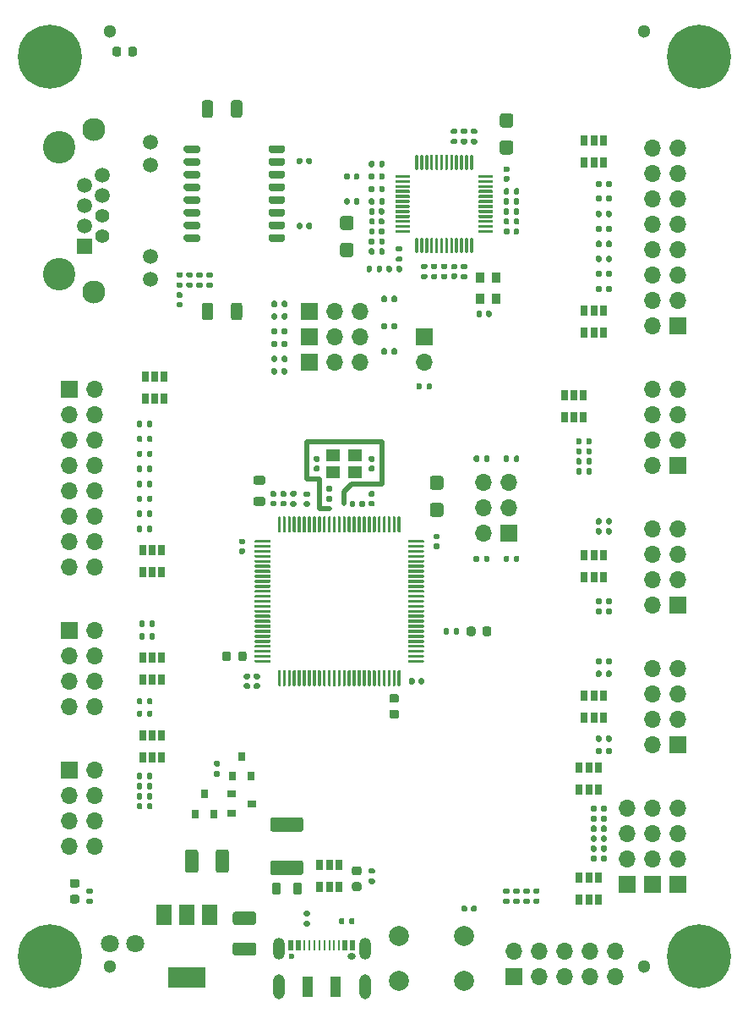
<source format=gbr>
%TF.GenerationSoftware,KiCad,Pcbnew,(5.1.8)-1*%
%TF.CreationDate,2021-02-22T22:57:58+01:00*%
%TF.ProjectId,DP83848C-EvalBoard,44503833-3834-4384-932d-4576616c426f,rev?*%
%TF.SameCoordinates,Original*%
%TF.FileFunction,Soldermask,Top*%
%TF.FilePolarity,Negative*%
%FSLAX46Y46*%
G04 Gerber Fmt 4.6, Leading zero omitted, Abs format (unit mm)*
G04 Created by KiCad (PCBNEW (5.1.8)-1) date 2021-02-22 22:57:58*
%MOMM*%
%LPD*%
G01*
G04 APERTURE LIST*
%ADD10C,0.500000*%
%ADD11R,0.800000X0.900000*%
%ADD12C,1.300000*%
%ADD13R,1.500000X2.000000*%
%ADD14R,3.800000X2.000000*%
%ADD15C,1.500000*%
%ADD16C,2.300000*%
%ADD17C,3.250000*%
%ADD18C,1.400000*%
%ADD19R,1.500000X1.500000*%
%ADD20R,0.650000X1.060000*%
%ADD21O,1.700000X1.700000*%
%ADD22R,1.700000X1.700000*%
%ADD23C,1.800000*%
%ADD24R,1.000000X2.000000*%
%ADD25O,1.200000X2.500000*%
%ADD26O,0.850000X0.600000*%
%ADD27O,0.600000X0.600000*%
%ADD28O,1.200000X2.200000*%
%ADD29R,0.520000X1.000000*%
%ADD30R,0.270000X1.000000*%
%ADD31C,0.800000*%
%ADD32C,6.400000*%
%ADD33R,1.400000X1.200000*%
%ADD34R,0.900000X1.000000*%
%ADD35C,2.000000*%
%ADD36R,0.900000X0.800000*%
G04 APERTURE END LIST*
D10*
X74500000Y-105500000D02*
X74500000Y-106750000D01*
X75250000Y-104750000D02*
X74500000Y-105500000D01*
X78250000Y-104750000D02*
X75250000Y-104750000D01*
X78250000Y-100500000D02*
X78250000Y-104750000D01*
X70750000Y-100500000D02*
X78250000Y-100500000D01*
X70750000Y-104250000D02*
X70750000Y-100500000D01*
X72000000Y-104250000D02*
X70750000Y-104250000D01*
X72000000Y-107250000D02*
X72000000Y-104250000D01*
X73000000Y-107250000D02*
X72000000Y-107250000D01*
D11*
%TO.C,Q2*%
X64250000Y-132000000D03*
X65200000Y-134000000D03*
X63300000Y-134000000D03*
%TD*%
%TO.C,C1*%
G36*
G01*
X61625000Y-143425001D02*
X61625000Y-141574999D01*
G75*
G02*
X61874999Y-141325000I249999J0D01*
G01*
X62700001Y-141325000D01*
G75*
G02*
X62950000Y-141574999I0J-249999D01*
G01*
X62950000Y-143425001D01*
G75*
G02*
X62700001Y-143675000I-249999J0D01*
G01*
X61874999Y-143675000D01*
G75*
G02*
X61625000Y-143425001I0J249999D01*
G01*
G37*
G36*
G01*
X58550000Y-143425001D02*
X58550000Y-141574999D01*
G75*
G02*
X58799999Y-141325000I249999J0D01*
G01*
X59625001Y-141325000D01*
G75*
G02*
X59875000Y-141574999I0J-249999D01*
G01*
X59875000Y-143425001D01*
G75*
G02*
X59625001Y-143675000I-249999J0D01*
G01*
X58799999Y-143675000D01*
G75*
G02*
X58550000Y-143425001I0J249999D01*
G01*
G37*
%TD*%
D12*
%TO.C,REF\u002A\u002A*%
X51000000Y-153000000D03*
%TD*%
%TO.C,REF\u002A\u002A*%
X104500000Y-153000000D03*
%TD*%
%TO.C,REF\u002A\u002A*%
X104500000Y-59500000D03*
%TD*%
%TO.C,REF\u002A\u002A*%
X51000000Y-59500000D03*
%TD*%
%TO.C,C21*%
G36*
G01*
X79243750Y-127350000D02*
X79756250Y-127350000D01*
G75*
G02*
X79975000Y-127568750I0J-218750D01*
G01*
X79975000Y-128006250D01*
G75*
G02*
X79756250Y-128225000I-218750J0D01*
G01*
X79243750Y-128225000D01*
G75*
G02*
X79025000Y-128006250I0J218750D01*
G01*
X79025000Y-127568750D01*
G75*
G02*
X79243750Y-127350000I218750J0D01*
G01*
G37*
G36*
G01*
X79243750Y-125775000D02*
X79756250Y-125775000D01*
G75*
G02*
X79975000Y-125993750I0J-218750D01*
G01*
X79975000Y-126431250D01*
G75*
G02*
X79756250Y-126650000I-218750J0D01*
G01*
X79243750Y-126650000D01*
G75*
G02*
X79025000Y-126431250I0J218750D01*
G01*
X79025000Y-125993750D01*
G75*
G02*
X79243750Y-125775000I218750J0D01*
G01*
G37*
%TD*%
%TO.C,C18*%
G36*
G01*
X63150000Y-121743750D02*
X63150000Y-122256250D01*
G75*
G02*
X62931250Y-122475000I-218750J0D01*
G01*
X62493750Y-122475000D01*
G75*
G02*
X62275000Y-122256250I0J218750D01*
G01*
X62275000Y-121743750D01*
G75*
G02*
X62493750Y-121525000I218750J0D01*
G01*
X62931250Y-121525000D01*
G75*
G02*
X63150000Y-121743750I0J-218750D01*
G01*
G37*
G36*
G01*
X64725000Y-121743750D02*
X64725000Y-122256250D01*
G75*
G02*
X64506250Y-122475000I-218750J0D01*
G01*
X64068750Y-122475000D01*
G75*
G02*
X63850000Y-122256250I0J218750D01*
G01*
X63850000Y-121743750D01*
G75*
G02*
X64068750Y-121525000I218750J0D01*
G01*
X64506250Y-121525000D01*
G75*
G02*
X64725000Y-121743750I0J-218750D01*
G01*
G37*
%TD*%
D13*
%TO.C,U1*%
X61050000Y-147850000D03*
X56450000Y-147850000D03*
X58750000Y-147850000D03*
D14*
X58750000Y-154150000D03*
%TD*%
D15*
%TO.C,J2*%
X55100000Y-70580000D03*
X55100000Y-72870000D03*
X55100000Y-82010000D03*
X55100000Y-84300000D03*
D16*
X49390000Y-85570000D03*
X49390000Y-69310000D03*
D17*
X45960000Y-71090000D03*
X45960000Y-83790000D03*
D15*
X50280000Y-73888000D03*
X50280000Y-75920000D03*
D18*
X50280000Y-77952000D03*
X50280000Y-79984000D03*
D15*
X48500000Y-74904000D03*
X48500000Y-76936000D03*
X48500000Y-78968000D03*
D19*
X48500000Y-81000000D03*
%TD*%
%TO.C,R14*%
G36*
G01*
X83315000Y-83740000D02*
X83685000Y-83740000D01*
G75*
G02*
X83820000Y-83875000I0J-135000D01*
G01*
X83820000Y-84145000D01*
G75*
G02*
X83685000Y-84280000I-135000J0D01*
G01*
X83315000Y-84280000D01*
G75*
G02*
X83180000Y-84145000I0J135000D01*
G01*
X83180000Y-83875000D01*
G75*
G02*
X83315000Y-83740000I135000J0D01*
G01*
G37*
G36*
G01*
X83315000Y-82720000D02*
X83685000Y-82720000D01*
G75*
G02*
X83820000Y-82855000I0J-135000D01*
G01*
X83820000Y-83125000D01*
G75*
G02*
X83685000Y-83260000I-135000J0D01*
G01*
X83315000Y-83260000D01*
G75*
G02*
X83180000Y-83125000I0J135000D01*
G01*
X83180000Y-82855000D01*
G75*
G02*
X83315000Y-82720000I135000J0D01*
G01*
G37*
%TD*%
%TO.C,R13*%
G36*
G01*
X84315000Y-83740000D02*
X84685000Y-83740000D01*
G75*
G02*
X84820000Y-83875000I0J-135000D01*
G01*
X84820000Y-84145000D01*
G75*
G02*
X84685000Y-84280000I-135000J0D01*
G01*
X84315000Y-84280000D01*
G75*
G02*
X84180000Y-84145000I0J135000D01*
G01*
X84180000Y-83875000D01*
G75*
G02*
X84315000Y-83740000I135000J0D01*
G01*
G37*
G36*
G01*
X84315000Y-82720000D02*
X84685000Y-82720000D01*
G75*
G02*
X84820000Y-82855000I0J-135000D01*
G01*
X84820000Y-83125000D01*
G75*
G02*
X84685000Y-83260000I-135000J0D01*
G01*
X84315000Y-83260000D01*
G75*
G02*
X84180000Y-83125000I0J135000D01*
G01*
X84180000Y-82855000D01*
G75*
G02*
X84315000Y-82720000I135000J0D01*
G01*
G37*
%TD*%
%TO.C,R101*%
G36*
G01*
X98740000Y-100685000D02*
X98740000Y-100315000D01*
G75*
G02*
X98875000Y-100180000I135000J0D01*
G01*
X99145000Y-100180000D01*
G75*
G02*
X99280000Y-100315000I0J-135000D01*
G01*
X99280000Y-100685000D01*
G75*
G02*
X99145000Y-100820000I-135000J0D01*
G01*
X98875000Y-100820000D01*
G75*
G02*
X98740000Y-100685000I0J135000D01*
G01*
G37*
G36*
G01*
X97720000Y-100685000D02*
X97720000Y-100315000D01*
G75*
G02*
X97855000Y-100180000I135000J0D01*
G01*
X98125000Y-100180000D01*
G75*
G02*
X98260000Y-100315000I0J-135000D01*
G01*
X98260000Y-100685000D01*
G75*
G02*
X98125000Y-100820000I-135000J0D01*
G01*
X97855000Y-100820000D01*
G75*
G02*
X97720000Y-100685000I0J135000D01*
G01*
G37*
%TD*%
%TO.C,R100*%
G36*
G01*
X98740000Y-103685000D02*
X98740000Y-103315000D01*
G75*
G02*
X98875000Y-103180000I135000J0D01*
G01*
X99145000Y-103180000D01*
G75*
G02*
X99280000Y-103315000I0J-135000D01*
G01*
X99280000Y-103685000D01*
G75*
G02*
X99145000Y-103820000I-135000J0D01*
G01*
X98875000Y-103820000D01*
G75*
G02*
X98740000Y-103685000I0J135000D01*
G01*
G37*
G36*
G01*
X97720000Y-103685000D02*
X97720000Y-103315000D01*
G75*
G02*
X97855000Y-103180000I135000J0D01*
G01*
X98125000Y-103180000D01*
G75*
G02*
X98260000Y-103315000I0J-135000D01*
G01*
X98260000Y-103685000D01*
G75*
G02*
X98125000Y-103820000I-135000J0D01*
G01*
X97855000Y-103820000D01*
G75*
G02*
X97720000Y-103685000I0J135000D01*
G01*
G37*
%TD*%
%TO.C,R69*%
G36*
G01*
X100740000Y-74935000D02*
X100740000Y-74565000D01*
G75*
G02*
X100875000Y-74430000I135000J0D01*
G01*
X101145000Y-74430000D01*
G75*
G02*
X101280000Y-74565000I0J-135000D01*
G01*
X101280000Y-74935000D01*
G75*
G02*
X101145000Y-75070000I-135000J0D01*
G01*
X100875000Y-75070000D01*
G75*
G02*
X100740000Y-74935000I0J135000D01*
G01*
G37*
G36*
G01*
X99720000Y-74935000D02*
X99720000Y-74565000D01*
G75*
G02*
X99855000Y-74430000I135000J0D01*
G01*
X100125000Y-74430000D01*
G75*
G02*
X100260000Y-74565000I0J-135000D01*
G01*
X100260000Y-74935000D01*
G75*
G02*
X100125000Y-75070000I-135000J0D01*
G01*
X99855000Y-75070000D01*
G75*
G02*
X99720000Y-74935000I0J135000D01*
G01*
G37*
%TD*%
%TO.C,R68*%
G36*
G01*
X100740000Y-76385000D02*
X100740000Y-76015000D01*
G75*
G02*
X100875000Y-75880000I135000J0D01*
G01*
X101145000Y-75880000D01*
G75*
G02*
X101280000Y-76015000I0J-135000D01*
G01*
X101280000Y-76385000D01*
G75*
G02*
X101145000Y-76520000I-135000J0D01*
G01*
X100875000Y-76520000D01*
G75*
G02*
X100740000Y-76385000I0J135000D01*
G01*
G37*
G36*
G01*
X99720000Y-76385000D02*
X99720000Y-76015000D01*
G75*
G02*
X99855000Y-75880000I135000J0D01*
G01*
X100125000Y-75880000D01*
G75*
G02*
X100260000Y-76015000I0J-135000D01*
G01*
X100260000Y-76385000D01*
G75*
G02*
X100125000Y-76520000I-135000J0D01*
G01*
X99855000Y-76520000D01*
G75*
G02*
X99720000Y-76385000I0J135000D01*
G01*
G37*
%TD*%
%TO.C,R67*%
G36*
G01*
X100740000Y-77935000D02*
X100740000Y-77565000D01*
G75*
G02*
X100875000Y-77430000I135000J0D01*
G01*
X101145000Y-77430000D01*
G75*
G02*
X101280000Y-77565000I0J-135000D01*
G01*
X101280000Y-77935000D01*
G75*
G02*
X101145000Y-78070000I-135000J0D01*
G01*
X100875000Y-78070000D01*
G75*
G02*
X100740000Y-77935000I0J135000D01*
G01*
G37*
G36*
G01*
X99720000Y-77935000D02*
X99720000Y-77565000D01*
G75*
G02*
X99855000Y-77430000I135000J0D01*
G01*
X100125000Y-77430000D01*
G75*
G02*
X100260000Y-77565000I0J-135000D01*
G01*
X100260000Y-77935000D01*
G75*
G02*
X100125000Y-78070000I-135000J0D01*
G01*
X99855000Y-78070000D01*
G75*
G02*
X99720000Y-77935000I0J135000D01*
G01*
G37*
%TD*%
%TO.C,R66*%
G36*
G01*
X100740000Y-79435000D02*
X100740000Y-79065000D01*
G75*
G02*
X100875000Y-78930000I135000J0D01*
G01*
X101145000Y-78930000D01*
G75*
G02*
X101280000Y-79065000I0J-135000D01*
G01*
X101280000Y-79435000D01*
G75*
G02*
X101145000Y-79570000I-135000J0D01*
G01*
X100875000Y-79570000D01*
G75*
G02*
X100740000Y-79435000I0J135000D01*
G01*
G37*
G36*
G01*
X99720000Y-79435000D02*
X99720000Y-79065000D01*
G75*
G02*
X99855000Y-78930000I135000J0D01*
G01*
X100125000Y-78930000D01*
G75*
G02*
X100260000Y-79065000I0J-135000D01*
G01*
X100260000Y-79435000D01*
G75*
G02*
X100125000Y-79570000I-135000J0D01*
G01*
X99855000Y-79570000D01*
G75*
G02*
X99720000Y-79435000I0J135000D01*
G01*
G37*
%TD*%
%TO.C,R65*%
G36*
G01*
X100740000Y-80935000D02*
X100740000Y-80565000D01*
G75*
G02*
X100875000Y-80430000I135000J0D01*
G01*
X101145000Y-80430000D01*
G75*
G02*
X101280000Y-80565000I0J-135000D01*
G01*
X101280000Y-80935000D01*
G75*
G02*
X101145000Y-81070000I-135000J0D01*
G01*
X100875000Y-81070000D01*
G75*
G02*
X100740000Y-80935000I0J135000D01*
G01*
G37*
G36*
G01*
X99720000Y-80935000D02*
X99720000Y-80565000D01*
G75*
G02*
X99855000Y-80430000I135000J0D01*
G01*
X100125000Y-80430000D01*
G75*
G02*
X100260000Y-80565000I0J-135000D01*
G01*
X100260000Y-80935000D01*
G75*
G02*
X100125000Y-81070000I-135000J0D01*
G01*
X99855000Y-81070000D01*
G75*
G02*
X99720000Y-80935000I0J135000D01*
G01*
G37*
%TD*%
%TO.C,R64*%
G36*
G01*
X100740000Y-82435000D02*
X100740000Y-82065000D01*
G75*
G02*
X100875000Y-81930000I135000J0D01*
G01*
X101145000Y-81930000D01*
G75*
G02*
X101280000Y-82065000I0J-135000D01*
G01*
X101280000Y-82435000D01*
G75*
G02*
X101145000Y-82570000I-135000J0D01*
G01*
X100875000Y-82570000D01*
G75*
G02*
X100740000Y-82435000I0J135000D01*
G01*
G37*
G36*
G01*
X99720000Y-82435000D02*
X99720000Y-82065000D01*
G75*
G02*
X99855000Y-81930000I135000J0D01*
G01*
X100125000Y-81930000D01*
G75*
G02*
X100260000Y-82065000I0J-135000D01*
G01*
X100260000Y-82435000D01*
G75*
G02*
X100125000Y-82570000I-135000J0D01*
G01*
X99855000Y-82570000D01*
G75*
G02*
X99720000Y-82435000I0J135000D01*
G01*
G37*
%TD*%
%TO.C,R63*%
G36*
G01*
X100740000Y-83935000D02*
X100740000Y-83565000D01*
G75*
G02*
X100875000Y-83430000I135000J0D01*
G01*
X101145000Y-83430000D01*
G75*
G02*
X101280000Y-83565000I0J-135000D01*
G01*
X101280000Y-83935000D01*
G75*
G02*
X101145000Y-84070000I-135000J0D01*
G01*
X100875000Y-84070000D01*
G75*
G02*
X100740000Y-83935000I0J135000D01*
G01*
G37*
G36*
G01*
X99720000Y-83935000D02*
X99720000Y-83565000D01*
G75*
G02*
X99855000Y-83430000I135000J0D01*
G01*
X100125000Y-83430000D01*
G75*
G02*
X100260000Y-83565000I0J-135000D01*
G01*
X100260000Y-83935000D01*
G75*
G02*
X100125000Y-84070000I-135000J0D01*
G01*
X99855000Y-84070000D01*
G75*
G02*
X99720000Y-83935000I0J135000D01*
G01*
G37*
%TD*%
%TO.C,R62*%
G36*
G01*
X100740000Y-85435000D02*
X100740000Y-85065000D01*
G75*
G02*
X100875000Y-84930000I135000J0D01*
G01*
X101145000Y-84930000D01*
G75*
G02*
X101280000Y-85065000I0J-135000D01*
G01*
X101280000Y-85435000D01*
G75*
G02*
X101145000Y-85570000I-135000J0D01*
G01*
X100875000Y-85570000D01*
G75*
G02*
X100740000Y-85435000I0J135000D01*
G01*
G37*
G36*
G01*
X99720000Y-85435000D02*
X99720000Y-85065000D01*
G75*
G02*
X99855000Y-84930000I135000J0D01*
G01*
X100125000Y-84930000D01*
G75*
G02*
X100260000Y-85065000I0J-135000D01*
G01*
X100260000Y-85435000D01*
G75*
G02*
X100125000Y-85570000I-135000J0D01*
G01*
X99855000Y-85570000D01*
G75*
G02*
X99720000Y-85435000I0J135000D01*
G01*
G37*
%TD*%
D20*
%TO.C,U15*%
X55250000Y-113600000D03*
X56200000Y-113600000D03*
X54300000Y-113600000D03*
X54300000Y-111400000D03*
X55250000Y-111400000D03*
X56200000Y-111400000D03*
%TD*%
%TO.C,U14*%
X55250000Y-124350000D03*
X56200000Y-124350000D03*
X54300000Y-124350000D03*
X54300000Y-122150000D03*
X55250000Y-122150000D03*
X56200000Y-122150000D03*
%TD*%
%TO.C,U13*%
X96550000Y-98100000D03*
X97500000Y-98100000D03*
X98450000Y-98100000D03*
X98450000Y-95900000D03*
X96550000Y-95900000D03*
X97500000Y-95900000D03*
%TD*%
%TO.C,U12*%
X99500000Y-125900000D03*
X98550000Y-125900000D03*
X100450000Y-125900000D03*
X100450000Y-128100000D03*
X99500000Y-128100000D03*
X98550000Y-128100000D03*
%TD*%
%TO.C,U11*%
X55500000Y-96250000D03*
X56450000Y-96250000D03*
X54550000Y-96250000D03*
X54550000Y-94050000D03*
X55500000Y-94050000D03*
X56450000Y-94050000D03*
%TD*%
%TO.C,U10*%
X99950000Y-144150000D03*
X99000000Y-144150000D03*
X98050000Y-144150000D03*
X98050000Y-146350000D03*
X99950000Y-146350000D03*
X99000000Y-146350000D03*
%TD*%
%TO.C,U9*%
X55250000Y-132100000D03*
X56200000Y-132100000D03*
X54300000Y-132100000D03*
X54300000Y-129900000D03*
X55250000Y-129900000D03*
X56200000Y-129900000D03*
%TD*%
%TO.C,U8*%
X99500000Y-70400000D03*
X98550000Y-70400000D03*
X100450000Y-70400000D03*
X100450000Y-72600000D03*
X99500000Y-72600000D03*
X98550000Y-72600000D03*
%TD*%
%TO.C,U7*%
X99000000Y-135350000D03*
X99950000Y-135350000D03*
X98050000Y-135350000D03*
X98050000Y-133150000D03*
X99000000Y-133150000D03*
X99950000Y-133150000D03*
%TD*%
%TO.C,U6*%
X99500000Y-111900000D03*
X98550000Y-111900000D03*
X100450000Y-111900000D03*
X100450000Y-114100000D03*
X99500000Y-114100000D03*
X98550000Y-114100000D03*
%TD*%
%TO.C,U5*%
X99500000Y-87400000D03*
X98550000Y-87400000D03*
X100450000Y-87400000D03*
X100450000Y-89600000D03*
X99500000Y-89600000D03*
X98550000Y-89600000D03*
%TD*%
%TO.C,R103*%
G36*
G01*
X98260000Y-101315000D02*
X98260000Y-101685000D01*
G75*
G02*
X98125000Y-101820000I-135000J0D01*
G01*
X97855000Y-101820000D01*
G75*
G02*
X97720000Y-101685000I0J135000D01*
G01*
X97720000Y-101315000D01*
G75*
G02*
X97855000Y-101180000I135000J0D01*
G01*
X98125000Y-101180000D01*
G75*
G02*
X98260000Y-101315000I0J-135000D01*
G01*
G37*
G36*
G01*
X99280000Y-101315000D02*
X99280000Y-101685000D01*
G75*
G02*
X99145000Y-101820000I-135000J0D01*
G01*
X98875000Y-101820000D01*
G75*
G02*
X98740000Y-101685000I0J135000D01*
G01*
X98740000Y-101315000D01*
G75*
G02*
X98875000Y-101180000I135000J0D01*
G01*
X99145000Y-101180000D01*
G75*
G02*
X99280000Y-101315000I0J-135000D01*
G01*
G37*
%TD*%
%TO.C,R102*%
G36*
G01*
X98260000Y-102315000D02*
X98260000Y-102685000D01*
G75*
G02*
X98125000Y-102820000I-135000J0D01*
G01*
X97855000Y-102820000D01*
G75*
G02*
X97720000Y-102685000I0J135000D01*
G01*
X97720000Y-102315000D01*
G75*
G02*
X97855000Y-102180000I135000J0D01*
G01*
X98125000Y-102180000D01*
G75*
G02*
X98260000Y-102315000I0J-135000D01*
G01*
G37*
G36*
G01*
X99280000Y-102315000D02*
X99280000Y-102685000D01*
G75*
G02*
X99145000Y-102820000I-135000J0D01*
G01*
X98875000Y-102820000D01*
G75*
G02*
X98740000Y-102685000I0J135000D01*
G01*
X98740000Y-102315000D01*
G75*
G02*
X98875000Y-102180000I135000J0D01*
G01*
X99145000Y-102180000D01*
G75*
G02*
X99280000Y-102315000I0J-135000D01*
G01*
G37*
%TD*%
%TO.C,R99*%
G36*
G01*
X100240000Y-141435000D02*
X100240000Y-141065000D01*
G75*
G02*
X100375000Y-140930000I135000J0D01*
G01*
X100645000Y-140930000D01*
G75*
G02*
X100780000Y-141065000I0J-135000D01*
G01*
X100780000Y-141435000D01*
G75*
G02*
X100645000Y-141570000I-135000J0D01*
G01*
X100375000Y-141570000D01*
G75*
G02*
X100240000Y-141435000I0J135000D01*
G01*
G37*
G36*
G01*
X99220000Y-141435000D02*
X99220000Y-141065000D01*
G75*
G02*
X99355000Y-140930000I135000J0D01*
G01*
X99625000Y-140930000D01*
G75*
G02*
X99760000Y-141065000I0J-135000D01*
G01*
X99760000Y-141435000D01*
G75*
G02*
X99625000Y-141570000I-135000J0D01*
G01*
X99355000Y-141570000D01*
G75*
G02*
X99220000Y-141435000I0J135000D01*
G01*
G37*
%TD*%
%TO.C,R98*%
G36*
G01*
X100240000Y-142435000D02*
X100240000Y-142065000D01*
G75*
G02*
X100375000Y-141930000I135000J0D01*
G01*
X100645000Y-141930000D01*
G75*
G02*
X100780000Y-142065000I0J-135000D01*
G01*
X100780000Y-142435000D01*
G75*
G02*
X100645000Y-142570000I-135000J0D01*
G01*
X100375000Y-142570000D01*
G75*
G02*
X100240000Y-142435000I0J135000D01*
G01*
G37*
G36*
G01*
X99220000Y-142435000D02*
X99220000Y-142065000D01*
G75*
G02*
X99355000Y-141930000I135000J0D01*
G01*
X99625000Y-141930000D01*
G75*
G02*
X99760000Y-142065000I0J-135000D01*
G01*
X99760000Y-142435000D01*
G75*
G02*
X99625000Y-142570000I-135000J0D01*
G01*
X99355000Y-142570000D01*
G75*
G02*
X99220000Y-142435000I0J135000D01*
G01*
G37*
%TD*%
%TO.C,R97*%
G36*
G01*
X100240000Y-137435000D02*
X100240000Y-137065000D01*
G75*
G02*
X100375000Y-136930000I135000J0D01*
G01*
X100645000Y-136930000D01*
G75*
G02*
X100780000Y-137065000I0J-135000D01*
G01*
X100780000Y-137435000D01*
G75*
G02*
X100645000Y-137570000I-135000J0D01*
G01*
X100375000Y-137570000D01*
G75*
G02*
X100240000Y-137435000I0J135000D01*
G01*
G37*
G36*
G01*
X99220000Y-137435000D02*
X99220000Y-137065000D01*
G75*
G02*
X99355000Y-136930000I135000J0D01*
G01*
X99625000Y-136930000D01*
G75*
G02*
X99760000Y-137065000I0J-135000D01*
G01*
X99760000Y-137435000D01*
G75*
G02*
X99625000Y-137570000I-135000J0D01*
G01*
X99355000Y-137570000D01*
G75*
G02*
X99220000Y-137435000I0J135000D01*
G01*
G37*
%TD*%
%TO.C,R96*%
G36*
G01*
X100230000Y-138435000D02*
X100230000Y-138065000D01*
G75*
G02*
X100365000Y-137930000I135000J0D01*
G01*
X100635000Y-137930000D01*
G75*
G02*
X100770000Y-138065000I0J-135000D01*
G01*
X100770000Y-138435000D01*
G75*
G02*
X100635000Y-138570000I-135000J0D01*
G01*
X100365000Y-138570000D01*
G75*
G02*
X100230000Y-138435000I0J135000D01*
G01*
G37*
G36*
G01*
X99210000Y-138435000D02*
X99210000Y-138065000D01*
G75*
G02*
X99345000Y-137930000I135000J0D01*
G01*
X99615000Y-137930000D01*
G75*
G02*
X99750000Y-138065000I0J-135000D01*
G01*
X99750000Y-138435000D01*
G75*
G02*
X99615000Y-138570000I-135000J0D01*
G01*
X99345000Y-138570000D01*
G75*
G02*
X99210000Y-138435000I0J135000D01*
G01*
G37*
%TD*%
%TO.C,R95*%
G36*
G01*
X100240000Y-139435000D02*
X100240000Y-139065000D01*
G75*
G02*
X100375000Y-138930000I135000J0D01*
G01*
X100645000Y-138930000D01*
G75*
G02*
X100780000Y-139065000I0J-135000D01*
G01*
X100780000Y-139435000D01*
G75*
G02*
X100645000Y-139570000I-135000J0D01*
G01*
X100375000Y-139570000D01*
G75*
G02*
X100240000Y-139435000I0J135000D01*
G01*
G37*
G36*
G01*
X99220000Y-139435000D02*
X99220000Y-139065000D01*
G75*
G02*
X99355000Y-138930000I135000J0D01*
G01*
X99625000Y-138930000D01*
G75*
G02*
X99760000Y-139065000I0J-135000D01*
G01*
X99760000Y-139435000D01*
G75*
G02*
X99625000Y-139570000I-135000J0D01*
G01*
X99355000Y-139570000D01*
G75*
G02*
X99220000Y-139435000I0J135000D01*
G01*
G37*
%TD*%
%TO.C,R94*%
G36*
G01*
X100240000Y-140435000D02*
X100240000Y-140065000D01*
G75*
G02*
X100375000Y-139930000I135000J0D01*
G01*
X100645000Y-139930000D01*
G75*
G02*
X100780000Y-140065000I0J-135000D01*
G01*
X100780000Y-140435000D01*
G75*
G02*
X100645000Y-140570000I-135000J0D01*
G01*
X100375000Y-140570000D01*
G75*
G02*
X100240000Y-140435000I0J135000D01*
G01*
G37*
G36*
G01*
X99220000Y-140435000D02*
X99220000Y-140065000D01*
G75*
G02*
X99355000Y-139930000I135000J0D01*
G01*
X99625000Y-139930000D01*
G75*
G02*
X99760000Y-140065000I0J-135000D01*
G01*
X99760000Y-140435000D01*
G75*
G02*
X99625000Y-140570000I-135000J0D01*
G01*
X99355000Y-140570000D01*
G75*
G02*
X99220000Y-140435000I0J135000D01*
G01*
G37*
%TD*%
%TO.C,R93*%
G36*
G01*
X100260000Y-122315000D02*
X100260000Y-122685000D01*
G75*
G02*
X100125000Y-122820000I-135000J0D01*
G01*
X99855000Y-122820000D01*
G75*
G02*
X99720000Y-122685000I0J135000D01*
G01*
X99720000Y-122315000D01*
G75*
G02*
X99855000Y-122180000I135000J0D01*
G01*
X100125000Y-122180000D01*
G75*
G02*
X100260000Y-122315000I0J-135000D01*
G01*
G37*
G36*
G01*
X101280000Y-122315000D02*
X101280000Y-122685000D01*
G75*
G02*
X101145000Y-122820000I-135000J0D01*
G01*
X100875000Y-122820000D01*
G75*
G02*
X100740000Y-122685000I0J135000D01*
G01*
X100740000Y-122315000D01*
G75*
G02*
X100875000Y-122180000I135000J0D01*
G01*
X101145000Y-122180000D01*
G75*
G02*
X101280000Y-122315000I0J-135000D01*
G01*
G37*
%TD*%
%TO.C,R92*%
G36*
G01*
X100260000Y-123565000D02*
X100260000Y-123935000D01*
G75*
G02*
X100125000Y-124070000I-135000J0D01*
G01*
X99855000Y-124070000D01*
G75*
G02*
X99720000Y-123935000I0J135000D01*
G01*
X99720000Y-123565000D01*
G75*
G02*
X99855000Y-123430000I135000J0D01*
G01*
X100125000Y-123430000D01*
G75*
G02*
X100260000Y-123565000I0J-135000D01*
G01*
G37*
G36*
G01*
X101280000Y-123565000D02*
X101280000Y-123935000D01*
G75*
G02*
X101145000Y-124070000I-135000J0D01*
G01*
X100875000Y-124070000D01*
G75*
G02*
X100740000Y-123935000I0J135000D01*
G01*
X100740000Y-123565000D01*
G75*
G02*
X100875000Y-123430000I135000J0D01*
G01*
X101145000Y-123430000D01*
G75*
G02*
X101280000Y-123565000I0J-135000D01*
G01*
G37*
%TD*%
%TO.C,R91*%
G36*
G01*
X100260000Y-130065000D02*
X100260000Y-130435000D01*
G75*
G02*
X100125000Y-130570000I-135000J0D01*
G01*
X99855000Y-130570000D01*
G75*
G02*
X99720000Y-130435000I0J135000D01*
G01*
X99720000Y-130065000D01*
G75*
G02*
X99855000Y-129930000I135000J0D01*
G01*
X100125000Y-129930000D01*
G75*
G02*
X100260000Y-130065000I0J-135000D01*
G01*
G37*
G36*
G01*
X101280000Y-130065000D02*
X101280000Y-130435000D01*
G75*
G02*
X101145000Y-130570000I-135000J0D01*
G01*
X100875000Y-130570000D01*
G75*
G02*
X100740000Y-130435000I0J135000D01*
G01*
X100740000Y-130065000D01*
G75*
G02*
X100875000Y-129930000I135000J0D01*
G01*
X101145000Y-129930000D01*
G75*
G02*
X101280000Y-130065000I0J-135000D01*
G01*
G37*
%TD*%
%TO.C,R90*%
G36*
G01*
X100260000Y-131315000D02*
X100260000Y-131685000D01*
G75*
G02*
X100125000Y-131820000I-135000J0D01*
G01*
X99855000Y-131820000D01*
G75*
G02*
X99720000Y-131685000I0J135000D01*
G01*
X99720000Y-131315000D01*
G75*
G02*
X99855000Y-131180000I135000J0D01*
G01*
X100125000Y-131180000D01*
G75*
G02*
X100260000Y-131315000I0J-135000D01*
G01*
G37*
G36*
G01*
X101280000Y-131315000D02*
X101280000Y-131685000D01*
G75*
G02*
X101145000Y-131820000I-135000J0D01*
G01*
X100875000Y-131820000D01*
G75*
G02*
X100740000Y-131685000I0J135000D01*
G01*
X100740000Y-131315000D01*
G75*
G02*
X100875000Y-131180000I135000J0D01*
G01*
X101145000Y-131180000D01*
G75*
G02*
X101280000Y-131315000I0J-135000D01*
G01*
G37*
%TD*%
%TO.C,R89*%
G36*
G01*
X54750000Y-137185000D02*
X54750000Y-136815000D01*
G75*
G02*
X54885000Y-136680000I135000J0D01*
G01*
X55155000Y-136680000D01*
G75*
G02*
X55290000Y-136815000I0J-135000D01*
G01*
X55290000Y-137185000D01*
G75*
G02*
X55155000Y-137320000I-135000J0D01*
G01*
X54885000Y-137320000D01*
G75*
G02*
X54750000Y-137185000I0J135000D01*
G01*
G37*
G36*
G01*
X53730000Y-137185000D02*
X53730000Y-136815000D01*
G75*
G02*
X53865000Y-136680000I135000J0D01*
G01*
X54135000Y-136680000D01*
G75*
G02*
X54270000Y-136815000I0J-135000D01*
G01*
X54270000Y-137185000D01*
G75*
G02*
X54135000Y-137320000I-135000J0D01*
G01*
X53865000Y-137320000D01*
G75*
G02*
X53730000Y-137185000I0J135000D01*
G01*
G37*
%TD*%
%TO.C,R88*%
G36*
G01*
X54740000Y-136185000D02*
X54740000Y-135815000D01*
G75*
G02*
X54875000Y-135680000I135000J0D01*
G01*
X55145000Y-135680000D01*
G75*
G02*
X55280000Y-135815000I0J-135000D01*
G01*
X55280000Y-136185000D01*
G75*
G02*
X55145000Y-136320000I-135000J0D01*
G01*
X54875000Y-136320000D01*
G75*
G02*
X54740000Y-136185000I0J135000D01*
G01*
G37*
G36*
G01*
X53720000Y-136185000D02*
X53720000Y-135815000D01*
G75*
G02*
X53855000Y-135680000I135000J0D01*
G01*
X54125000Y-135680000D01*
G75*
G02*
X54260000Y-135815000I0J-135000D01*
G01*
X54260000Y-136185000D01*
G75*
G02*
X54125000Y-136320000I-135000J0D01*
G01*
X53855000Y-136320000D01*
G75*
G02*
X53720000Y-136185000I0J135000D01*
G01*
G37*
%TD*%
%TO.C,R87*%
G36*
G01*
X54740000Y-135185000D02*
X54740000Y-134815000D01*
G75*
G02*
X54875000Y-134680000I135000J0D01*
G01*
X55145000Y-134680000D01*
G75*
G02*
X55280000Y-134815000I0J-135000D01*
G01*
X55280000Y-135185000D01*
G75*
G02*
X55145000Y-135320000I-135000J0D01*
G01*
X54875000Y-135320000D01*
G75*
G02*
X54740000Y-135185000I0J135000D01*
G01*
G37*
G36*
G01*
X53720000Y-135185000D02*
X53720000Y-134815000D01*
G75*
G02*
X53855000Y-134680000I135000J0D01*
G01*
X54125000Y-134680000D01*
G75*
G02*
X54260000Y-134815000I0J-135000D01*
G01*
X54260000Y-135185000D01*
G75*
G02*
X54125000Y-135320000I-135000J0D01*
G01*
X53855000Y-135320000D01*
G75*
G02*
X53720000Y-135185000I0J135000D01*
G01*
G37*
%TD*%
%TO.C,R86*%
G36*
G01*
X54740000Y-134185000D02*
X54740000Y-133815000D01*
G75*
G02*
X54875000Y-133680000I135000J0D01*
G01*
X55145000Y-133680000D01*
G75*
G02*
X55280000Y-133815000I0J-135000D01*
G01*
X55280000Y-134185000D01*
G75*
G02*
X55145000Y-134320000I-135000J0D01*
G01*
X54875000Y-134320000D01*
G75*
G02*
X54740000Y-134185000I0J135000D01*
G01*
G37*
G36*
G01*
X53720000Y-134185000D02*
X53720000Y-133815000D01*
G75*
G02*
X53855000Y-133680000I135000J0D01*
G01*
X54125000Y-133680000D01*
G75*
G02*
X54260000Y-133815000I0J-135000D01*
G01*
X54260000Y-134185000D01*
G75*
G02*
X54125000Y-134320000I-135000J0D01*
G01*
X53855000Y-134320000D01*
G75*
G02*
X53720000Y-134185000I0J135000D01*
G01*
G37*
%TD*%
%TO.C,R85*%
G36*
G01*
X100260000Y-108315000D02*
X100260000Y-108685000D01*
G75*
G02*
X100125000Y-108820000I-135000J0D01*
G01*
X99855000Y-108820000D01*
G75*
G02*
X99720000Y-108685000I0J135000D01*
G01*
X99720000Y-108315000D01*
G75*
G02*
X99855000Y-108180000I135000J0D01*
G01*
X100125000Y-108180000D01*
G75*
G02*
X100260000Y-108315000I0J-135000D01*
G01*
G37*
G36*
G01*
X101280000Y-108315000D02*
X101280000Y-108685000D01*
G75*
G02*
X101145000Y-108820000I-135000J0D01*
G01*
X100875000Y-108820000D01*
G75*
G02*
X100740000Y-108685000I0J135000D01*
G01*
X100740000Y-108315000D01*
G75*
G02*
X100875000Y-108180000I135000J0D01*
G01*
X101145000Y-108180000D01*
G75*
G02*
X101280000Y-108315000I0J-135000D01*
G01*
G37*
%TD*%
%TO.C,R84*%
G36*
G01*
X100260000Y-109315000D02*
X100260000Y-109685000D01*
G75*
G02*
X100125000Y-109820000I-135000J0D01*
G01*
X99855000Y-109820000D01*
G75*
G02*
X99720000Y-109685000I0J135000D01*
G01*
X99720000Y-109315000D01*
G75*
G02*
X99855000Y-109180000I135000J0D01*
G01*
X100125000Y-109180000D01*
G75*
G02*
X100260000Y-109315000I0J-135000D01*
G01*
G37*
G36*
G01*
X101280000Y-109315000D02*
X101280000Y-109685000D01*
G75*
G02*
X101145000Y-109820000I-135000J0D01*
G01*
X100875000Y-109820000D01*
G75*
G02*
X100740000Y-109685000I0J135000D01*
G01*
X100740000Y-109315000D01*
G75*
G02*
X100875000Y-109180000I135000J0D01*
G01*
X101145000Y-109180000D01*
G75*
G02*
X101280000Y-109315000I0J-135000D01*
G01*
G37*
%TD*%
%TO.C,R83*%
G36*
G01*
X100260000Y-116315000D02*
X100260000Y-116685000D01*
G75*
G02*
X100125000Y-116820000I-135000J0D01*
G01*
X99855000Y-116820000D01*
G75*
G02*
X99720000Y-116685000I0J135000D01*
G01*
X99720000Y-116315000D01*
G75*
G02*
X99855000Y-116180000I135000J0D01*
G01*
X100125000Y-116180000D01*
G75*
G02*
X100260000Y-116315000I0J-135000D01*
G01*
G37*
G36*
G01*
X101280000Y-116315000D02*
X101280000Y-116685000D01*
G75*
G02*
X101145000Y-116820000I-135000J0D01*
G01*
X100875000Y-116820000D01*
G75*
G02*
X100740000Y-116685000I0J135000D01*
G01*
X100740000Y-116315000D01*
G75*
G02*
X100875000Y-116180000I135000J0D01*
G01*
X101145000Y-116180000D01*
G75*
G02*
X101280000Y-116315000I0J-135000D01*
G01*
G37*
%TD*%
%TO.C,R82*%
G36*
G01*
X100260000Y-117315000D02*
X100260000Y-117685000D01*
G75*
G02*
X100125000Y-117820000I-135000J0D01*
G01*
X99855000Y-117820000D01*
G75*
G02*
X99720000Y-117685000I0J135000D01*
G01*
X99720000Y-117315000D01*
G75*
G02*
X99855000Y-117180000I135000J0D01*
G01*
X100125000Y-117180000D01*
G75*
G02*
X100260000Y-117315000I0J-135000D01*
G01*
G37*
G36*
G01*
X101280000Y-117315000D02*
X101280000Y-117685000D01*
G75*
G02*
X101145000Y-117820000I-135000J0D01*
G01*
X100875000Y-117820000D01*
G75*
G02*
X100740000Y-117685000I0J135000D01*
G01*
X100740000Y-117315000D01*
G75*
G02*
X100875000Y-117180000I135000J0D01*
G01*
X101145000Y-117180000D01*
G75*
G02*
X101280000Y-117315000I0J-135000D01*
G01*
G37*
%TD*%
%TO.C,R81*%
G36*
G01*
X54260000Y-127565000D02*
X54260000Y-127935000D01*
G75*
G02*
X54125000Y-128070000I-135000J0D01*
G01*
X53855000Y-128070000D01*
G75*
G02*
X53720000Y-127935000I0J135000D01*
G01*
X53720000Y-127565000D01*
G75*
G02*
X53855000Y-127430000I135000J0D01*
G01*
X54125000Y-127430000D01*
G75*
G02*
X54260000Y-127565000I0J-135000D01*
G01*
G37*
G36*
G01*
X55280000Y-127565000D02*
X55280000Y-127935000D01*
G75*
G02*
X55145000Y-128070000I-135000J0D01*
G01*
X54875000Y-128070000D01*
G75*
G02*
X54740000Y-127935000I0J135000D01*
G01*
X54740000Y-127565000D01*
G75*
G02*
X54875000Y-127430000I135000J0D01*
G01*
X55145000Y-127430000D01*
G75*
G02*
X55280000Y-127565000I0J-135000D01*
G01*
G37*
%TD*%
%TO.C,R80*%
G36*
G01*
X54260000Y-126315000D02*
X54260000Y-126685000D01*
G75*
G02*
X54125000Y-126820000I-135000J0D01*
G01*
X53855000Y-126820000D01*
G75*
G02*
X53720000Y-126685000I0J135000D01*
G01*
X53720000Y-126315000D01*
G75*
G02*
X53855000Y-126180000I135000J0D01*
G01*
X54125000Y-126180000D01*
G75*
G02*
X54260000Y-126315000I0J-135000D01*
G01*
G37*
G36*
G01*
X55280000Y-126315000D02*
X55280000Y-126685000D01*
G75*
G02*
X55145000Y-126820000I-135000J0D01*
G01*
X54875000Y-126820000D01*
G75*
G02*
X54740000Y-126685000I0J135000D01*
G01*
X54740000Y-126315000D01*
G75*
G02*
X54875000Y-126180000I135000J0D01*
G01*
X55145000Y-126180000D01*
G75*
G02*
X55280000Y-126315000I0J-135000D01*
G01*
G37*
%TD*%
%TO.C,R79*%
G36*
G01*
X54510000Y-119815000D02*
X54510000Y-120185000D01*
G75*
G02*
X54375000Y-120320000I-135000J0D01*
G01*
X54105000Y-120320000D01*
G75*
G02*
X53970000Y-120185000I0J135000D01*
G01*
X53970000Y-119815000D01*
G75*
G02*
X54105000Y-119680000I135000J0D01*
G01*
X54375000Y-119680000D01*
G75*
G02*
X54510000Y-119815000I0J-135000D01*
G01*
G37*
G36*
G01*
X55530000Y-119815000D02*
X55530000Y-120185000D01*
G75*
G02*
X55395000Y-120320000I-135000J0D01*
G01*
X55125000Y-120320000D01*
G75*
G02*
X54990000Y-120185000I0J135000D01*
G01*
X54990000Y-119815000D01*
G75*
G02*
X55125000Y-119680000I135000J0D01*
G01*
X55395000Y-119680000D01*
G75*
G02*
X55530000Y-119815000I0J-135000D01*
G01*
G37*
%TD*%
%TO.C,R78*%
G36*
G01*
X54510000Y-118565000D02*
X54510000Y-118935000D01*
G75*
G02*
X54375000Y-119070000I-135000J0D01*
G01*
X54105000Y-119070000D01*
G75*
G02*
X53970000Y-118935000I0J135000D01*
G01*
X53970000Y-118565000D01*
G75*
G02*
X54105000Y-118430000I135000J0D01*
G01*
X54375000Y-118430000D01*
G75*
G02*
X54510000Y-118565000I0J-135000D01*
G01*
G37*
G36*
G01*
X55530000Y-118565000D02*
X55530000Y-118935000D01*
G75*
G02*
X55395000Y-119070000I-135000J0D01*
G01*
X55125000Y-119070000D01*
G75*
G02*
X54990000Y-118935000I0J135000D01*
G01*
X54990000Y-118565000D01*
G75*
G02*
X55125000Y-118430000I135000J0D01*
G01*
X55395000Y-118430000D01*
G75*
G02*
X55530000Y-118565000I0J-135000D01*
G01*
G37*
%TD*%
%TO.C,R77*%
G36*
G01*
X54260000Y-109065000D02*
X54260000Y-109435000D01*
G75*
G02*
X54125000Y-109570000I-135000J0D01*
G01*
X53855000Y-109570000D01*
G75*
G02*
X53720000Y-109435000I0J135000D01*
G01*
X53720000Y-109065000D01*
G75*
G02*
X53855000Y-108930000I135000J0D01*
G01*
X54125000Y-108930000D01*
G75*
G02*
X54260000Y-109065000I0J-135000D01*
G01*
G37*
G36*
G01*
X55280000Y-109065000D02*
X55280000Y-109435000D01*
G75*
G02*
X55145000Y-109570000I-135000J0D01*
G01*
X54875000Y-109570000D01*
G75*
G02*
X54740000Y-109435000I0J135000D01*
G01*
X54740000Y-109065000D01*
G75*
G02*
X54875000Y-108930000I135000J0D01*
G01*
X55145000Y-108930000D01*
G75*
G02*
X55280000Y-109065000I0J-135000D01*
G01*
G37*
%TD*%
%TO.C,R76*%
G36*
G01*
X54260000Y-107565000D02*
X54260000Y-107935000D01*
G75*
G02*
X54125000Y-108070000I-135000J0D01*
G01*
X53855000Y-108070000D01*
G75*
G02*
X53720000Y-107935000I0J135000D01*
G01*
X53720000Y-107565000D01*
G75*
G02*
X53855000Y-107430000I135000J0D01*
G01*
X54125000Y-107430000D01*
G75*
G02*
X54260000Y-107565000I0J-135000D01*
G01*
G37*
G36*
G01*
X55280000Y-107565000D02*
X55280000Y-107935000D01*
G75*
G02*
X55145000Y-108070000I-135000J0D01*
G01*
X54875000Y-108070000D01*
G75*
G02*
X54740000Y-107935000I0J135000D01*
G01*
X54740000Y-107565000D01*
G75*
G02*
X54875000Y-107430000I135000J0D01*
G01*
X55145000Y-107430000D01*
G75*
G02*
X55280000Y-107565000I0J-135000D01*
G01*
G37*
%TD*%
%TO.C,R75*%
G36*
G01*
X54260000Y-106065000D02*
X54260000Y-106435000D01*
G75*
G02*
X54125000Y-106570000I-135000J0D01*
G01*
X53855000Y-106570000D01*
G75*
G02*
X53720000Y-106435000I0J135000D01*
G01*
X53720000Y-106065000D01*
G75*
G02*
X53855000Y-105930000I135000J0D01*
G01*
X54125000Y-105930000D01*
G75*
G02*
X54260000Y-106065000I0J-135000D01*
G01*
G37*
G36*
G01*
X55280000Y-106065000D02*
X55280000Y-106435000D01*
G75*
G02*
X55145000Y-106570000I-135000J0D01*
G01*
X54875000Y-106570000D01*
G75*
G02*
X54740000Y-106435000I0J135000D01*
G01*
X54740000Y-106065000D01*
G75*
G02*
X54875000Y-105930000I135000J0D01*
G01*
X55145000Y-105930000D01*
G75*
G02*
X55280000Y-106065000I0J-135000D01*
G01*
G37*
%TD*%
%TO.C,R74*%
G36*
G01*
X54260000Y-104565000D02*
X54260000Y-104935000D01*
G75*
G02*
X54125000Y-105070000I-135000J0D01*
G01*
X53855000Y-105070000D01*
G75*
G02*
X53720000Y-104935000I0J135000D01*
G01*
X53720000Y-104565000D01*
G75*
G02*
X53855000Y-104430000I135000J0D01*
G01*
X54125000Y-104430000D01*
G75*
G02*
X54260000Y-104565000I0J-135000D01*
G01*
G37*
G36*
G01*
X55280000Y-104565000D02*
X55280000Y-104935000D01*
G75*
G02*
X55145000Y-105070000I-135000J0D01*
G01*
X54875000Y-105070000D01*
G75*
G02*
X54740000Y-104935000I0J135000D01*
G01*
X54740000Y-104565000D01*
G75*
G02*
X54875000Y-104430000I135000J0D01*
G01*
X55145000Y-104430000D01*
G75*
G02*
X55280000Y-104565000I0J-135000D01*
G01*
G37*
%TD*%
%TO.C,R73*%
G36*
G01*
X54260000Y-103065000D02*
X54260000Y-103435000D01*
G75*
G02*
X54125000Y-103570000I-135000J0D01*
G01*
X53855000Y-103570000D01*
G75*
G02*
X53720000Y-103435000I0J135000D01*
G01*
X53720000Y-103065000D01*
G75*
G02*
X53855000Y-102930000I135000J0D01*
G01*
X54125000Y-102930000D01*
G75*
G02*
X54260000Y-103065000I0J-135000D01*
G01*
G37*
G36*
G01*
X55280000Y-103065000D02*
X55280000Y-103435000D01*
G75*
G02*
X55145000Y-103570000I-135000J0D01*
G01*
X54875000Y-103570000D01*
G75*
G02*
X54740000Y-103435000I0J135000D01*
G01*
X54740000Y-103065000D01*
G75*
G02*
X54875000Y-102930000I135000J0D01*
G01*
X55145000Y-102930000D01*
G75*
G02*
X55280000Y-103065000I0J-135000D01*
G01*
G37*
%TD*%
%TO.C,R72*%
G36*
G01*
X54260000Y-101565000D02*
X54260000Y-101935000D01*
G75*
G02*
X54125000Y-102070000I-135000J0D01*
G01*
X53855000Y-102070000D01*
G75*
G02*
X53720000Y-101935000I0J135000D01*
G01*
X53720000Y-101565000D01*
G75*
G02*
X53855000Y-101430000I135000J0D01*
G01*
X54125000Y-101430000D01*
G75*
G02*
X54260000Y-101565000I0J-135000D01*
G01*
G37*
G36*
G01*
X55280000Y-101565000D02*
X55280000Y-101935000D01*
G75*
G02*
X55145000Y-102070000I-135000J0D01*
G01*
X54875000Y-102070000D01*
G75*
G02*
X54740000Y-101935000I0J135000D01*
G01*
X54740000Y-101565000D01*
G75*
G02*
X54875000Y-101430000I135000J0D01*
G01*
X55145000Y-101430000D01*
G75*
G02*
X55280000Y-101565000I0J-135000D01*
G01*
G37*
%TD*%
%TO.C,R71*%
G36*
G01*
X54260000Y-100065000D02*
X54260000Y-100435000D01*
G75*
G02*
X54125000Y-100570000I-135000J0D01*
G01*
X53855000Y-100570000D01*
G75*
G02*
X53720000Y-100435000I0J135000D01*
G01*
X53720000Y-100065000D01*
G75*
G02*
X53855000Y-99930000I135000J0D01*
G01*
X54125000Y-99930000D01*
G75*
G02*
X54260000Y-100065000I0J-135000D01*
G01*
G37*
G36*
G01*
X55280000Y-100065000D02*
X55280000Y-100435000D01*
G75*
G02*
X55145000Y-100570000I-135000J0D01*
G01*
X54875000Y-100570000D01*
G75*
G02*
X54740000Y-100435000I0J135000D01*
G01*
X54740000Y-100065000D01*
G75*
G02*
X54875000Y-99930000I135000J0D01*
G01*
X55145000Y-99930000D01*
G75*
G02*
X55280000Y-100065000I0J-135000D01*
G01*
G37*
%TD*%
%TO.C,R70*%
G36*
G01*
X54260000Y-98565000D02*
X54260000Y-98935000D01*
G75*
G02*
X54125000Y-99070000I-135000J0D01*
G01*
X53855000Y-99070000D01*
G75*
G02*
X53720000Y-98935000I0J135000D01*
G01*
X53720000Y-98565000D01*
G75*
G02*
X53855000Y-98430000I135000J0D01*
G01*
X54125000Y-98430000D01*
G75*
G02*
X54260000Y-98565000I0J-135000D01*
G01*
G37*
G36*
G01*
X55280000Y-98565000D02*
X55280000Y-98935000D01*
G75*
G02*
X55145000Y-99070000I-135000J0D01*
G01*
X54875000Y-99070000D01*
G75*
G02*
X54740000Y-98935000I0J135000D01*
G01*
X54740000Y-98565000D01*
G75*
G02*
X54875000Y-98430000I135000J0D01*
G01*
X55145000Y-98430000D01*
G75*
G02*
X55280000Y-98565000I0J-135000D01*
G01*
G37*
%TD*%
D21*
%TO.C,J14*%
X105410000Y-95250000D03*
X107950000Y-95250000D03*
X105410000Y-97790000D03*
X107950000Y-97790000D03*
X105410000Y-100330000D03*
X107950000Y-100330000D03*
X105410000Y-102870000D03*
D22*
X107950000Y-102870000D03*
%TD*%
D21*
%TO.C,J13*%
X105410000Y-123190000D03*
X107950000Y-123190000D03*
X105410000Y-125730000D03*
X107950000Y-125730000D03*
X105410000Y-128270000D03*
X107950000Y-128270000D03*
X105410000Y-130810000D03*
D22*
X107950000Y-130810000D03*
%TD*%
D21*
%TO.C,J12*%
X49530000Y-140970000D03*
X46990000Y-140970000D03*
X49530000Y-138430000D03*
X46990000Y-138430000D03*
X49530000Y-135890000D03*
X46990000Y-135890000D03*
X49530000Y-133350000D03*
D22*
X46990000Y-133350000D03*
%TD*%
D21*
%TO.C,J11*%
X105410000Y-109220000D03*
X107950000Y-109220000D03*
X105410000Y-111760000D03*
X107950000Y-111760000D03*
X105410000Y-114300000D03*
X107950000Y-114300000D03*
X105410000Y-116840000D03*
D22*
X107950000Y-116840000D03*
%TD*%
D21*
%TO.C,J10*%
X49530000Y-127000000D03*
X46990000Y-127000000D03*
X49530000Y-124460000D03*
X46990000Y-124460000D03*
X49530000Y-121920000D03*
X46990000Y-121920000D03*
X49530000Y-119380000D03*
D22*
X46990000Y-119380000D03*
%TD*%
D21*
%TO.C,J9*%
X49530000Y-113030000D03*
X46990000Y-113030000D03*
X49530000Y-110490000D03*
X46990000Y-110490000D03*
X49530000Y-107950000D03*
X46990000Y-107950000D03*
X49530000Y-105410000D03*
X46990000Y-105410000D03*
X49530000Y-102870000D03*
X46990000Y-102870000D03*
X49530000Y-100330000D03*
X46990000Y-100330000D03*
X49530000Y-97790000D03*
X46990000Y-97790000D03*
X49530000Y-95250000D03*
D22*
X46990000Y-95250000D03*
%TD*%
D21*
%TO.C,J8*%
X105410000Y-71120000D03*
X107950000Y-71120000D03*
X105410000Y-73660000D03*
X107950000Y-73660000D03*
X105410000Y-76200000D03*
X107950000Y-76200000D03*
X105410000Y-78740000D03*
X107950000Y-78740000D03*
X105410000Y-81280000D03*
X107950000Y-81280000D03*
X105410000Y-83820000D03*
X107950000Y-83820000D03*
X105410000Y-86360000D03*
X107950000Y-86360000D03*
X105410000Y-88900000D03*
D22*
X107950000Y-88900000D03*
%TD*%
D21*
%TO.C,J7*%
X107950000Y-137160000D03*
X107950000Y-139700000D03*
X107950000Y-142240000D03*
D22*
X107950000Y-144780000D03*
%TD*%
D21*
%TO.C,J6*%
X105410000Y-137160000D03*
X105410000Y-139700000D03*
X105410000Y-142240000D03*
D22*
X105410000Y-144780000D03*
%TD*%
D21*
%TO.C,J5*%
X102870000Y-137160000D03*
X102870000Y-139700000D03*
X102870000Y-142240000D03*
D22*
X102870000Y-144780000D03*
%TD*%
%TO.C,C19*%
G36*
G01*
X64580000Y-124700000D02*
X64920000Y-124700000D01*
G75*
G02*
X65060000Y-124840000I0J-140000D01*
G01*
X65060000Y-125120000D01*
G75*
G02*
X64920000Y-125260000I-140000J0D01*
G01*
X64580000Y-125260000D01*
G75*
G02*
X64440000Y-125120000I0J140000D01*
G01*
X64440000Y-124840000D01*
G75*
G02*
X64580000Y-124700000I140000J0D01*
G01*
G37*
G36*
G01*
X64580000Y-123740000D02*
X64920000Y-123740000D01*
G75*
G02*
X65060000Y-123880000I0J-140000D01*
G01*
X65060000Y-124160000D01*
G75*
G02*
X64920000Y-124300000I-140000J0D01*
G01*
X64580000Y-124300000D01*
G75*
G02*
X64440000Y-124160000I0J140000D01*
G01*
X64440000Y-123880000D01*
G75*
G02*
X64580000Y-123740000I140000J0D01*
G01*
G37*
%TD*%
%TO.C,C17*%
G36*
G01*
X84175001Y-105350000D02*
X83324999Y-105350000D01*
G75*
G02*
X83075000Y-105100001I0J249999D01*
G01*
X83075000Y-104199999D01*
G75*
G02*
X83324999Y-103950000I249999J0D01*
G01*
X84175001Y-103950000D01*
G75*
G02*
X84425000Y-104199999I0J-249999D01*
G01*
X84425000Y-105100001D01*
G75*
G02*
X84175001Y-105350000I-249999J0D01*
G01*
G37*
G36*
G01*
X84175001Y-108050000D02*
X83324999Y-108050000D01*
G75*
G02*
X83075000Y-107800001I0J249999D01*
G01*
X83075000Y-106899999D01*
G75*
G02*
X83324999Y-106650000I249999J0D01*
G01*
X84175001Y-106650000D01*
G75*
G02*
X84425000Y-106899999I0J-249999D01*
G01*
X84425000Y-107800001D01*
G75*
G02*
X84175001Y-108050000I-249999J0D01*
G01*
G37*
%TD*%
D23*
%TO.C,J1*%
X53520000Y-150750000D03*
X50980000Y-150750000D03*
%TD*%
D24*
%TO.C,J3*%
X73650000Y-155100000D03*
X70850000Y-155100000D03*
D25*
X67930000Y-155100000D03*
X76570000Y-155100000D03*
D26*
X75250000Y-152000000D03*
D27*
X69250000Y-152000000D03*
D28*
X76570000Y-151275000D03*
X67930000Y-151275000D03*
D29*
X69150000Y-150900000D03*
X75350000Y-150900000D03*
X74600000Y-150900000D03*
X69900000Y-150900000D03*
D30*
X70500000Y-150900000D03*
X74000000Y-150900000D03*
X71000000Y-150900000D03*
X71500000Y-150900000D03*
X72000000Y-150900000D03*
X72500000Y-150900000D03*
X73000000Y-150900000D03*
X73500000Y-150900000D03*
%TD*%
D22*
%TO.C,J4*%
X91465000Y-154085000D03*
D21*
X91465000Y-151545000D03*
X94005000Y-154085000D03*
X94005000Y-151545000D03*
X96545000Y-154085000D03*
X96545000Y-151545000D03*
X99085000Y-154085000D03*
X99085000Y-151545000D03*
X101625000Y-154085000D03*
X101625000Y-151545000D03*
%TD*%
%TO.C,R36*%
G36*
G01*
X57815000Y-84590000D02*
X58185000Y-84590000D01*
G75*
G02*
X58320000Y-84725000I0J-135000D01*
G01*
X58320000Y-84995000D01*
G75*
G02*
X58185000Y-85130000I-135000J0D01*
G01*
X57815000Y-85130000D01*
G75*
G02*
X57680000Y-84995000I0J135000D01*
G01*
X57680000Y-84725000D01*
G75*
G02*
X57815000Y-84590000I135000J0D01*
G01*
G37*
G36*
G01*
X57815000Y-83570000D02*
X58185000Y-83570000D01*
G75*
G02*
X58320000Y-83705000I0J-135000D01*
G01*
X58320000Y-83975000D01*
G75*
G02*
X58185000Y-84110000I-135000J0D01*
G01*
X57815000Y-84110000D01*
G75*
G02*
X57680000Y-83975000I0J135000D01*
G01*
X57680000Y-83705000D01*
G75*
G02*
X57815000Y-83570000I135000J0D01*
G01*
G37*
%TD*%
%TO.C,R37*%
G36*
G01*
X58815000Y-84590000D02*
X59185000Y-84590000D01*
G75*
G02*
X59320000Y-84725000I0J-135000D01*
G01*
X59320000Y-84995000D01*
G75*
G02*
X59185000Y-85130000I-135000J0D01*
G01*
X58815000Y-85130000D01*
G75*
G02*
X58680000Y-84995000I0J135000D01*
G01*
X58680000Y-84725000D01*
G75*
G02*
X58815000Y-84590000I135000J0D01*
G01*
G37*
G36*
G01*
X58815000Y-83570000D02*
X59185000Y-83570000D01*
G75*
G02*
X59320000Y-83705000I0J-135000D01*
G01*
X59320000Y-83975000D01*
G75*
G02*
X59185000Y-84110000I-135000J0D01*
G01*
X58815000Y-84110000D01*
G75*
G02*
X58680000Y-83975000I0J135000D01*
G01*
X58680000Y-83705000D01*
G75*
G02*
X58815000Y-83570000I135000J0D01*
G01*
G37*
%TD*%
%TO.C,R60*%
G36*
G01*
X92565000Y-146240000D02*
X92935000Y-146240000D01*
G75*
G02*
X93070000Y-146375000I0J-135000D01*
G01*
X93070000Y-146645000D01*
G75*
G02*
X92935000Y-146780000I-135000J0D01*
G01*
X92565000Y-146780000D01*
G75*
G02*
X92430000Y-146645000I0J135000D01*
G01*
X92430000Y-146375000D01*
G75*
G02*
X92565000Y-146240000I135000J0D01*
G01*
G37*
G36*
G01*
X92565000Y-145220000D02*
X92935000Y-145220000D01*
G75*
G02*
X93070000Y-145355000I0J-135000D01*
G01*
X93070000Y-145625000D01*
G75*
G02*
X92935000Y-145760000I-135000J0D01*
G01*
X92565000Y-145760000D01*
G75*
G02*
X92430000Y-145625000I0J135000D01*
G01*
X92430000Y-145355000D01*
G75*
G02*
X92565000Y-145220000I135000J0D01*
G01*
G37*
%TD*%
%TO.C,R61*%
G36*
G01*
X90565000Y-146240000D02*
X90935000Y-146240000D01*
G75*
G02*
X91070000Y-146375000I0J-135000D01*
G01*
X91070000Y-146645000D01*
G75*
G02*
X90935000Y-146780000I-135000J0D01*
G01*
X90565000Y-146780000D01*
G75*
G02*
X90430000Y-146645000I0J135000D01*
G01*
X90430000Y-146375000D01*
G75*
G02*
X90565000Y-146240000I135000J0D01*
G01*
G37*
G36*
G01*
X90565000Y-145220000D02*
X90935000Y-145220000D01*
G75*
G02*
X91070000Y-145355000I0J-135000D01*
G01*
X91070000Y-145625000D01*
G75*
G02*
X90935000Y-145760000I-135000J0D01*
G01*
X90565000Y-145760000D01*
G75*
G02*
X90430000Y-145625000I0J135000D01*
G01*
X90430000Y-145355000D01*
G75*
G02*
X90565000Y-145220000I135000J0D01*
G01*
G37*
%TD*%
%TO.C,R40*%
G36*
G01*
X61350000Y-66624999D02*
X61350000Y-67875001D01*
G75*
G02*
X61100001Y-68125000I-249999J0D01*
G01*
X60474999Y-68125000D01*
G75*
G02*
X60225000Y-67875001I0J249999D01*
G01*
X60225000Y-66624999D01*
G75*
G02*
X60474999Y-66375000I249999J0D01*
G01*
X61100001Y-66375000D01*
G75*
G02*
X61350000Y-66624999I0J-249999D01*
G01*
G37*
G36*
G01*
X64275000Y-66624999D02*
X64275000Y-67875001D01*
G75*
G02*
X64025001Y-68125000I-249999J0D01*
G01*
X63399999Y-68125000D01*
G75*
G02*
X63150000Y-67875001I0J249999D01*
G01*
X63150000Y-66624999D01*
G75*
G02*
X63399999Y-66375000I249999J0D01*
G01*
X64025001Y-66375000D01*
G75*
G02*
X64275000Y-66624999I0J-249999D01*
G01*
G37*
%TD*%
%TO.C,R41*%
G36*
G01*
X61350000Y-86874999D02*
X61350000Y-88125001D01*
G75*
G02*
X61100001Y-88375000I-249999J0D01*
G01*
X60474999Y-88375000D01*
G75*
G02*
X60225000Y-88125001I0J249999D01*
G01*
X60225000Y-86874999D01*
G75*
G02*
X60474999Y-86625000I249999J0D01*
G01*
X61100001Y-86625000D01*
G75*
G02*
X61350000Y-86874999I0J-249999D01*
G01*
G37*
G36*
G01*
X64275000Y-86874999D02*
X64275000Y-88125001D01*
G75*
G02*
X64025001Y-88375000I-249999J0D01*
G01*
X63399999Y-88375000D01*
G75*
G02*
X63150000Y-88125001I0J249999D01*
G01*
X63150000Y-86874999D01*
G75*
G02*
X63399999Y-86625000I249999J0D01*
G01*
X64025001Y-86625000D01*
G75*
G02*
X64275000Y-86874999I0J-249999D01*
G01*
G37*
%TD*%
%TO.C,R46*%
G36*
G01*
X68240000Y-89685000D02*
X68240000Y-89315000D01*
G75*
G02*
X68375000Y-89180000I135000J0D01*
G01*
X68645000Y-89180000D01*
G75*
G02*
X68780000Y-89315000I0J-135000D01*
G01*
X68780000Y-89685000D01*
G75*
G02*
X68645000Y-89820000I-135000J0D01*
G01*
X68375000Y-89820000D01*
G75*
G02*
X68240000Y-89685000I0J135000D01*
G01*
G37*
G36*
G01*
X67220000Y-89685000D02*
X67220000Y-89315000D01*
G75*
G02*
X67355000Y-89180000I135000J0D01*
G01*
X67625000Y-89180000D01*
G75*
G02*
X67760000Y-89315000I0J-135000D01*
G01*
X67760000Y-89685000D01*
G75*
G02*
X67625000Y-89820000I-135000J0D01*
G01*
X67355000Y-89820000D01*
G75*
G02*
X67220000Y-89685000I0J135000D01*
G01*
G37*
%TD*%
%TO.C,R45*%
G36*
G01*
X68240000Y-86935000D02*
X68240000Y-86565000D01*
G75*
G02*
X68375000Y-86430000I135000J0D01*
G01*
X68645000Y-86430000D01*
G75*
G02*
X68780000Y-86565000I0J-135000D01*
G01*
X68780000Y-86935000D01*
G75*
G02*
X68645000Y-87070000I-135000J0D01*
G01*
X68375000Y-87070000D01*
G75*
G02*
X68240000Y-86935000I0J135000D01*
G01*
G37*
G36*
G01*
X67220000Y-86935000D02*
X67220000Y-86565000D01*
G75*
G02*
X67355000Y-86430000I135000J0D01*
G01*
X67625000Y-86430000D01*
G75*
G02*
X67760000Y-86565000I0J-135000D01*
G01*
X67760000Y-86935000D01*
G75*
G02*
X67625000Y-87070000I-135000J0D01*
G01*
X67355000Y-87070000D01*
G75*
G02*
X67220000Y-86935000I0J135000D01*
G01*
G37*
%TD*%
%TO.C,R42*%
G36*
G01*
X67760000Y-92065000D02*
X67760000Y-92435000D01*
G75*
G02*
X67625000Y-92570000I-135000J0D01*
G01*
X67355000Y-92570000D01*
G75*
G02*
X67220000Y-92435000I0J135000D01*
G01*
X67220000Y-92065000D01*
G75*
G02*
X67355000Y-91930000I135000J0D01*
G01*
X67625000Y-91930000D01*
G75*
G02*
X67760000Y-92065000I0J-135000D01*
G01*
G37*
G36*
G01*
X68780000Y-92065000D02*
X68780000Y-92435000D01*
G75*
G02*
X68645000Y-92570000I-135000J0D01*
G01*
X68375000Y-92570000D01*
G75*
G02*
X68240000Y-92435000I0J135000D01*
G01*
X68240000Y-92065000D01*
G75*
G02*
X68375000Y-91930000I135000J0D01*
G01*
X68645000Y-91930000D01*
G75*
G02*
X68780000Y-92065000I0J-135000D01*
G01*
G37*
%TD*%
%TO.C,R3*%
G36*
G01*
X77435000Y-143760000D02*
X77065000Y-143760000D01*
G75*
G02*
X76930000Y-143625000I0J135000D01*
G01*
X76930000Y-143355000D01*
G75*
G02*
X77065000Y-143220000I135000J0D01*
G01*
X77435000Y-143220000D01*
G75*
G02*
X77570000Y-143355000I0J-135000D01*
G01*
X77570000Y-143625000D01*
G75*
G02*
X77435000Y-143760000I-135000J0D01*
G01*
G37*
G36*
G01*
X77435000Y-144780000D02*
X77065000Y-144780000D01*
G75*
G02*
X76930000Y-144645000I0J135000D01*
G01*
X76930000Y-144375000D01*
G75*
G02*
X77065000Y-144240000I135000J0D01*
G01*
X77435000Y-144240000D01*
G75*
G02*
X77570000Y-144375000I0J-135000D01*
G01*
X77570000Y-144645000D01*
G75*
G02*
X77435000Y-144780000I-135000J0D01*
G01*
G37*
%TD*%
%TO.C,R1*%
G36*
G01*
X48815000Y-146240000D02*
X49185000Y-146240000D01*
G75*
G02*
X49320000Y-146375000I0J-135000D01*
G01*
X49320000Y-146645000D01*
G75*
G02*
X49185000Y-146780000I-135000J0D01*
G01*
X48815000Y-146780000D01*
G75*
G02*
X48680000Y-146645000I0J135000D01*
G01*
X48680000Y-146375000D01*
G75*
G02*
X48815000Y-146240000I135000J0D01*
G01*
G37*
G36*
G01*
X48815000Y-145220000D02*
X49185000Y-145220000D01*
G75*
G02*
X49320000Y-145355000I0J-135000D01*
G01*
X49320000Y-145625000D01*
G75*
G02*
X49185000Y-145760000I-135000J0D01*
G01*
X48815000Y-145760000D01*
G75*
G02*
X48680000Y-145625000I0J135000D01*
G01*
X48680000Y-145355000D01*
G75*
G02*
X48815000Y-145220000I135000J0D01*
G01*
G37*
%TD*%
%TO.C,C2*%
G36*
G01*
X65425001Y-148875000D02*
X63574999Y-148875000D01*
G75*
G02*
X63325000Y-148625001I0J249999D01*
G01*
X63325000Y-147799999D01*
G75*
G02*
X63574999Y-147550000I249999J0D01*
G01*
X65425001Y-147550000D01*
G75*
G02*
X65675000Y-147799999I0J-249999D01*
G01*
X65675000Y-148625001D01*
G75*
G02*
X65425001Y-148875000I-249999J0D01*
G01*
G37*
G36*
G01*
X65425001Y-151950000D02*
X63574999Y-151950000D01*
G75*
G02*
X63325000Y-151700001I0J249999D01*
G01*
X63325000Y-150874999D01*
G75*
G02*
X63574999Y-150625000I249999J0D01*
G01*
X65425001Y-150625000D01*
G75*
G02*
X65675000Y-150874999I0J-249999D01*
G01*
X65675000Y-151700001D01*
G75*
G02*
X65425001Y-151950000I-249999J0D01*
G01*
G37*
%TD*%
D31*
%TO.C,H4*%
X111697056Y-60302944D03*
X110000000Y-59600000D03*
X108302944Y-60302944D03*
X107600000Y-62000000D03*
X108302944Y-63697056D03*
X110000000Y-64400000D03*
X111697056Y-63697056D03*
X112400000Y-62000000D03*
D32*
X110000000Y-62000000D03*
%TD*%
D31*
%TO.C,H3*%
X111697056Y-150302944D03*
X110000000Y-149600000D03*
X108302944Y-150302944D03*
X107600000Y-152000000D03*
X108302944Y-153697056D03*
X110000000Y-154400000D03*
X111697056Y-153697056D03*
X112400000Y-152000000D03*
D32*
X110000000Y-152000000D03*
%TD*%
D31*
%TO.C,H2*%
X46697056Y-60302944D03*
X45000000Y-59600000D03*
X43302944Y-60302944D03*
X42600000Y-62000000D03*
X43302944Y-63697056D03*
X45000000Y-64400000D03*
X46697056Y-63697056D03*
X47400000Y-62000000D03*
D32*
X45000000Y-62000000D03*
%TD*%
D31*
%TO.C,H1*%
X46697056Y-150302944D03*
X45000000Y-149600000D03*
X43302944Y-150302944D03*
X42600000Y-152000000D03*
X43302944Y-153697056D03*
X45000000Y-154400000D03*
X46697056Y-153697056D03*
X47400000Y-152000000D03*
D32*
X45000000Y-152000000D03*
%TD*%
%TO.C,C4*%
G36*
G01*
X91175001Y-69100000D02*
X90324999Y-69100000D01*
G75*
G02*
X90075000Y-68850001I0J249999D01*
G01*
X90075000Y-67949999D01*
G75*
G02*
X90324999Y-67700000I249999J0D01*
G01*
X91175001Y-67700000D01*
G75*
G02*
X91425000Y-67949999I0J-249999D01*
G01*
X91425000Y-68850001D01*
G75*
G02*
X91175001Y-69100000I-249999J0D01*
G01*
G37*
G36*
G01*
X91175001Y-71800000D02*
X90324999Y-71800000D01*
G75*
G02*
X90075000Y-71550001I0J249999D01*
G01*
X90075000Y-70649999D01*
G75*
G02*
X90324999Y-70400000I249999J0D01*
G01*
X91175001Y-70400000D01*
G75*
G02*
X91425000Y-70649999I0J-249999D01*
G01*
X91425000Y-71550001D01*
G75*
G02*
X91175001Y-71800000I-249999J0D01*
G01*
G37*
%TD*%
%TO.C,C10*%
G36*
G01*
X74324999Y-80650000D02*
X75175001Y-80650000D01*
G75*
G02*
X75425000Y-80899999I0J-249999D01*
G01*
X75425000Y-81800001D01*
G75*
G02*
X75175001Y-82050000I-249999J0D01*
G01*
X74324999Y-82050000D01*
G75*
G02*
X74075000Y-81800001I0J249999D01*
G01*
X74075000Y-80899999D01*
G75*
G02*
X74324999Y-80650000I249999J0D01*
G01*
G37*
G36*
G01*
X74324999Y-77950000D02*
X75175001Y-77950000D01*
G75*
G02*
X75425000Y-78199999I0J-249999D01*
G01*
X75425000Y-79100001D01*
G75*
G02*
X75175001Y-79350000I-249999J0D01*
G01*
X74324999Y-79350000D01*
G75*
G02*
X74075000Y-79100001I0J249999D01*
G01*
X74075000Y-78199999D01*
G75*
G02*
X74324999Y-77950000I249999J0D01*
G01*
G37*
%TD*%
D33*
%TO.C,Y1*%
X75600000Y-103600000D03*
X73400000Y-103600000D03*
X73400000Y-101900000D03*
X75600000Y-101900000D03*
%TD*%
D34*
%TO.C,X1*%
X88140000Y-86250000D03*
X88140000Y-84100000D03*
X89690000Y-84100000D03*
X89690000Y-86250000D03*
%TD*%
D20*
%TO.C,U4*%
X73000000Y-145100000D03*
X73950000Y-145100000D03*
X72050000Y-145100000D03*
X72050000Y-142900000D03*
X73000000Y-142900000D03*
X73950000Y-142900000D03*
%TD*%
%TO.C,U3*%
G36*
G01*
X79925000Y-108025000D02*
X80075000Y-108025000D01*
G75*
G02*
X80150000Y-108100000I0J-75000D01*
G01*
X80150000Y-109550000D01*
G75*
G02*
X80075000Y-109625000I-75000J0D01*
G01*
X79925000Y-109625000D01*
G75*
G02*
X79850000Y-109550000I0J75000D01*
G01*
X79850000Y-108100000D01*
G75*
G02*
X79925000Y-108025000I75000J0D01*
G01*
G37*
G36*
G01*
X79425000Y-108025000D02*
X79575000Y-108025000D01*
G75*
G02*
X79650000Y-108100000I0J-75000D01*
G01*
X79650000Y-109550000D01*
G75*
G02*
X79575000Y-109625000I-75000J0D01*
G01*
X79425000Y-109625000D01*
G75*
G02*
X79350000Y-109550000I0J75000D01*
G01*
X79350000Y-108100000D01*
G75*
G02*
X79425000Y-108025000I75000J0D01*
G01*
G37*
G36*
G01*
X78925000Y-108025000D02*
X79075000Y-108025000D01*
G75*
G02*
X79150000Y-108100000I0J-75000D01*
G01*
X79150000Y-109550000D01*
G75*
G02*
X79075000Y-109625000I-75000J0D01*
G01*
X78925000Y-109625000D01*
G75*
G02*
X78850000Y-109550000I0J75000D01*
G01*
X78850000Y-108100000D01*
G75*
G02*
X78925000Y-108025000I75000J0D01*
G01*
G37*
G36*
G01*
X78425000Y-108025000D02*
X78575000Y-108025000D01*
G75*
G02*
X78650000Y-108100000I0J-75000D01*
G01*
X78650000Y-109550000D01*
G75*
G02*
X78575000Y-109625000I-75000J0D01*
G01*
X78425000Y-109625000D01*
G75*
G02*
X78350000Y-109550000I0J75000D01*
G01*
X78350000Y-108100000D01*
G75*
G02*
X78425000Y-108025000I75000J0D01*
G01*
G37*
G36*
G01*
X77925000Y-108025000D02*
X78075000Y-108025000D01*
G75*
G02*
X78150000Y-108100000I0J-75000D01*
G01*
X78150000Y-109550000D01*
G75*
G02*
X78075000Y-109625000I-75000J0D01*
G01*
X77925000Y-109625000D01*
G75*
G02*
X77850000Y-109550000I0J75000D01*
G01*
X77850000Y-108100000D01*
G75*
G02*
X77925000Y-108025000I75000J0D01*
G01*
G37*
G36*
G01*
X77425000Y-108025000D02*
X77575000Y-108025000D01*
G75*
G02*
X77650000Y-108100000I0J-75000D01*
G01*
X77650000Y-109550000D01*
G75*
G02*
X77575000Y-109625000I-75000J0D01*
G01*
X77425000Y-109625000D01*
G75*
G02*
X77350000Y-109550000I0J75000D01*
G01*
X77350000Y-108100000D01*
G75*
G02*
X77425000Y-108025000I75000J0D01*
G01*
G37*
G36*
G01*
X76925000Y-108025000D02*
X77075000Y-108025000D01*
G75*
G02*
X77150000Y-108100000I0J-75000D01*
G01*
X77150000Y-109550000D01*
G75*
G02*
X77075000Y-109625000I-75000J0D01*
G01*
X76925000Y-109625000D01*
G75*
G02*
X76850000Y-109550000I0J75000D01*
G01*
X76850000Y-108100000D01*
G75*
G02*
X76925000Y-108025000I75000J0D01*
G01*
G37*
G36*
G01*
X76425000Y-108025000D02*
X76575000Y-108025000D01*
G75*
G02*
X76650000Y-108100000I0J-75000D01*
G01*
X76650000Y-109550000D01*
G75*
G02*
X76575000Y-109625000I-75000J0D01*
G01*
X76425000Y-109625000D01*
G75*
G02*
X76350000Y-109550000I0J75000D01*
G01*
X76350000Y-108100000D01*
G75*
G02*
X76425000Y-108025000I75000J0D01*
G01*
G37*
G36*
G01*
X75925000Y-108025000D02*
X76075000Y-108025000D01*
G75*
G02*
X76150000Y-108100000I0J-75000D01*
G01*
X76150000Y-109550000D01*
G75*
G02*
X76075000Y-109625000I-75000J0D01*
G01*
X75925000Y-109625000D01*
G75*
G02*
X75850000Y-109550000I0J75000D01*
G01*
X75850000Y-108100000D01*
G75*
G02*
X75925000Y-108025000I75000J0D01*
G01*
G37*
G36*
G01*
X75425000Y-108025000D02*
X75575000Y-108025000D01*
G75*
G02*
X75650000Y-108100000I0J-75000D01*
G01*
X75650000Y-109550000D01*
G75*
G02*
X75575000Y-109625000I-75000J0D01*
G01*
X75425000Y-109625000D01*
G75*
G02*
X75350000Y-109550000I0J75000D01*
G01*
X75350000Y-108100000D01*
G75*
G02*
X75425000Y-108025000I75000J0D01*
G01*
G37*
G36*
G01*
X74925000Y-108025000D02*
X75075000Y-108025000D01*
G75*
G02*
X75150000Y-108100000I0J-75000D01*
G01*
X75150000Y-109550000D01*
G75*
G02*
X75075000Y-109625000I-75000J0D01*
G01*
X74925000Y-109625000D01*
G75*
G02*
X74850000Y-109550000I0J75000D01*
G01*
X74850000Y-108100000D01*
G75*
G02*
X74925000Y-108025000I75000J0D01*
G01*
G37*
G36*
G01*
X74425000Y-108025000D02*
X74575000Y-108025000D01*
G75*
G02*
X74650000Y-108100000I0J-75000D01*
G01*
X74650000Y-109550000D01*
G75*
G02*
X74575000Y-109625000I-75000J0D01*
G01*
X74425000Y-109625000D01*
G75*
G02*
X74350000Y-109550000I0J75000D01*
G01*
X74350000Y-108100000D01*
G75*
G02*
X74425000Y-108025000I75000J0D01*
G01*
G37*
G36*
G01*
X73925000Y-108025000D02*
X74075000Y-108025000D01*
G75*
G02*
X74150000Y-108100000I0J-75000D01*
G01*
X74150000Y-109550000D01*
G75*
G02*
X74075000Y-109625000I-75000J0D01*
G01*
X73925000Y-109625000D01*
G75*
G02*
X73850000Y-109550000I0J75000D01*
G01*
X73850000Y-108100000D01*
G75*
G02*
X73925000Y-108025000I75000J0D01*
G01*
G37*
G36*
G01*
X73425000Y-108025000D02*
X73575000Y-108025000D01*
G75*
G02*
X73650000Y-108100000I0J-75000D01*
G01*
X73650000Y-109550000D01*
G75*
G02*
X73575000Y-109625000I-75000J0D01*
G01*
X73425000Y-109625000D01*
G75*
G02*
X73350000Y-109550000I0J75000D01*
G01*
X73350000Y-108100000D01*
G75*
G02*
X73425000Y-108025000I75000J0D01*
G01*
G37*
G36*
G01*
X72925000Y-108025000D02*
X73075000Y-108025000D01*
G75*
G02*
X73150000Y-108100000I0J-75000D01*
G01*
X73150000Y-109550000D01*
G75*
G02*
X73075000Y-109625000I-75000J0D01*
G01*
X72925000Y-109625000D01*
G75*
G02*
X72850000Y-109550000I0J75000D01*
G01*
X72850000Y-108100000D01*
G75*
G02*
X72925000Y-108025000I75000J0D01*
G01*
G37*
G36*
G01*
X72425000Y-108025000D02*
X72575000Y-108025000D01*
G75*
G02*
X72650000Y-108100000I0J-75000D01*
G01*
X72650000Y-109550000D01*
G75*
G02*
X72575000Y-109625000I-75000J0D01*
G01*
X72425000Y-109625000D01*
G75*
G02*
X72350000Y-109550000I0J75000D01*
G01*
X72350000Y-108100000D01*
G75*
G02*
X72425000Y-108025000I75000J0D01*
G01*
G37*
G36*
G01*
X71925000Y-108025000D02*
X72075000Y-108025000D01*
G75*
G02*
X72150000Y-108100000I0J-75000D01*
G01*
X72150000Y-109550000D01*
G75*
G02*
X72075000Y-109625000I-75000J0D01*
G01*
X71925000Y-109625000D01*
G75*
G02*
X71850000Y-109550000I0J75000D01*
G01*
X71850000Y-108100000D01*
G75*
G02*
X71925000Y-108025000I75000J0D01*
G01*
G37*
G36*
G01*
X71425000Y-108025000D02*
X71575000Y-108025000D01*
G75*
G02*
X71650000Y-108100000I0J-75000D01*
G01*
X71650000Y-109550000D01*
G75*
G02*
X71575000Y-109625000I-75000J0D01*
G01*
X71425000Y-109625000D01*
G75*
G02*
X71350000Y-109550000I0J75000D01*
G01*
X71350000Y-108100000D01*
G75*
G02*
X71425000Y-108025000I75000J0D01*
G01*
G37*
G36*
G01*
X70925000Y-108025000D02*
X71075000Y-108025000D01*
G75*
G02*
X71150000Y-108100000I0J-75000D01*
G01*
X71150000Y-109550000D01*
G75*
G02*
X71075000Y-109625000I-75000J0D01*
G01*
X70925000Y-109625000D01*
G75*
G02*
X70850000Y-109550000I0J75000D01*
G01*
X70850000Y-108100000D01*
G75*
G02*
X70925000Y-108025000I75000J0D01*
G01*
G37*
G36*
G01*
X70425000Y-108025000D02*
X70575000Y-108025000D01*
G75*
G02*
X70650000Y-108100000I0J-75000D01*
G01*
X70650000Y-109550000D01*
G75*
G02*
X70575000Y-109625000I-75000J0D01*
G01*
X70425000Y-109625000D01*
G75*
G02*
X70350000Y-109550000I0J75000D01*
G01*
X70350000Y-108100000D01*
G75*
G02*
X70425000Y-108025000I75000J0D01*
G01*
G37*
G36*
G01*
X69925000Y-108025000D02*
X70075000Y-108025000D01*
G75*
G02*
X70150000Y-108100000I0J-75000D01*
G01*
X70150000Y-109550000D01*
G75*
G02*
X70075000Y-109625000I-75000J0D01*
G01*
X69925000Y-109625000D01*
G75*
G02*
X69850000Y-109550000I0J75000D01*
G01*
X69850000Y-108100000D01*
G75*
G02*
X69925000Y-108025000I75000J0D01*
G01*
G37*
G36*
G01*
X69425000Y-108025000D02*
X69575000Y-108025000D01*
G75*
G02*
X69650000Y-108100000I0J-75000D01*
G01*
X69650000Y-109550000D01*
G75*
G02*
X69575000Y-109625000I-75000J0D01*
G01*
X69425000Y-109625000D01*
G75*
G02*
X69350000Y-109550000I0J75000D01*
G01*
X69350000Y-108100000D01*
G75*
G02*
X69425000Y-108025000I75000J0D01*
G01*
G37*
G36*
G01*
X68925000Y-108025000D02*
X69075000Y-108025000D01*
G75*
G02*
X69150000Y-108100000I0J-75000D01*
G01*
X69150000Y-109550000D01*
G75*
G02*
X69075000Y-109625000I-75000J0D01*
G01*
X68925000Y-109625000D01*
G75*
G02*
X68850000Y-109550000I0J75000D01*
G01*
X68850000Y-108100000D01*
G75*
G02*
X68925000Y-108025000I75000J0D01*
G01*
G37*
G36*
G01*
X68425000Y-108025000D02*
X68575000Y-108025000D01*
G75*
G02*
X68650000Y-108100000I0J-75000D01*
G01*
X68650000Y-109550000D01*
G75*
G02*
X68575000Y-109625000I-75000J0D01*
G01*
X68425000Y-109625000D01*
G75*
G02*
X68350000Y-109550000I0J75000D01*
G01*
X68350000Y-108100000D01*
G75*
G02*
X68425000Y-108025000I75000J0D01*
G01*
G37*
G36*
G01*
X67925000Y-108025000D02*
X68075000Y-108025000D01*
G75*
G02*
X68150000Y-108100000I0J-75000D01*
G01*
X68150000Y-109550000D01*
G75*
G02*
X68075000Y-109625000I-75000J0D01*
G01*
X67925000Y-109625000D01*
G75*
G02*
X67850000Y-109550000I0J75000D01*
G01*
X67850000Y-108100000D01*
G75*
G02*
X67925000Y-108025000I75000J0D01*
G01*
G37*
G36*
G01*
X65600000Y-110350000D02*
X67050000Y-110350000D01*
G75*
G02*
X67125000Y-110425000I0J-75000D01*
G01*
X67125000Y-110575000D01*
G75*
G02*
X67050000Y-110650000I-75000J0D01*
G01*
X65600000Y-110650000D01*
G75*
G02*
X65525000Y-110575000I0J75000D01*
G01*
X65525000Y-110425000D01*
G75*
G02*
X65600000Y-110350000I75000J0D01*
G01*
G37*
G36*
G01*
X65600000Y-110850000D02*
X67050000Y-110850000D01*
G75*
G02*
X67125000Y-110925000I0J-75000D01*
G01*
X67125000Y-111075000D01*
G75*
G02*
X67050000Y-111150000I-75000J0D01*
G01*
X65600000Y-111150000D01*
G75*
G02*
X65525000Y-111075000I0J75000D01*
G01*
X65525000Y-110925000D01*
G75*
G02*
X65600000Y-110850000I75000J0D01*
G01*
G37*
G36*
G01*
X65600000Y-111350000D02*
X67050000Y-111350000D01*
G75*
G02*
X67125000Y-111425000I0J-75000D01*
G01*
X67125000Y-111575000D01*
G75*
G02*
X67050000Y-111650000I-75000J0D01*
G01*
X65600000Y-111650000D01*
G75*
G02*
X65525000Y-111575000I0J75000D01*
G01*
X65525000Y-111425000D01*
G75*
G02*
X65600000Y-111350000I75000J0D01*
G01*
G37*
G36*
G01*
X65600000Y-111850000D02*
X67050000Y-111850000D01*
G75*
G02*
X67125000Y-111925000I0J-75000D01*
G01*
X67125000Y-112075000D01*
G75*
G02*
X67050000Y-112150000I-75000J0D01*
G01*
X65600000Y-112150000D01*
G75*
G02*
X65525000Y-112075000I0J75000D01*
G01*
X65525000Y-111925000D01*
G75*
G02*
X65600000Y-111850000I75000J0D01*
G01*
G37*
G36*
G01*
X65600000Y-112350000D02*
X67050000Y-112350000D01*
G75*
G02*
X67125000Y-112425000I0J-75000D01*
G01*
X67125000Y-112575000D01*
G75*
G02*
X67050000Y-112650000I-75000J0D01*
G01*
X65600000Y-112650000D01*
G75*
G02*
X65525000Y-112575000I0J75000D01*
G01*
X65525000Y-112425000D01*
G75*
G02*
X65600000Y-112350000I75000J0D01*
G01*
G37*
G36*
G01*
X65600000Y-112850000D02*
X67050000Y-112850000D01*
G75*
G02*
X67125000Y-112925000I0J-75000D01*
G01*
X67125000Y-113075000D01*
G75*
G02*
X67050000Y-113150000I-75000J0D01*
G01*
X65600000Y-113150000D01*
G75*
G02*
X65525000Y-113075000I0J75000D01*
G01*
X65525000Y-112925000D01*
G75*
G02*
X65600000Y-112850000I75000J0D01*
G01*
G37*
G36*
G01*
X65600000Y-113350000D02*
X67050000Y-113350000D01*
G75*
G02*
X67125000Y-113425000I0J-75000D01*
G01*
X67125000Y-113575000D01*
G75*
G02*
X67050000Y-113650000I-75000J0D01*
G01*
X65600000Y-113650000D01*
G75*
G02*
X65525000Y-113575000I0J75000D01*
G01*
X65525000Y-113425000D01*
G75*
G02*
X65600000Y-113350000I75000J0D01*
G01*
G37*
G36*
G01*
X65600000Y-113850000D02*
X67050000Y-113850000D01*
G75*
G02*
X67125000Y-113925000I0J-75000D01*
G01*
X67125000Y-114075000D01*
G75*
G02*
X67050000Y-114150000I-75000J0D01*
G01*
X65600000Y-114150000D01*
G75*
G02*
X65525000Y-114075000I0J75000D01*
G01*
X65525000Y-113925000D01*
G75*
G02*
X65600000Y-113850000I75000J0D01*
G01*
G37*
G36*
G01*
X65600000Y-114350000D02*
X67050000Y-114350000D01*
G75*
G02*
X67125000Y-114425000I0J-75000D01*
G01*
X67125000Y-114575000D01*
G75*
G02*
X67050000Y-114650000I-75000J0D01*
G01*
X65600000Y-114650000D01*
G75*
G02*
X65525000Y-114575000I0J75000D01*
G01*
X65525000Y-114425000D01*
G75*
G02*
X65600000Y-114350000I75000J0D01*
G01*
G37*
G36*
G01*
X65600000Y-114850000D02*
X67050000Y-114850000D01*
G75*
G02*
X67125000Y-114925000I0J-75000D01*
G01*
X67125000Y-115075000D01*
G75*
G02*
X67050000Y-115150000I-75000J0D01*
G01*
X65600000Y-115150000D01*
G75*
G02*
X65525000Y-115075000I0J75000D01*
G01*
X65525000Y-114925000D01*
G75*
G02*
X65600000Y-114850000I75000J0D01*
G01*
G37*
G36*
G01*
X65600000Y-115350000D02*
X67050000Y-115350000D01*
G75*
G02*
X67125000Y-115425000I0J-75000D01*
G01*
X67125000Y-115575000D01*
G75*
G02*
X67050000Y-115650000I-75000J0D01*
G01*
X65600000Y-115650000D01*
G75*
G02*
X65525000Y-115575000I0J75000D01*
G01*
X65525000Y-115425000D01*
G75*
G02*
X65600000Y-115350000I75000J0D01*
G01*
G37*
G36*
G01*
X65600000Y-115850000D02*
X67050000Y-115850000D01*
G75*
G02*
X67125000Y-115925000I0J-75000D01*
G01*
X67125000Y-116075000D01*
G75*
G02*
X67050000Y-116150000I-75000J0D01*
G01*
X65600000Y-116150000D01*
G75*
G02*
X65525000Y-116075000I0J75000D01*
G01*
X65525000Y-115925000D01*
G75*
G02*
X65600000Y-115850000I75000J0D01*
G01*
G37*
G36*
G01*
X65600000Y-116350000D02*
X67050000Y-116350000D01*
G75*
G02*
X67125000Y-116425000I0J-75000D01*
G01*
X67125000Y-116575000D01*
G75*
G02*
X67050000Y-116650000I-75000J0D01*
G01*
X65600000Y-116650000D01*
G75*
G02*
X65525000Y-116575000I0J75000D01*
G01*
X65525000Y-116425000D01*
G75*
G02*
X65600000Y-116350000I75000J0D01*
G01*
G37*
G36*
G01*
X65600000Y-116850000D02*
X67050000Y-116850000D01*
G75*
G02*
X67125000Y-116925000I0J-75000D01*
G01*
X67125000Y-117075000D01*
G75*
G02*
X67050000Y-117150000I-75000J0D01*
G01*
X65600000Y-117150000D01*
G75*
G02*
X65525000Y-117075000I0J75000D01*
G01*
X65525000Y-116925000D01*
G75*
G02*
X65600000Y-116850000I75000J0D01*
G01*
G37*
G36*
G01*
X65600000Y-117350000D02*
X67050000Y-117350000D01*
G75*
G02*
X67125000Y-117425000I0J-75000D01*
G01*
X67125000Y-117575000D01*
G75*
G02*
X67050000Y-117650000I-75000J0D01*
G01*
X65600000Y-117650000D01*
G75*
G02*
X65525000Y-117575000I0J75000D01*
G01*
X65525000Y-117425000D01*
G75*
G02*
X65600000Y-117350000I75000J0D01*
G01*
G37*
G36*
G01*
X65600000Y-117850000D02*
X67050000Y-117850000D01*
G75*
G02*
X67125000Y-117925000I0J-75000D01*
G01*
X67125000Y-118075000D01*
G75*
G02*
X67050000Y-118150000I-75000J0D01*
G01*
X65600000Y-118150000D01*
G75*
G02*
X65525000Y-118075000I0J75000D01*
G01*
X65525000Y-117925000D01*
G75*
G02*
X65600000Y-117850000I75000J0D01*
G01*
G37*
G36*
G01*
X65600000Y-118350000D02*
X67050000Y-118350000D01*
G75*
G02*
X67125000Y-118425000I0J-75000D01*
G01*
X67125000Y-118575000D01*
G75*
G02*
X67050000Y-118650000I-75000J0D01*
G01*
X65600000Y-118650000D01*
G75*
G02*
X65525000Y-118575000I0J75000D01*
G01*
X65525000Y-118425000D01*
G75*
G02*
X65600000Y-118350000I75000J0D01*
G01*
G37*
G36*
G01*
X65600000Y-118850000D02*
X67050000Y-118850000D01*
G75*
G02*
X67125000Y-118925000I0J-75000D01*
G01*
X67125000Y-119075000D01*
G75*
G02*
X67050000Y-119150000I-75000J0D01*
G01*
X65600000Y-119150000D01*
G75*
G02*
X65525000Y-119075000I0J75000D01*
G01*
X65525000Y-118925000D01*
G75*
G02*
X65600000Y-118850000I75000J0D01*
G01*
G37*
G36*
G01*
X65600000Y-119350000D02*
X67050000Y-119350000D01*
G75*
G02*
X67125000Y-119425000I0J-75000D01*
G01*
X67125000Y-119575000D01*
G75*
G02*
X67050000Y-119650000I-75000J0D01*
G01*
X65600000Y-119650000D01*
G75*
G02*
X65525000Y-119575000I0J75000D01*
G01*
X65525000Y-119425000D01*
G75*
G02*
X65600000Y-119350000I75000J0D01*
G01*
G37*
G36*
G01*
X65600000Y-119850000D02*
X67050000Y-119850000D01*
G75*
G02*
X67125000Y-119925000I0J-75000D01*
G01*
X67125000Y-120075000D01*
G75*
G02*
X67050000Y-120150000I-75000J0D01*
G01*
X65600000Y-120150000D01*
G75*
G02*
X65525000Y-120075000I0J75000D01*
G01*
X65525000Y-119925000D01*
G75*
G02*
X65600000Y-119850000I75000J0D01*
G01*
G37*
G36*
G01*
X65600000Y-120350000D02*
X67050000Y-120350000D01*
G75*
G02*
X67125000Y-120425000I0J-75000D01*
G01*
X67125000Y-120575000D01*
G75*
G02*
X67050000Y-120650000I-75000J0D01*
G01*
X65600000Y-120650000D01*
G75*
G02*
X65525000Y-120575000I0J75000D01*
G01*
X65525000Y-120425000D01*
G75*
G02*
X65600000Y-120350000I75000J0D01*
G01*
G37*
G36*
G01*
X65600000Y-120850000D02*
X67050000Y-120850000D01*
G75*
G02*
X67125000Y-120925000I0J-75000D01*
G01*
X67125000Y-121075000D01*
G75*
G02*
X67050000Y-121150000I-75000J0D01*
G01*
X65600000Y-121150000D01*
G75*
G02*
X65525000Y-121075000I0J75000D01*
G01*
X65525000Y-120925000D01*
G75*
G02*
X65600000Y-120850000I75000J0D01*
G01*
G37*
G36*
G01*
X65600000Y-121350000D02*
X67050000Y-121350000D01*
G75*
G02*
X67125000Y-121425000I0J-75000D01*
G01*
X67125000Y-121575000D01*
G75*
G02*
X67050000Y-121650000I-75000J0D01*
G01*
X65600000Y-121650000D01*
G75*
G02*
X65525000Y-121575000I0J75000D01*
G01*
X65525000Y-121425000D01*
G75*
G02*
X65600000Y-121350000I75000J0D01*
G01*
G37*
G36*
G01*
X65600000Y-121850000D02*
X67050000Y-121850000D01*
G75*
G02*
X67125000Y-121925000I0J-75000D01*
G01*
X67125000Y-122075000D01*
G75*
G02*
X67050000Y-122150000I-75000J0D01*
G01*
X65600000Y-122150000D01*
G75*
G02*
X65525000Y-122075000I0J75000D01*
G01*
X65525000Y-121925000D01*
G75*
G02*
X65600000Y-121850000I75000J0D01*
G01*
G37*
G36*
G01*
X65600000Y-122350000D02*
X67050000Y-122350000D01*
G75*
G02*
X67125000Y-122425000I0J-75000D01*
G01*
X67125000Y-122575000D01*
G75*
G02*
X67050000Y-122650000I-75000J0D01*
G01*
X65600000Y-122650000D01*
G75*
G02*
X65525000Y-122575000I0J75000D01*
G01*
X65525000Y-122425000D01*
G75*
G02*
X65600000Y-122350000I75000J0D01*
G01*
G37*
G36*
G01*
X67925000Y-123375000D02*
X68075000Y-123375000D01*
G75*
G02*
X68150000Y-123450000I0J-75000D01*
G01*
X68150000Y-124900000D01*
G75*
G02*
X68075000Y-124975000I-75000J0D01*
G01*
X67925000Y-124975000D01*
G75*
G02*
X67850000Y-124900000I0J75000D01*
G01*
X67850000Y-123450000D01*
G75*
G02*
X67925000Y-123375000I75000J0D01*
G01*
G37*
G36*
G01*
X68425000Y-123375000D02*
X68575000Y-123375000D01*
G75*
G02*
X68650000Y-123450000I0J-75000D01*
G01*
X68650000Y-124900000D01*
G75*
G02*
X68575000Y-124975000I-75000J0D01*
G01*
X68425000Y-124975000D01*
G75*
G02*
X68350000Y-124900000I0J75000D01*
G01*
X68350000Y-123450000D01*
G75*
G02*
X68425000Y-123375000I75000J0D01*
G01*
G37*
G36*
G01*
X68925000Y-123375000D02*
X69075000Y-123375000D01*
G75*
G02*
X69150000Y-123450000I0J-75000D01*
G01*
X69150000Y-124900000D01*
G75*
G02*
X69075000Y-124975000I-75000J0D01*
G01*
X68925000Y-124975000D01*
G75*
G02*
X68850000Y-124900000I0J75000D01*
G01*
X68850000Y-123450000D01*
G75*
G02*
X68925000Y-123375000I75000J0D01*
G01*
G37*
G36*
G01*
X69425000Y-123375000D02*
X69575000Y-123375000D01*
G75*
G02*
X69650000Y-123450000I0J-75000D01*
G01*
X69650000Y-124900000D01*
G75*
G02*
X69575000Y-124975000I-75000J0D01*
G01*
X69425000Y-124975000D01*
G75*
G02*
X69350000Y-124900000I0J75000D01*
G01*
X69350000Y-123450000D01*
G75*
G02*
X69425000Y-123375000I75000J0D01*
G01*
G37*
G36*
G01*
X69925000Y-123375000D02*
X70075000Y-123375000D01*
G75*
G02*
X70150000Y-123450000I0J-75000D01*
G01*
X70150000Y-124900000D01*
G75*
G02*
X70075000Y-124975000I-75000J0D01*
G01*
X69925000Y-124975000D01*
G75*
G02*
X69850000Y-124900000I0J75000D01*
G01*
X69850000Y-123450000D01*
G75*
G02*
X69925000Y-123375000I75000J0D01*
G01*
G37*
G36*
G01*
X70425000Y-123375000D02*
X70575000Y-123375000D01*
G75*
G02*
X70650000Y-123450000I0J-75000D01*
G01*
X70650000Y-124900000D01*
G75*
G02*
X70575000Y-124975000I-75000J0D01*
G01*
X70425000Y-124975000D01*
G75*
G02*
X70350000Y-124900000I0J75000D01*
G01*
X70350000Y-123450000D01*
G75*
G02*
X70425000Y-123375000I75000J0D01*
G01*
G37*
G36*
G01*
X70925000Y-123375000D02*
X71075000Y-123375000D01*
G75*
G02*
X71150000Y-123450000I0J-75000D01*
G01*
X71150000Y-124900000D01*
G75*
G02*
X71075000Y-124975000I-75000J0D01*
G01*
X70925000Y-124975000D01*
G75*
G02*
X70850000Y-124900000I0J75000D01*
G01*
X70850000Y-123450000D01*
G75*
G02*
X70925000Y-123375000I75000J0D01*
G01*
G37*
G36*
G01*
X71425000Y-123375000D02*
X71575000Y-123375000D01*
G75*
G02*
X71650000Y-123450000I0J-75000D01*
G01*
X71650000Y-124900000D01*
G75*
G02*
X71575000Y-124975000I-75000J0D01*
G01*
X71425000Y-124975000D01*
G75*
G02*
X71350000Y-124900000I0J75000D01*
G01*
X71350000Y-123450000D01*
G75*
G02*
X71425000Y-123375000I75000J0D01*
G01*
G37*
G36*
G01*
X71925000Y-123375000D02*
X72075000Y-123375000D01*
G75*
G02*
X72150000Y-123450000I0J-75000D01*
G01*
X72150000Y-124900000D01*
G75*
G02*
X72075000Y-124975000I-75000J0D01*
G01*
X71925000Y-124975000D01*
G75*
G02*
X71850000Y-124900000I0J75000D01*
G01*
X71850000Y-123450000D01*
G75*
G02*
X71925000Y-123375000I75000J0D01*
G01*
G37*
G36*
G01*
X72425000Y-123375000D02*
X72575000Y-123375000D01*
G75*
G02*
X72650000Y-123450000I0J-75000D01*
G01*
X72650000Y-124900000D01*
G75*
G02*
X72575000Y-124975000I-75000J0D01*
G01*
X72425000Y-124975000D01*
G75*
G02*
X72350000Y-124900000I0J75000D01*
G01*
X72350000Y-123450000D01*
G75*
G02*
X72425000Y-123375000I75000J0D01*
G01*
G37*
G36*
G01*
X72925000Y-123375000D02*
X73075000Y-123375000D01*
G75*
G02*
X73150000Y-123450000I0J-75000D01*
G01*
X73150000Y-124900000D01*
G75*
G02*
X73075000Y-124975000I-75000J0D01*
G01*
X72925000Y-124975000D01*
G75*
G02*
X72850000Y-124900000I0J75000D01*
G01*
X72850000Y-123450000D01*
G75*
G02*
X72925000Y-123375000I75000J0D01*
G01*
G37*
G36*
G01*
X73425000Y-123375000D02*
X73575000Y-123375000D01*
G75*
G02*
X73650000Y-123450000I0J-75000D01*
G01*
X73650000Y-124900000D01*
G75*
G02*
X73575000Y-124975000I-75000J0D01*
G01*
X73425000Y-124975000D01*
G75*
G02*
X73350000Y-124900000I0J75000D01*
G01*
X73350000Y-123450000D01*
G75*
G02*
X73425000Y-123375000I75000J0D01*
G01*
G37*
G36*
G01*
X73925000Y-123375000D02*
X74075000Y-123375000D01*
G75*
G02*
X74150000Y-123450000I0J-75000D01*
G01*
X74150000Y-124900000D01*
G75*
G02*
X74075000Y-124975000I-75000J0D01*
G01*
X73925000Y-124975000D01*
G75*
G02*
X73850000Y-124900000I0J75000D01*
G01*
X73850000Y-123450000D01*
G75*
G02*
X73925000Y-123375000I75000J0D01*
G01*
G37*
G36*
G01*
X74425000Y-123375000D02*
X74575000Y-123375000D01*
G75*
G02*
X74650000Y-123450000I0J-75000D01*
G01*
X74650000Y-124900000D01*
G75*
G02*
X74575000Y-124975000I-75000J0D01*
G01*
X74425000Y-124975000D01*
G75*
G02*
X74350000Y-124900000I0J75000D01*
G01*
X74350000Y-123450000D01*
G75*
G02*
X74425000Y-123375000I75000J0D01*
G01*
G37*
G36*
G01*
X74925000Y-123375000D02*
X75075000Y-123375000D01*
G75*
G02*
X75150000Y-123450000I0J-75000D01*
G01*
X75150000Y-124900000D01*
G75*
G02*
X75075000Y-124975000I-75000J0D01*
G01*
X74925000Y-124975000D01*
G75*
G02*
X74850000Y-124900000I0J75000D01*
G01*
X74850000Y-123450000D01*
G75*
G02*
X74925000Y-123375000I75000J0D01*
G01*
G37*
G36*
G01*
X75425000Y-123375000D02*
X75575000Y-123375000D01*
G75*
G02*
X75650000Y-123450000I0J-75000D01*
G01*
X75650000Y-124900000D01*
G75*
G02*
X75575000Y-124975000I-75000J0D01*
G01*
X75425000Y-124975000D01*
G75*
G02*
X75350000Y-124900000I0J75000D01*
G01*
X75350000Y-123450000D01*
G75*
G02*
X75425000Y-123375000I75000J0D01*
G01*
G37*
G36*
G01*
X75925000Y-123375000D02*
X76075000Y-123375000D01*
G75*
G02*
X76150000Y-123450000I0J-75000D01*
G01*
X76150000Y-124900000D01*
G75*
G02*
X76075000Y-124975000I-75000J0D01*
G01*
X75925000Y-124975000D01*
G75*
G02*
X75850000Y-124900000I0J75000D01*
G01*
X75850000Y-123450000D01*
G75*
G02*
X75925000Y-123375000I75000J0D01*
G01*
G37*
G36*
G01*
X76425000Y-123375000D02*
X76575000Y-123375000D01*
G75*
G02*
X76650000Y-123450000I0J-75000D01*
G01*
X76650000Y-124900000D01*
G75*
G02*
X76575000Y-124975000I-75000J0D01*
G01*
X76425000Y-124975000D01*
G75*
G02*
X76350000Y-124900000I0J75000D01*
G01*
X76350000Y-123450000D01*
G75*
G02*
X76425000Y-123375000I75000J0D01*
G01*
G37*
G36*
G01*
X76925000Y-123375000D02*
X77075000Y-123375000D01*
G75*
G02*
X77150000Y-123450000I0J-75000D01*
G01*
X77150000Y-124900000D01*
G75*
G02*
X77075000Y-124975000I-75000J0D01*
G01*
X76925000Y-124975000D01*
G75*
G02*
X76850000Y-124900000I0J75000D01*
G01*
X76850000Y-123450000D01*
G75*
G02*
X76925000Y-123375000I75000J0D01*
G01*
G37*
G36*
G01*
X77425000Y-123375000D02*
X77575000Y-123375000D01*
G75*
G02*
X77650000Y-123450000I0J-75000D01*
G01*
X77650000Y-124900000D01*
G75*
G02*
X77575000Y-124975000I-75000J0D01*
G01*
X77425000Y-124975000D01*
G75*
G02*
X77350000Y-124900000I0J75000D01*
G01*
X77350000Y-123450000D01*
G75*
G02*
X77425000Y-123375000I75000J0D01*
G01*
G37*
G36*
G01*
X77925000Y-123375000D02*
X78075000Y-123375000D01*
G75*
G02*
X78150000Y-123450000I0J-75000D01*
G01*
X78150000Y-124900000D01*
G75*
G02*
X78075000Y-124975000I-75000J0D01*
G01*
X77925000Y-124975000D01*
G75*
G02*
X77850000Y-124900000I0J75000D01*
G01*
X77850000Y-123450000D01*
G75*
G02*
X77925000Y-123375000I75000J0D01*
G01*
G37*
G36*
G01*
X78425000Y-123375000D02*
X78575000Y-123375000D01*
G75*
G02*
X78650000Y-123450000I0J-75000D01*
G01*
X78650000Y-124900000D01*
G75*
G02*
X78575000Y-124975000I-75000J0D01*
G01*
X78425000Y-124975000D01*
G75*
G02*
X78350000Y-124900000I0J75000D01*
G01*
X78350000Y-123450000D01*
G75*
G02*
X78425000Y-123375000I75000J0D01*
G01*
G37*
G36*
G01*
X78925000Y-123375000D02*
X79075000Y-123375000D01*
G75*
G02*
X79150000Y-123450000I0J-75000D01*
G01*
X79150000Y-124900000D01*
G75*
G02*
X79075000Y-124975000I-75000J0D01*
G01*
X78925000Y-124975000D01*
G75*
G02*
X78850000Y-124900000I0J75000D01*
G01*
X78850000Y-123450000D01*
G75*
G02*
X78925000Y-123375000I75000J0D01*
G01*
G37*
G36*
G01*
X79425000Y-123375000D02*
X79575000Y-123375000D01*
G75*
G02*
X79650000Y-123450000I0J-75000D01*
G01*
X79650000Y-124900000D01*
G75*
G02*
X79575000Y-124975000I-75000J0D01*
G01*
X79425000Y-124975000D01*
G75*
G02*
X79350000Y-124900000I0J75000D01*
G01*
X79350000Y-123450000D01*
G75*
G02*
X79425000Y-123375000I75000J0D01*
G01*
G37*
G36*
G01*
X79925000Y-123375000D02*
X80075000Y-123375000D01*
G75*
G02*
X80150000Y-123450000I0J-75000D01*
G01*
X80150000Y-124900000D01*
G75*
G02*
X80075000Y-124975000I-75000J0D01*
G01*
X79925000Y-124975000D01*
G75*
G02*
X79850000Y-124900000I0J75000D01*
G01*
X79850000Y-123450000D01*
G75*
G02*
X79925000Y-123375000I75000J0D01*
G01*
G37*
G36*
G01*
X80950000Y-122350000D02*
X82400000Y-122350000D01*
G75*
G02*
X82475000Y-122425000I0J-75000D01*
G01*
X82475000Y-122575000D01*
G75*
G02*
X82400000Y-122650000I-75000J0D01*
G01*
X80950000Y-122650000D01*
G75*
G02*
X80875000Y-122575000I0J75000D01*
G01*
X80875000Y-122425000D01*
G75*
G02*
X80950000Y-122350000I75000J0D01*
G01*
G37*
G36*
G01*
X80950000Y-121850000D02*
X82400000Y-121850000D01*
G75*
G02*
X82475000Y-121925000I0J-75000D01*
G01*
X82475000Y-122075000D01*
G75*
G02*
X82400000Y-122150000I-75000J0D01*
G01*
X80950000Y-122150000D01*
G75*
G02*
X80875000Y-122075000I0J75000D01*
G01*
X80875000Y-121925000D01*
G75*
G02*
X80950000Y-121850000I75000J0D01*
G01*
G37*
G36*
G01*
X80950000Y-121350000D02*
X82400000Y-121350000D01*
G75*
G02*
X82475000Y-121425000I0J-75000D01*
G01*
X82475000Y-121575000D01*
G75*
G02*
X82400000Y-121650000I-75000J0D01*
G01*
X80950000Y-121650000D01*
G75*
G02*
X80875000Y-121575000I0J75000D01*
G01*
X80875000Y-121425000D01*
G75*
G02*
X80950000Y-121350000I75000J0D01*
G01*
G37*
G36*
G01*
X80950000Y-120850000D02*
X82400000Y-120850000D01*
G75*
G02*
X82475000Y-120925000I0J-75000D01*
G01*
X82475000Y-121075000D01*
G75*
G02*
X82400000Y-121150000I-75000J0D01*
G01*
X80950000Y-121150000D01*
G75*
G02*
X80875000Y-121075000I0J75000D01*
G01*
X80875000Y-120925000D01*
G75*
G02*
X80950000Y-120850000I75000J0D01*
G01*
G37*
G36*
G01*
X80950000Y-120350000D02*
X82400000Y-120350000D01*
G75*
G02*
X82475000Y-120425000I0J-75000D01*
G01*
X82475000Y-120575000D01*
G75*
G02*
X82400000Y-120650000I-75000J0D01*
G01*
X80950000Y-120650000D01*
G75*
G02*
X80875000Y-120575000I0J75000D01*
G01*
X80875000Y-120425000D01*
G75*
G02*
X80950000Y-120350000I75000J0D01*
G01*
G37*
G36*
G01*
X80950000Y-119850000D02*
X82400000Y-119850000D01*
G75*
G02*
X82475000Y-119925000I0J-75000D01*
G01*
X82475000Y-120075000D01*
G75*
G02*
X82400000Y-120150000I-75000J0D01*
G01*
X80950000Y-120150000D01*
G75*
G02*
X80875000Y-120075000I0J75000D01*
G01*
X80875000Y-119925000D01*
G75*
G02*
X80950000Y-119850000I75000J0D01*
G01*
G37*
G36*
G01*
X80950000Y-119350000D02*
X82400000Y-119350000D01*
G75*
G02*
X82475000Y-119425000I0J-75000D01*
G01*
X82475000Y-119575000D01*
G75*
G02*
X82400000Y-119650000I-75000J0D01*
G01*
X80950000Y-119650000D01*
G75*
G02*
X80875000Y-119575000I0J75000D01*
G01*
X80875000Y-119425000D01*
G75*
G02*
X80950000Y-119350000I75000J0D01*
G01*
G37*
G36*
G01*
X80950000Y-118850000D02*
X82400000Y-118850000D01*
G75*
G02*
X82475000Y-118925000I0J-75000D01*
G01*
X82475000Y-119075000D01*
G75*
G02*
X82400000Y-119150000I-75000J0D01*
G01*
X80950000Y-119150000D01*
G75*
G02*
X80875000Y-119075000I0J75000D01*
G01*
X80875000Y-118925000D01*
G75*
G02*
X80950000Y-118850000I75000J0D01*
G01*
G37*
G36*
G01*
X80950000Y-118350000D02*
X82400000Y-118350000D01*
G75*
G02*
X82475000Y-118425000I0J-75000D01*
G01*
X82475000Y-118575000D01*
G75*
G02*
X82400000Y-118650000I-75000J0D01*
G01*
X80950000Y-118650000D01*
G75*
G02*
X80875000Y-118575000I0J75000D01*
G01*
X80875000Y-118425000D01*
G75*
G02*
X80950000Y-118350000I75000J0D01*
G01*
G37*
G36*
G01*
X80950000Y-117850000D02*
X82400000Y-117850000D01*
G75*
G02*
X82475000Y-117925000I0J-75000D01*
G01*
X82475000Y-118075000D01*
G75*
G02*
X82400000Y-118150000I-75000J0D01*
G01*
X80950000Y-118150000D01*
G75*
G02*
X80875000Y-118075000I0J75000D01*
G01*
X80875000Y-117925000D01*
G75*
G02*
X80950000Y-117850000I75000J0D01*
G01*
G37*
G36*
G01*
X80950000Y-117350000D02*
X82400000Y-117350000D01*
G75*
G02*
X82475000Y-117425000I0J-75000D01*
G01*
X82475000Y-117575000D01*
G75*
G02*
X82400000Y-117650000I-75000J0D01*
G01*
X80950000Y-117650000D01*
G75*
G02*
X80875000Y-117575000I0J75000D01*
G01*
X80875000Y-117425000D01*
G75*
G02*
X80950000Y-117350000I75000J0D01*
G01*
G37*
G36*
G01*
X80950000Y-116850000D02*
X82400000Y-116850000D01*
G75*
G02*
X82475000Y-116925000I0J-75000D01*
G01*
X82475000Y-117075000D01*
G75*
G02*
X82400000Y-117150000I-75000J0D01*
G01*
X80950000Y-117150000D01*
G75*
G02*
X80875000Y-117075000I0J75000D01*
G01*
X80875000Y-116925000D01*
G75*
G02*
X80950000Y-116850000I75000J0D01*
G01*
G37*
G36*
G01*
X80950000Y-116350000D02*
X82400000Y-116350000D01*
G75*
G02*
X82475000Y-116425000I0J-75000D01*
G01*
X82475000Y-116575000D01*
G75*
G02*
X82400000Y-116650000I-75000J0D01*
G01*
X80950000Y-116650000D01*
G75*
G02*
X80875000Y-116575000I0J75000D01*
G01*
X80875000Y-116425000D01*
G75*
G02*
X80950000Y-116350000I75000J0D01*
G01*
G37*
G36*
G01*
X80950000Y-115850000D02*
X82400000Y-115850000D01*
G75*
G02*
X82475000Y-115925000I0J-75000D01*
G01*
X82475000Y-116075000D01*
G75*
G02*
X82400000Y-116150000I-75000J0D01*
G01*
X80950000Y-116150000D01*
G75*
G02*
X80875000Y-116075000I0J75000D01*
G01*
X80875000Y-115925000D01*
G75*
G02*
X80950000Y-115850000I75000J0D01*
G01*
G37*
G36*
G01*
X80950000Y-115350000D02*
X82400000Y-115350000D01*
G75*
G02*
X82475000Y-115425000I0J-75000D01*
G01*
X82475000Y-115575000D01*
G75*
G02*
X82400000Y-115650000I-75000J0D01*
G01*
X80950000Y-115650000D01*
G75*
G02*
X80875000Y-115575000I0J75000D01*
G01*
X80875000Y-115425000D01*
G75*
G02*
X80950000Y-115350000I75000J0D01*
G01*
G37*
G36*
G01*
X80950000Y-114850000D02*
X82400000Y-114850000D01*
G75*
G02*
X82475000Y-114925000I0J-75000D01*
G01*
X82475000Y-115075000D01*
G75*
G02*
X82400000Y-115150000I-75000J0D01*
G01*
X80950000Y-115150000D01*
G75*
G02*
X80875000Y-115075000I0J75000D01*
G01*
X80875000Y-114925000D01*
G75*
G02*
X80950000Y-114850000I75000J0D01*
G01*
G37*
G36*
G01*
X80950000Y-114350000D02*
X82400000Y-114350000D01*
G75*
G02*
X82475000Y-114425000I0J-75000D01*
G01*
X82475000Y-114575000D01*
G75*
G02*
X82400000Y-114650000I-75000J0D01*
G01*
X80950000Y-114650000D01*
G75*
G02*
X80875000Y-114575000I0J75000D01*
G01*
X80875000Y-114425000D01*
G75*
G02*
X80950000Y-114350000I75000J0D01*
G01*
G37*
G36*
G01*
X80950000Y-113850000D02*
X82400000Y-113850000D01*
G75*
G02*
X82475000Y-113925000I0J-75000D01*
G01*
X82475000Y-114075000D01*
G75*
G02*
X82400000Y-114150000I-75000J0D01*
G01*
X80950000Y-114150000D01*
G75*
G02*
X80875000Y-114075000I0J75000D01*
G01*
X80875000Y-113925000D01*
G75*
G02*
X80950000Y-113850000I75000J0D01*
G01*
G37*
G36*
G01*
X80950000Y-113350000D02*
X82400000Y-113350000D01*
G75*
G02*
X82475000Y-113425000I0J-75000D01*
G01*
X82475000Y-113575000D01*
G75*
G02*
X82400000Y-113650000I-75000J0D01*
G01*
X80950000Y-113650000D01*
G75*
G02*
X80875000Y-113575000I0J75000D01*
G01*
X80875000Y-113425000D01*
G75*
G02*
X80950000Y-113350000I75000J0D01*
G01*
G37*
G36*
G01*
X80950000Y-112850000D02*
X82400000Y-112850000D01*
G75*
G02*
X82475000Y-112925000I0J-75000D01*
G01*
X82475000Y-113075000D01*
G75*
G02*
X82400000Y-113150000I-75000J0D01*
G01*
X80950000Y-113150000D01*
G75*
G02*
X80875000Y-113075000I0J75000D01*
G01*
X80875000Y-112925000D01*
G75*
G02*
X80950000Y-112850000I75000J0D01*
G01*
G37*
G36*
G01*
X80950000Y-112350000D02*
X82400000Y-112350000D01*
G75*
G02*
X82475000Y-112425000I0J-75000D01*
G01*
X82475000Y-112575000D01*
G75*
G02*
X82400000Y-112650000I-75000J0D01*
G01*
X80950000Y-112650000D01*
G75*
G02*
X80875000Y-112575000I0J75000D01*
G01*
X80875000Y-112425000D01*
G75*
G02*
X80950000Y-112350000I75000J0D01*
G01*
G37*
G36*
G01*
X80950000Y-111850000D02*
X82400000Y-111850000D01*
G75*
G02*
X82475000Y-111925000I0J-75000D01*
G01*
X82475000Y-112075000D01*
G75*
G02*
X82400000Y-112150000I-75000J0D01*
G01*
X80950000Y-112150000D01*
G75*
G02*
X80875000Y-112075000I0J75000D01*
G01*
X80875000Y-111925000D01*
G75*
G02*
X80950000Y-111850000I75000J0D01*
G01*
G37*
G36*
G01*
X80950000Y-111350000D02*
X82400000Y-111350000D01*
G75*
G02*
X82475000Y-111425000I0J-75000D01*
G01*
X82475000Y-111575000D01*
G75*
G02*
X82400000Y-111650000I-75000J0D01*
G01*
X80950000Y-111650000D01*
G75*
G02*
X80875000Y-111575000I0J75000D01*
G01*
X80875000Y-111425000D01*
G75*
G02*
X80950000Y-111350000I75000J0D01*
G01*
G37*
G36*
G01*
X80950000Y-110850000D02*
X82400000Y-110850000D01*
G75*
G02*
X82475000Y-110925000I0J-75000D01*
G01*
X82475000Y-111075000D01*
G75*
G02*
X82400000Y-111150000I-75000J0D01*
G01*
X80950000Y-111150000D01*
G75*
G02*
X80875000Y-111075000I0J75000D01*
G01*
X80875000Y-110925000D01*
G75*
G02*
X80950000Y-110850000I75000J0D01*
G01*
G37*
G36*
G01*
X80950000Y-110350000D02*
X82400000Y-110350000D01*
G75*
G02*
X82475000Y-110425000I0J-75000D01*
G01*
X82475000Y-110575000D01*
G75*
G02*
X82400000Y-110650000I-75000J0D01*
G01*
X80950000Y-110650000D01*
G75*
G02*
X80875000Y-110575000I0J75000D01*
G01*
X80875000Y-110425000D01*
G75*
G02*
X80950000Y-110350000I75000J0D01*
G01*
G37*
%TD*%
%TO.C,U2*%
G36*
G01*
X87175000Y-71850000D02*
X87325000Y-71850000D01*
G75*
G02*
X87400000Y-71925000I0J-75000D01*
G01*
X87400000Y-73250000D01*
G75*
G02*
X87325000Y-73325000I-75000J0D01*
G01*
X87175000Y-73325000D01*
G75*
G02*
X87100000Y-73250000I0J75000D01*
G01*
X87100000Y-71925000D01*
G75*
G02*
X87175000Y-71850000I75000J0D01*
G01*
G37*
G36*
G01*
X86675000Y-71850000D02*
X86825000Y-71850000D01*
G75*
G02*
X86900000Y-71925000I0J-75000D01*
G01*
X86900000Y-73250000D01*
G75*
G02*
X86825000Y-73325000I-75000J0D01*
G01*
X86675000Y-73325000D01*
G75*
G02*
X86600000Y-73250000I0J75000D01*
G01*
X86600000Y-71925000D01*
G75*
G02*
X86675000Y-71850000I75000J0D01*
G01*
G37*
G36*
G01*
X86175000Y-71850000D02*
X86325000Y-71850000D01*
G75*
G02*
X86400000Y-71925000I0J-75000D01*
G01*
X86400000Y-73250000D01*
G75*
G02*
X86325000Y-73325000I-75000J0D01*
G01*
X86175000Y-73325000D01*
G75*
G02*
X86100000Y-73250000I0J75000D01*
G01*
X86100000Y-71925000D01*
G75*
G02*
X86175000Y-71850000I75000J0D01*
G01*
G37*
G36*
G01*
X85675000Y-71850000D02*
X85825000Y-71850000D01*
G75*
G02*
X85900000Y-71925000I0J-75000D01*
G01*
X85900000Y-73250000D01*
G75*
G02*
X85825000Y-73325000I-75000J0D01*
G01*
X85675000Y-73325000D01*
G75*
G02*
X85600000Y-73250000I0J75000D01*
G01*
X85600000Y-71925000D01*
G75*
G02*
X85675000Y-71850000I75000J0D01*
G01*
G37*
G36*
G01*
X85175000Y-71850000D02*
X85325000Y-71850000D01*
G75*
G02*
X85400000Y-71925000I0J-75000D01*
G01*
X85400000Y-73250000D01*
G75*
G02*
X85325000Y-73325000I-75000J0D01*
G01*
X85175000Y-73325000D01*
G75*
G02*
X85100000Y-73250000I0J75000D01*
G01*
X85100000Y-71925000D01*
G75*
G02*
X85175000Y-71850000I75000J0D01*
G01*
G37*
G36*
G01*
X84675000Y-71850000D02*
X84825000Y-71850000D01*
G75*
G02*
X84900000Y-71925000I0J-75000D01*
G01*
X84900000Y-73250000D01*
G75*
G02*
X84825000Y-73325000I-75000J0D01*
G01*
X84675000Y-73325000D01*
G75*
G02*
X84600000Y-73250000I0J75000D01*
G01*
X84600000Y-71925000D01*
G75*
G02*
X84675000Y-71850000I75000J0D01*
G01*
G37*
G36*
G01*
X84175000Y-71850000D02*
X84325000Y-71850000D01*
G75*
G02*
X84400000Y-71925000I0J-75000D01*
G01*
X84400000Y-73250000D01*
G75*
G02*
X84325000Y-73325000I-75000J0D01*
G01*
X84175000Y-73325000D01*
G75*
G02*
X84100000Y-73250000I0J75000D01*
G01*
X84100000Y-71925000D01*
G75*
G02*
X84175000Y-71850000I75000J0D01*
G01*
G37*
G36*
G01*
X83675000Y-71850000D02*
X83825000Y-71850000D01*
G75*
G02*
X83900000Y-71925000I0J-75000D01*
G01*
X83900000Y-73250000D01*
G75*
G02*
X83825000Y-73325000I-75000J0D01*
G01*
X83675000Y-73325000D01*
G75*
G02*
X83600000Y-73250000I0J75000D01*
G01*
X83600000Y-71925000D01*
G75*
G02*
X83675000Y-71850000I75000J0D01*
G01*
G37*
G36*
G01*
X83175000Y-71850000D02*
X83325000Y-71850000D01*
G75*
G02*
X83400000Y-71925000I0J-75000D01*
G01*
X83400000Y-73250000D01*
G75*
G02*
X83325000Y-73325000I-75000J0D01*
G01*
X83175000Y-73325000D01*
G75*
G02*
X83100000Y-73250000I0J75000D01*
G01*
X83100000Y-71925000D01*
G75*
G02*
X83175000Y-71850000I75000J0D01*
G01*
G37*
G36*
G01*
X82675000Y-71850000D02*
X82825000Y-71850000D01*
G75*
G02*
X82900000Y-71925000I0J-75000D01*
G01*
X82900000Y-73250000D01*
G75*
G02*
X82825000Y-73325000I-75000J0D01*
G01*
X82675000Y-73325000D01*
G75*
G02*
X82600000Y-73250000I0J75000D01*
G01*
X82600000Y-71925000D01*
G75*
G02*
X82675000Y-71850000I75000J0D01*
G01*
G37*
G36*
G01*
X82175000Y-71850000D02*
X82325000Y-71850000D01*
G75*
G02*
X82400000Y-71925000I0J-75000D01*
G01*
X82400000Y-73250000D01*
G75*
G02*
X82325000Y-73325000I-75000J0D01*
G01*
X82175000Y-73325000D01*
G75*
G02*
X82100000Y-73250000I0J75000D01*
G01*
X82100000Y-71925000D01*
G75*
G02*
X82175000Y-71850000I75000J0D01*
G01*
G37*
G36*
G01*
X81675000Y-71850000D02*
X81825000Y-71850000D01*
G75*
G02*
X81900000Y-71925000I0J-75000D01*
G01*
X81900000Y-73250000D01*
G75*
G02*
X81825000Y-73325000I-75000J0D01*
G01*
X81675000Y-73325000D01*
G75*
G02*
X81600000Y-73250000I0J75000D01*
G01*
X81600000Y-71925000D01*
G75*
G02*
X81675000Y-71850000I75000J0D01*
G01*
G37*
G36*
G01*
X79675000Y-73850000D02*
X81000000Y-73850000D01*
G75*
G02*
X81075000Y-73925000I0J-75000D01*
G01*
X81075000Y-74075000D01*
G75*
G02*
X81000000Y-74150000I-75000J0D01*
G01*
X79675000Y-74150000D01*
G75*
G02*
X79600000Y-74075000I0J75000D01*
G01*
X79600000Y-73925000D01*
G75*
G02*
X79675000Y-73850000I75000J0D01*
G01*
G37*
G36*
G01*
X79675000Y-74350000D02*
X81000000Y-74350000D01*
G75*
G02*
X81075000Y-74425000I0J-75000D01*
G01*
X81075000Y-74575000D01*
G75*
G02*
X81000000Y-74650000I-75000J0D01*
G01*
X79675000Y-74650000D01*
G75*
G02*
X79600000Y-74575000I0J75000D01*
G01*
X79600000Y-74425000D01*
G75*
G02*
X79675000Y-74350000I75000J0D01*
G01*
G37*
G36*
G01*
X79675000Y-74850000D02*
X81000000Y-74850000D01*
G75*
G02*
X81075000Y-74925000I0J-75000D01*
G01*
X81075000Y-75075000D01*
G75*
G02*
X81000000Y-75150000I-75000J0D01*
G01*
X79675000Y-75150000D01*
G75*
G02*
X79600000Y-75075000I0J75000D01*
G01*
X79600000Y-74925000D01*
G75*
G02*
X79675000Y-74850000I75000J0D01*
G01*
G37*
G36*
G01*
X79675000Y-75350000D02*
X81000000Y-75350000D01*
G75*
G02*
X81075000Y-75425000I0J-75000D01*
G01*
X81075000Y-75575000D01*
G75*
G02*
X81000000Y-75650000I-75000J0D01*
G01*
X79675000Y-75650000D01*
G75*
G02*
X79600000Y-75575000I0J75000D01*
G01*
X79600000Y-75425000D01*
G75*
G02*
X79675000Y-75350000I75000J0D01*
G01*
G37*
G36*
G01*
X79675000Y-75850000D02*
X81000000Y-75850000D01*
G75*
G02*
X81075000Y-75925000I0J-75000D01*
G01*
X81075000Y-76075000D01*
G75*
G02*
X81000000Y-76150000I-75000J0D01*
G01*
X79675000Y-76150000D01*
G75*
G02*
X79600000Y-76075000I0J75000D01*
G01*
X79600000Y-75925000D01*
G75*
G02*
X79675000Y-75850000I75000J0D01*
G01*
G37*
G36*
G01*
X79675000Y-76350000D02*
X81000000Y-76350000D01*
G75*
G02*
X81075000Y-76425000I0J-75000D01*
G01*
X81075000Y-76575000D01*
G75*
G02*
X81000000Y-76650000I-75000J0D01*
G01*
X79675000Y-76650000D01*
G75*
G02*
X79600000Y-76575000I0J75000D01*
G01*
X79600000Y-76425000D01*
G75*
G02*
X79675000Y-76350000I75000J0D01*
G01*
G37*
G36*
G01*
X79675000Y-76850000D02*
X81000000Y-76850000D01*
G75*
G02*
X81075000Y-76925000I0J-75000D01*
G01*
X81075000Y-77075000D01*
G75*
G02*
X81000000Y-77150000I-75000J0D01*
G01*
X79675000Y-77150000D01*
G75*
G02*
X79600000Y-77075000I0J75000D01*
G01*
X79600000Y-76925000D01*
G75*
G02*
X79675000Y-76850000I75000J0D01*
G01*
G37*
G36*
G01*
X79675000Y-77350000D02*
X81000000Y-77350000D01*
G75*
G02*
X81075000Y-77425000I0J-75000D01*
G01*
X81075000Y-77575000D01*
G75*
G02*
X81000000Y-77650000I-75000J0D01*
G01*
X79675000Y-77650000D01*
G75*
G02*
X79600000Y-77575000I0J75000D01*
G01*
X79600000Y-77425000D01*
G75*
G02*
X79675000Y-77350000I75000J0D01*
G01*
G37*
G36*
G01*
X79675000Y-77850000D02*
X81000000Y-77850000D01*
G75*
G02*
X81075000Y-77925000I0J-75000D01*
G01*
X81075000Y-78075000D01*
G75*
G02*
X81000000Y-78150000I-75000J0D01*
G01*
X79675000Y-78150000D01*
G75*
G02*
X79600000Y-78075000I0J75000D01*
G01*
X79600000Y-77925000D01*
G75*
G02*
X79675000Y-77850000I75000J0D01*
G01*
G37*
G36*
G01*
X79675000Y-78350000D02*
X81000000Y-78350000D01*
G75*
G02*
X81075000Y-78425000I0J-75000D01*
G01*
X81075000Y-78575000D01*
G75*
G02*
X81000000Y-78650000I-75000J0D01*
G01*
X79675000Y-78650000D01*
G75*
G02*
X79600000Y-78575000I0J75000D01*
G01*
X79600000Y-78425000D01*
G75*
G02*
X79675000Y-78350000I75000J0D01*
G01*
G37*
G36*
G01*
X79675000Y-78850000D02*
X81000000Y-78850000D01*
G75*
G02*
X81075000Y-78925000I0J-75000D01*
G01*
X81075000Y-79075000D01*
G75*
G02*
X81000000Y-79150000I-75000J0D01*
G01*
X79675000Y-79150000D01*
G75*
G02*
X79600000Y-79075000I0J75000D01*
G01*
X79600000Y-78925000D01*
G75*
G02*
X79675000Y-78850000I75000J0D01*
G01*
G37*
G36*
G01*
X79675000Y-79350000D02*
X81000000Y-79350000D01*
G75*
G02*
X81075000Y-79425000I0J-75000D01*
G01*
X81075000Y-79575000D01*
G75*
G02*
X81000000Y-79650000I-75000J0D01*
G01*
X79675000Y-79650000D01*
G75*
G02*
X79600000Y-79575000I0J75000D01*
G01*
X79600000Y-79425000D01*
G75*
G02*
X79675000Y-79350000I75000J0D01*
G01*
G37*
G36*
G01*
X81675000Y-80175000D02*
X81825000Y-80175000D01*
G75*
G02*
X81900000Y-80250000I0J-75000D01*
G01*
X81900000Y-81575000D01*
G75*
G02*
X81825000Y-81650000I-75000J0D01*
G01*
X81675000Y-81650000D01*
G75*
G02*
X81600000Y-81575000I0J75000D01*
G01*
X81600000Y-80250000D01*
G75*
G02*
X81675000Y-80175000I75000J0D01*
G01*
G37*
G36*
G01*
X82175000Y-80175000D02*
X82325000Y-80175000D01*
G75*
G02*
X82400000Y-80250000I0J-75000D01*
G01*
X82400000Y-81575000D01*
G75*
G02*
X82325000Y-81650000I-75000J0D01*
G01*
X82175000Y-81650000D01*
G75*
G02*
X82100000Y-81575000I0J75000D01*
G01*
X82100000Y-80250000D01*
G75*
G02*
X82175000Y-80175000I75000J0D01*
G01*
G37*
G36*
G01*
X82675000Y-80175000D02*
X82825000Y-80175000D01*
G75*
G02*
X82900000Y-80250000I0J-75000D01*
G01*
X82900000Y-81575000D01*
G75*
G02*
X82825000Y-81650000I-75000J0D01*
G01*
X82675000Y-81650000D01*
G75*
G02*
X82600000Y-81575000I0J75000D01*
G01*
X82600000Y-80250000D01*
G75*
G02*
X82675000Y-80175000I75000J0D01*
G01*
G37*
G36*
G01*
X83175000Y-80175000D02*
X83325000Y-80175000D01*
G75*
G02*
X83400000Y-80250000I0J-75000D01*
G01*
X83400000Y-81575000D01*
G75*
G02*
X83325000Y-81650000I-75000J0D01*
G01*
X83175000Y-81650000D01*
G75*
G02*
X83100000Y-81575000I0J75000D01*
G01*
X83100000Y-80250000D01*
G75*
G02*
X83175000Y-80175000I75000J0D01*
G01*
G37*
G36*
G01*
X83675000Y-80175000D02*
X83825000Y-80175000D01*
G75*
G02*
X83900000Y-80250000I0J-75000D01*
G01*
X83900000Y-81575000D01*
G75*
G02*
X83825000Y-81650000I-75000J0D01*
G01*
X83675000Y-81650000D01*
G75*
G02*
X83600000Y-81575000I0J75000D01*
G01*
X83600000Y-80250000D01*
G75*
G02*
X83675000Y-80175000I75000J0D01*
G01*
G37*
G36*
G01*
X84175000Y-80175000D02*
X84325000Y-80175000D01*
G75*
G02*
X84400000Y-80250000I0J-75000D01*
G01*
X84400000Y-81575000D01*
G75*
G02*
X84325000Y-81650000I-75000J0D01*
G01*
X84175000Y-81650000D01*
G75*
G02*
X84100000Y-81575000I0J75000D01*
G01*
X84100000Y-80250000D01*
G75*
G02*
X84175000Y-80175000I75000J0D01*
G01*
G37*
G36*
G01*
X84675000Y-80175000D02*
X84825000Y-80175000D01*
G75*
G02*
X84900000Y-80250000I0J-75000D01*
G01*
X84900000Y-81575000D01*
G75*
G02*
X84825000Y-81650000I-75000J0D01*
G01*
X84675000Y-81650000D01*
G75*
G02*
X84600000Y-81575000I0J75000D01*
G01*
X84600000Y-80250000D01*
G75*
G02*
X84675000Y-80175000I75000J0D01*
G01*
G37*
G36*
G01*
X85175000Y-80175000D02*
X85325000Y-80175000D01*
G75*
G02*
X85400000Y-80250000I0J-75000D01*
G01*
X85400000Y-81575000D01*
G75*
G02*
X85325000Y-81650000I-75000J0D01*
G01*
X85175000Y-81650000D01*
G75*
G02*
X85100000Y-81575000I0J75000D01*
G01*
X85100000Y-80250000D01*
G75*
G02*
X85175000Y-80175000I75000J0D01*
G01*
G37*
G36*
G01*
X85675000Y-80175000D02*
X85825000Y-80175000D01*
G75*
G02*
X85900000Y-80250000I0J-75000D01*
G01*
X85900000Y-81575000D01*
G75*
G02*
X85825000Y-81650000I-75000J0D01*
G01*
X85675000Y-81650000D01*
G75*
G02*
X85600000Y-81575000I0J75000D01*
G01*
X85600000Y-80250000D01*
G75*
G02*
X85675000Y-80175000I75000J0D01*
G01*
G37*
G36*
G01*
X86175000Y-80175000D02*
X86325000Y-80175000D01*
G75*
G02*
X86400000Y-80250000I0J-75000D01*
G01*
X86400000Y-81575000D01*
G75*
G02*
X86325000Y-81650000I-75000J0D01*
G01*
X86175000Y-81650000D01*
G75*
G02*
X86100000Y-81575000I0J75000D01*
G01*
X86100000Y-80250000D01*
G75*
G02*
X86175000Y-80175000I75000J0D01*
G01*
G37*
G36*
G01*
X86675000Y-80175000D02*
X86825000Y-80175000D01*
G75*
G02*
X86900000Y-80250000I0J-75000D01*
G01*
X86900000Y-81575000D01*
G75*
G02*
X86825000Y-81650000I-75000J0D01*
G01*
X86675000Y-81650000D01*
G75*
G02*
X86600000Y-81575000I0J75000D01*
G01*
X86600000Y-80250000D01*
G75*
G02*
X86675000Y-80175000I75000J0D01*
G01*
G37*
G36*
G01*
X87175000Y-80175000D02*
X87325000Y-80175000D01*
G75*
G02*
X87400000Y-80250000I0J-75000D01*
G01*
X87400000Y-81575000D01*
G75*
G02*
X87325000Y-81650000I-75000J0D01*
G01*
X87175000Y-81650000D01*
G75*
G02*
X87100000Y-81575000I0J75000D01*
G01*
X87100000Y-80250000D01*
G75*
G02*
X87175000Y-80175000I75000J0D01*
G01*
G37*
G36*
G01*
X88000000Y-79350000D02*
X89325000Y-79350000D01*
G75*
G02*
X89400000Y-79425000I0J-75000D01*
G01*
X89400000Y-79575000D01*
G75*
G02*
X89325000Y-79650000I-75000J0D01*
G01*
X88000000Y-79650000D01*
G75*
G02*
X87925000Y-79575000I0J75000D01*
G01*
X87925000Y-79425000D01*
G75*
G02*
X88000000Y-79350000I75000J0D01*
G01*
G37*
G36*
G01*
X88000000Y-78850000D02*
X89325000Y-78850000D01*
G75*
G02*
X89400000Y-78925000I0J-75000D01*
G01*
X89400000Y-79075000D01*
G75*
G02*
X89325000Y-79150000I-75000J0D01*
G01*
X88000000Y-79150000D01*
G75*
G02*
X87925000Y-79075000I0J75000D01*
G01*
X87925000Y-78925000D01*
G75*
G02*
X88000000Y-78850000I75000J0D01*
G01*
G37*
G36*
G01*
X88000000Y-78350000D02*
X89325000Y-78350000D01*
G75*
G02*
X89400000Y-78425000I0J-75000D01*
G01*
X89400000Y-78575000D01*
G75*
G02*
X89325000Y-78650000I-75000J0D01*
G01*
X88000000Y-78650000D01*
G75*
G02*
X87925000Y-78575000I0J75000D01*
G01*
X87925000Y-78425000D01*
G75*
G02*
X88000000Y-78350000I75000J0D01*
G01*
G37*
G36*
G01*
X88000000Y-77850000D02*
X89325000Y-77850000D01*
G75*
G02*
X89400000Y-77925000I0J-75000D01*
G01*
X89400000Y-78075000D01*
G75*
G02*
X89325000Y-78150000I-75000J0D01*
G01*
X88000000Y-78150000D01*
G75*
G02*
X87925000Y-78075000I0J75000D01*
G01*
X87925000Y-77925000D01*
G75*
G02*
X88000000Y-77850000I75000J0D01*
G01*
G37*
G36*
G01*
X88000000Y-77350000D02*
X89325000Y-77350000D01*
G75*
G02*
X89400000Y-77425000I0J-75000D01*
G01*
X89400000Y-77575000D01*
G75*
G02*
X89325000Y-77650000I-75000J0D01*
G01*
X88000000Y-77650000D01*
G75*
G02*
X87925000Y-77575000I0J75000D01*
G01*
X87925000Y-77425000D01*
G75*
G02*
X88000000Y-77350000I75000J0D01*
G01*
G37*
G36*
G01*
X88000000Y-76850000D02*
X89325000Y-76850000D01*
G75*
G02*
X89400000Y-76925000I0J-75000D01*
G01*
X89400000Y-77075000D01*
G75*
G02*
X89325000Y-77150000I-75000J0D01*
G01*
X88000000Y-77150000D01*
G75*
G02*
X87925000Y-77075000I0J75000D01*
G01*
X87925000Y-76925000D01*
G75*
G02*
X88000000Y-76850000I75000J0D01*
G01*
G37*
G36*
G01*
X88000000Y-76350000D02*
X89325000Y-76350000D01*
G75*
G02*
X89400000Y-76425000I0J-75000D01*
G01*
X89400000Y-76575000D01*
G75*
G02*
X89325000Y-76650000I-75000J0D01*
G01*
X88000000Y-76650000D01*
G75*
G02*
X87925000Y-76575000I0J75000D01*
G01*
X87925000Y-76425000D01*
G75*
G02*
X88000000Y-76350000I75000J0D01*
G01*
G37*
G36*
G01*
X88000000Y-75850000D02*
X89325000Y-75850000D01*
G75*
G02*
X89400000Y-75925000I0J-75000D01*
G01*
X89400000Y-76075000D01*
G75*
G02*
X89325000Y-76150000I-75000J0D01*
G01*
X88000000Y-76150000D01*
G75*
G02*
X87925000Y-76075000I0J75000D01*
G01*
X87925000Y-75925000D01*
G75*
G02*
X88000000Y-75850000I75000J0D01*
G01*
G37*
G36*
G01*
X88000000Y-75350000D02*
X89325000Y-75350000D01*
G75*
G02*
X89400000Y-75425000I0J-75000D01*
G01*
X89400000Y-75575000D01*
G75*
G02*
X89325000Y-75650000I-75000J0D01*
G01*
X88000000Y-75650000D01*
G75*
G02*
X87925000Y-75575000I0J75000D01*
G01*
X87925000Y-75425000D01*
G75*
G02*
X88000000Y-75350000I75000J0D01*
G01*
G37*
G36*
G01*
X88000000Y-74850000D02*
X89325000Y-74850000D01*
G75*
G02*
X89400000Y-74925000I0J-75000D01*
G01*
X89400000Y-75075000D01*
G75*
G02*
X89325000Y-75150000I-75000J0D01*
G01*
X88000000Y-75150000D01*
G75*
G02*
X87925000Y-75075000I0J75000D01*
G01*
X87925000Y-74925000D01*
G75*
G02*
X88000000Y-74850000I75000J0D01*
G01*
G37*
G36*
G01*
X88000000Y-74350000D02*
X89325000Y-74350000D01*
G75*
G02*
X89400000Y-74425000I0J-75000D01*
G01*
X89400000Y-74575000D01*
G75*
G02*
X89325000Y-74650000I-75000J0D01*
G01*
X88000000Y-74650000D01*
G75*
G02*
X87925000Y-74575000I0J75000D01*
G01*
X87925000Y-74425000D01*
G75*
G02*
X88000000Y-74350000I75000J0D01*
G01*
G37*
G36*
G01*
X88000000Y-73850000D02*
X89325000Y-73850000D01*
G75*
G02*
X89400000Y-73925000I0J-75000D01*
G01*
X89400000Y-74075000D01*
G75*
G02*
X89325000Y-74150000I-75000J0D01*
G01*
X88000000Y-74150000D01*
G75*
G02*
X87925000Y-74075000I0J75000D01*
G01*
X87925000Y-73925000D01*
G75*
G02*
X88000000Y-73850000I75000J0D01*
G01*
G37*
%TD*%
%TO.C,T1*%
G36*
G01*
X68580000Y-79955000D02*
X68580000Y-80335000D01*
G75*
G02*
X68390000Y-80525000I-190000J0D01*
G01*
X67120000Y-80525000D01*
G75*
G02*
X66930000Y-80335000I0J190000D01*
G01*
X66930000Y-79955000D01*
G75*
G02*
X67120000Y-79765000I190000J0D01*
G01*
X68390000Y-79765000D01*
G75*
G02*
X68580000Y-79955000I0J-190000D01*
G01*
G37*
G36*
G01*
X68580000Y-78685000D02*
X68580000Y-79065000D01*
G75*
G02*
X68390000Y-79255000I-190000J0D01*
G01*
X67120000Y-79255000D01*
G75*
G02*
X66930000Y-79065000I0J190000D01*
G01*
X66930000Y-78685000D01*
G75*
G02*
X67120000Y-78495000I190000J0D01*
G01*
X68390000Y-78495000D01*
G75*
G02*
X68580000Y-78685000I0J-190000D01*
G01*
G37*
G36*
G01*
X68580000Y-77415000D02*
X68580000Y-77795000D01*
G75*
G02*
X68390000Y-77985000I-190000J0D01*
G01*
X67120000Y-77985000D01*
G75*
G02*
X66930000Y-77795000I0J190000D01*
G01*
X66930000Y-77415000D01*
G75*
G02*
X67120000Y-77225000I190000J0D01*
G01*
X68390000Y-77225000D01*
G75*
G02*
X68580000Y-77415000I0J-190000D01*
G01*
G37*
G36*
G01*
X68580000Y-76145000D02*
X68580000Y-76525000D01*
G75*
G02*
X68390000Y-76715000I-190000J0D01*
G01*
X67120000Y-76715000D01*
G75*
G02*
X66930000Y-76525000I0J190000D01*
G01*
X66930000Y-76145000D01*
G75*
G02*
X67120000Y-75955000I190000J0D01*
G01*
X68390000Y-75955000D01*
G75*
G02*
X68580000Y-76145000I0J-190000D01*
G01*
G37*
G36*
G01*
X68580000Y-74875000D02*
X68580000Y-75255000D01*
G75*
G02*
X68390000Y-75445000I-190000J0D01*
G01*
X67120000Y-75445000D01*
G75*
G02*
X66930000Y-75255000I0J190000D01*
G01*
X66930000Y-74875000D01*
G75*
G02*
X67120000Y-74685000I190000J0D01*
G01*
X68390000Y-74685000D01*
G75*
G02*
X68580000Y-74875000I0J-190000D01*
G01*
G37*
G36*
G01*
X68580000Y-73605000D02*
X68580000Y-73985000D01*
G75*
G02*
X68390000Y-74175000I-190000J0D01*
G01*
X67120000Y-74175000D01*
G75*
G02*
X66930000Y-73985000I0J190000D01*
G01*
X66930000Y-73605000D01*
G75*
G02*
X67120000Y-73415000I190000J0D01*
G01*
X68390000Y-73415000D01*
G75*
G02*
X68580000Y-73605000I0J-190000D01*
G01*
G37*
G36*
G01*
X68580000Y-72335000D02*
X68580000Y-72715000D01*
G75*
G02*
X68390000Y-72905000I-190000J0D01*
G01*
X67120000Y-72905000D01*
G75*
G02*
X66930000Y-72715000I0J190000D01*
G01*
X66930000Y-72335000D01*
G75*
G02*
X67120000Y-72145000I190000J0D01*
G01*
X68390000Y-72145000D01*
G75*
G02*
X68580000Y-72335000I0J-190000D01*
G01*
G37*
G36*
G01*
X68580000Y-71065000D02*
X68580000Y-71445000D01*
G75*
G02*
X68390000Y-71635000I-190000J0D01*
G01*
X67120000Y-71635000D01*
G75*
G02*
X66930000Y-71445000I0J190000D01*
G01*
X66930000Y-71065000D01*
G75*
G02*
X67120000Y-70875000I190000J0D01*
G01*
X68390000Y-70875000D01*
G75*
G02*
X68580000Y-71065000I0J-190000D01*
G01*
G37*
G36*
G01*
X60070000Y-71065000D02*
X60070000Y-71445000D01*
G75*
G02*
X59880000Y-71635000I-190000J0D01*
G01*
X58610000Y-71635000D01*
G75*
G02*
X58420000Y-71445000I0J190000D01*
G01*
X58420000Y-71065000D01*
G75*
G02*
X58610000Y-70875000I190000J0D01*
G01*
X59880000Y-70875000D01*
G75*
G02*
X60070000Y-71065000I0J-190000D01*
G01*
G37*
G36*
G01*
X60070000Y-72335000D02*
X60070000Y-72715000D01*
G75*
G02*
X59880000Y-72905000I-190000J0D01*
G01*
X58610000Y-72905000D01*
G75*
G02*
X58420000Y-72715000I0J190000D01*
G01*
X58420000Y-72335000D01*
G75*
G02*
X58610000Y-72145000I190000J0D01*
G01*
X59880000Y-72145000D01*
G75*
G02*
X60070000Y-72335000I0J-190000D01*
G01*
G37*
G36*
G01*
X60070000Y-73605000D02*
X60070000Y-73985000D01*
G75*
G02*
X59880000Y-74175000I-190000J0D01*
G01*
X58610000Y-74175000D01*
G75*
G02*
X58420000Y-73985000I0J190000D01*
G01*
X58420000Y-73605000D01*
G75*
G02*
X58610000Y-73415000I190000J0D01*
G01*
X59880000Y-73415000D01*
G75*
G02*
X60070000Y-73605000I0J-190000D01*
G01*
G37*
G36*
G01*
X60070000Y-74875000D02*
X60070000Y-75255000D01*
G75*
G02*
X59880000Y-75445000I-190000J0D01*
G01*
X58610000Y-75445000D01*
G75*
G02*
X58420000Y-75255000I0J190000D01*
G01*
X58420000Y-74875000D01*
G75*
G02*
X58610000Y-74685000I190000J0D01*
G01*
X59880000Y-74685000D01*
G75*
G02*
X60070000Y-74875000I0J-190000D01*
G01*
G37*
G36*
G01*
X60070000Y-76145000D02*
X60070000Y-76525000D01*
G75*
G02*
X59880000Y-76715000I-190000J0D01*
G01*
X58610000Y-76715000D01*
G75*
G02*
X58420000Y-76525000I0J190000D01*
G01*
X58420000Y-76145000D01*
G75*
G02*
X58610000Y-75955000I190000J0D01*
G01*
X59880000Y-75955000D01*
G75*
G02*
X60070000Y-76145000I0J-190000D01*
G01*
G37*
G36*
G01*
X60070000Y-77415000D02*
X60070000Y-77795000D01*
G75*
G02*
X59880000Y-77985000I-190000J0D01*
G01*
X58610000Y-77985000D01*
G75*
G02*
X58420000Y-77795000I0J190000D01*
G01*
X58420000Y-77415000D01*
G75*
G02*
X58610000Y-77225000I190000J0D01*
G01*
X59880000Y-77225000D01*
G75*
G02*
X60070000Y-77415000I0J-190000D01*
G01*
G37*
G36*
G01*
X60070000Y-78685000D02*
X60070000Y-79065000D01*
G75*
G02*
X59880000Y-79255000I-190000J0D01*
G01*
X58610000Y-79255000D01*
G75*
G02*
X58420000Y-79065000I0J190000D01*
G01*
X58420000Y-78685000D01*
G75*
G02*
X58610000Y-78495000I190000J0D01*
G01*
X59880000Y-78495000D01*
G75*
G02*
X60070000Y-78685000I0J-190000D01*
G01*
G37*
G36*
G01*
X60070000Y-79955000D02*
X60070000Y-80335000D01*
G75*
G02*
X59880000Y-80525000I-190000J0D01*
G01*
X58610000Y-80525000D01*
G75*
G02*
X58420000Y-80335000I0J190000D01*
G01*
X58420000Y-79955000D01*
G75*
G02*
X58610000Y-79765000I190000J0D01*
G01*
X59880000Y-79765000D01*
G75*
G02*
X60070000Y-79955000I0J-190000D01*
G01*
G37*
%TD*%
D35*
%TO.C,SW1*%
X86500000Y-150000000D03*
X86500000Y-154500000D03*
X80000000Y-150000000D03*
X80000000Y-154500000D03*
%TD*%
%TO.C,R59*%
G36*
G01*
X93565000Y-146230000D02*
X93935000Y-146230000D01*
G75*
G02*
X94070000Y-146365000I0J-135000D01*
G01*
X94070000Y-146635000D01*
G75*
G02*
X93935000Y-146770000I-135000J0D01*
G01*
X93565000Y-146770000D01*
G75*
G02*
X93430000Y-146635000I0J135000D01*
G01*
X93430000Y-146365000D01*
G75*
G02*
X93565000Y-146230000I135000J0D01*
G01*
G37*
G36*
G01*
X93565000Y-145210000D02*
X93935000Y-145210000D01*
G75*
G02*
X94070000Y-145345000I0J-135000D01*
G01*
X94070000Y-145615000D01*
G75*
G02*
X93935000Y-145750000I-135000J0D01*
G01*
X93565000Y-145750000D01*
G75*
G02*
X93430000Y-145615000I0J135000D01*
G01*
X93430000Y-145345000D01*
G75*
G02*
X93565000Y-145210000I135000J0D01*
G01*
G37*
%TD*%
%TO.C,R58*%
G36*
G01*
X91565000Y-146240000D02*
X91935000Y-146240000D01*
G75*
G02*
X92070000Y-146375000I0J-135000D01*
G01*
X92070000Y-146645000D01*
G75*
G02*
X91935000Y-146780000I-135000J0D01*
G01*
X91565000Y-146780000D01*
G75*
G02*
X91430000Y-146645000I0J135000D01*
G01*
X91430000Y-146375000D01*
G75*
G02*
X91565000Y-146240000I135000J0D01*
G01*
G37*
G36*
G01*
X91565000Y-145220000D02*
X91935000Y-145220000D01*
G75*
G02*
X92070000Y-145355000I0J-135000D01*
G01*
X92070000Y-145625000D01*
G75*
G02*
X91935000Y-145760000I-135000J0D01*
G01*
X91565000Y-145760000D01*
G75*
G02*
X91430000Y-145625000I0J135000D01*
G01*
X91430000Y-145355000D01*
G75*
G02*
X91565000Y-145220000I135000J0D01*
G01*
G37*
%TD*%
%TO.C,R57*%
G36*
G01*
X72815000Y-105990000D02*
X73185000Y-105990000D01*
G75*
G02*
X73320000Y-106125000I0J-135000D01*
G01*
X73320000Y-106395000D01*
G75*
G02*
X73185000Y-106530000I-135000J0D01*
G01*
X72815000Y-106530000D01*
G75*
G02*
X72680000Y-106395000I0J135000D01*
G01*
X72680000Y-106125000D01*
G75*
G02*
X72815000Y-105990000I135000J0D01*
G01*
G37*
G36*
G01*
X72815000Y-104970000D02*
X73185000Y-104970000D01*
G75*
G02*
X73320000Y-105105000I0J-135000D01*
G01*
X73320000Y-105375000D01*
G75*
G02*
X73185000Y-105510000I-135000J0D01*
G01*
X72815000Y-105510000D01*
G75*
G02*
X72680000Y-105375000I0J135000D01*
G01*
X72680000Y-105105000D01*
G75*
G02*
X72815000Y-104970000I135000J0D01*
G01*
G37*
%TD*%
%TO.C,R56*%
G36*
G01*
X74510000Y-148315000D02*
X74510000Y-148685000D01*
G75*
G02*
X74375000Y-148820000I-135000J0D01*
G01*
X74105000Y-148820000D01*
G75*
G02*
X73970000Y-148685000I0J135000D01*
G01*
X73970000Y-148315000D01*
G75*
G02*
X74105000Y-148180000I135000J0D01*
G01*
X74375000Y-148180000D01*
G75*
G02*
X74510000Y-148315000I0J-135000D01*
G01*
G37*
G36*
G01*
X75530000Y-148315000D02*
X75530000Y-148685000D01*
G75*
G02*
X75395000Y-148820000I-135000J0D01*
G01*
X75125000Y-148820000D01*
G75*
G02*
X74990000Y-148685000I0J135000D01*
G01*
X74990000Y-148315000D01*
G75*
G02*
X75125000Y-148180000I135000J0D01*
G01*
X75395000Y-148180000D01*
G75*
G02*
X75530000Y-148315000I0J-135000D01*
G01*
G37*
%TD*%
%TO.C,R55*%
G36*
G01*
X70565000Y-148490000D02*
X70935000Y-148490000D01*
G75*
G02*
X71070000Y-148625000I0J-135000D01*
G01*
X71070000Y-148895000D01*
G75*
G02*
X70935000Y-149030000I-135000J0D01*
G01*
X70565000Y-149030000D01*
G75*
G02*
X70430000Y-148895000I0J135000D01*
G01*
X70430000Y-148625000D01*
G75*
G02*
X70565000Y-148490000I135000J0D01*
G01*
G37*
G36*
G01*
X70565000Y-147470000D02*
X70935000Y-147470000D01*
G75*
G02*
X71070000Y-147605000I0J-135000D01*
G01*
X71070000Y-147875000D01*
G75*
G02*
X70935000Y-148010000I-135000J0D01*
G01*
X70565000Y-148010000D01*
G75*
G02*
X70430000Y-147875000I0J135000D01*
G01*
X70430000Y-147605000D01*
G75*
G02*
X70565000Y-147470000I135000J0D01*
G01*
G37*
%TD*%
%TO.C,R54*%
G36*
G01*
X88490000Y-102415000D02*
X88490000Y-102045000D01*
G75*
G02*
X88625000Y-101910000I135000J0D01*
G01*
X88895000Y-101910000D01*
G75*
G02*
X89030000Y-102045000I0J-135000D01*
G01*
X89030000Y-102415000D01*
G75*
G02*
X88895000Y-102550000I-135000J0D01*
G01*
X88625000Y-102550000D01*
G75*
G02*
X88490000Y-102415000I0J135000D01*
G01*
G37*
G36*
G01*
X87470000Y-102415000D02*
X87470000Y-102045000D01*
G75*
G02*
X87605000Y-101910000I135000J0D01*
G01*
X87875000Y-101910000D01*
G75*
G02*
X88010000Y-102045000I0J-135000D01*
G01*
X88010000Y-102415000D01*
G75*
G02*
X87875000Y-102550000I-135000J0D01*
G01*
X87605000Y-102550000D01*
G75*
G02*
X87470000Y-102415000I0J135000D01*
G01*
G37*
%TD*%
%TO.C,R53*%
G36*
G01*
X88490000Y-112435000D02*
X88490000Y-112065000D01*
G75*
G02*
X88625000Y-111930000I135000J0D01*
G01*
X88895000Y-111930000D01*
G75*
G02*
X89030000Y-112065000I0J-135000D01*
G01*
X89030000Y-112435000D01*
G75*
G02*
X88895000Y-112570000I-135000J0D01*
G01*
X88625000Y-112570000D01*
G75*
G02*
X88490000Y-112435000I0J135000D01*
G01*
G37*
G36*
G01*
X87470000Y-112435000D02*
X87470000Y-112065000D01*
G75*
G02*
X87605000Y-111930000I135000J0D01*
G01*
X87875000Y-111930000D01*
G75*
G02*
X88010000Y-112065000I0J-135000D01*
G01*
X88010000Y-112435000D01*
G75*
G02*
X87875000Y-112570000I-135000J0D01*
G01*
X87605000Y-112570000D01*
G75*
G02*
X87470000Y-112435000I0J135000D01*
G01*
G37*
%TD*%
%TO.C,R52*%
G36*
G01*
X91490000Y-102435000D02*
X91490000Y-102065000D01*
G75*
G02*
X91625000Y-101930000I135000J0D01*
G01*
X91895000Y-101930000D01*
G75*
G02*
X92030000Y-102065000I0J-135000D01*
G01*
X92030000Y-102435000D01*
G75*
G02*
X91895000Y-102570000I-135000J0D01*
G01*
X91625000Y-102570000D01*
G75*
G02*
X91490000Y-102435000I0J135000D01*
G01*
G37*
G36*
G01*
X90470000Y-102435000D02*
X90470000Y-102065000D01*
G75*
G02*
X90605000Y-101930000I135000J0D01*
G01*
X90875000Y-101930000D01*
G75*
G02*
X91010000Y-102065000I0J-135000D01*
G01*
X91010000Y-102435000D01*
G75*
G02*
X90875000Y-102570000I-135000J0D01*
G01*
X90605000Y-102570000D01*
G75*
G02*
X90470000Y-102435000I0J135000D01*
G01*
G37*
%TD*%
%TO.C,R51*%
G36*
G01*
X91490000Y-112435000D02*
X91490000Y-112065000D01*
G75*
G02*
X91625000Y-111930000I135000J0D01*
G01*
X91895000Y-111930000D01*
G75*
G02*
X92030000Y-112065000I0J-135000D01*
G01*
X92030000Y-112435000D01*
G75*
G02*
X91895000Y-112570000I-135000J0D01*
G01*
X91625000Y-112570000D01*
G75*
G02*
X91490000Y-112435000I0J135000D01*
G01*
G37*
G36*
G01*
X90470000Y-112435000D02*
X90470000Y-112065000D01*
G75*
G02*
X90605000Y-111930000I135000J0D01*
G01*
X90875000Y-111930000D01*
G75*
G02*
X91010000Y-112065000I0J-135000D01*
G01*
X91010000Y-112435000D01*
G75*
G02*
X90875000Y-112570000I-135000J0D01*
G01*
X90605000Y-112570000D01*
G75*
G02*
X90470000Y-112435000I0J135000D01*
G01*
G37*
%TD*%
%TO.C,R50*%
G36*
G01*
X85010000Y-119315000D02*
X85010000Y-119685000D01*
G75*
G02*
X84875000Y-119820000I-135000J0D01*
G01*
X84605000Y-119820000D01*
G75*
G02*
X84470000Y-119685000I0J135000D01*
G01*
X84470000Y-119315000D01*
G75*
G02*
X84605000Y-119180000I135000J0D01*
G01*
X84875000Y-119180000D01*
G75*
G02*
X85010000Y-119315000I0J-135000D01*
G01*
G37*
G36*
G01*
X86030000Y-119315000D02*
X86030000Y-119685000D01*
G75*
G02*
X85895000Y-119820000I-135000J0D01*
G01*
X85625000Y-119820000D01*
G75*
G02*
X85490000Y-119685000I0J135000D01*
G01*
X85490000Y-119315000D01*
G75*
G02*
X85625000Y-119180000I135000J0D01*
G01*
X85895000Y-119180000D01*
G75*
G02*
X86030000Y-119315000I0J-135000D01*
G01*
G37*
%TD*%
%TO.C,R49*%
G36*
G01*
X69215000Y-106490000D02*
X69585000Y-106490000D01*
G75*
G02*
X69720000Y-106625000I0J-135000D01*
G01*
X69720000Y-106895000D01*
G75*
G02*
X69585000Y-107030000I-135000J0D01*
G01*
X69215000Y-107030000D01*
G75*
G02*
X69080000Y-106895000I0J135000D01*
G01*
X69080000Y-106625000D01*
G75*
G02*
X69215000Y-106490000I135000J0D01*
G01*
G37*
G36*
G01*
X69215000Y-105470000D02*
X69585000Y-105470000D01*
G75*
G02*
X69720000Y-105605000I0J-135000D01*
G01*
X69720000Y-105875000D01*
G75*
G02*
X69585000Y-106010000I-135000J0D01*
G01*
X69215000Y-106010000D01*
G75*
G02*
X69080000Y-105875000I0J135000D01*
G01*
X69080000Y-105605000D01*
G75*
G02*
X69215000Y-105470000I135000J0D01*
G01*
G37*
%TD*%
%TO.C,R48*%
G36*
G01*
X78760000Y-86065000D02*
X78760000Y-86435000D01*
G75*
G02*
X78625000Y-86570000I-135000J0D01*
G01*
X78355000Y-86570000D01*
G75*
G02*
X78220000Y-86435000I0J135000D01*
G01*
X78220000Y-86065000D01*
G75*
G02*
X78355000Y-85930000I135000J0D01*
G01*
X78625000Y-85930000D01*
G75*
G02*
X78760000Y-86065000I0J-135000D01*
G01*
G37*
G36*
G01*
X79780000Y-86065000D02*
X79780000Y-86435000D01*
G75*
G02*
X79645000Y-86570000I-135000J0D01*
G01*
X79375000Y-86570000D01*
G75*
G02*
X79240000Y-86435000I0J135000D01*
G01*
X79240000Y-86065000D01*
G75*
G02*
X79375000Y-85930000I135000J0D01*
G01*
X79645000Y-85930000D01*
G75*
G02*
X79780000Y-86065000I0J-135000D01*
G01*
G37*
%TD*%
%TO.C,R47*%
G36*
G01*
X68240000Y-88185000D02*
X68240000Y-87815000D01*
G75*
G02*
X68375000Y-87680000I135000J0D01*
G01*
X68645000Y-87680000D01*
G75*
G02*
X68780000Y-87815000I0J-135000D01*
G01*
X68780000Y-88185000D01*
G75*
G02*
X68645000Y-88320000I-135000J0D01*
G01*
X68375000Y-88320000D01*
G75*
G02*
X68240000Y-88185000I0J135000D01*
G01*
G37*
G36*
G01*
X67220000Y-88185000D02*
X67220000Y-87815000D01*
G75*
G02*
X67355000Y-87680000I135000J0D01*
G01*
X67625000Y-87680000D01*
G75*
G02*
X67760000Y-87815000I0J-135000D01*
G01*
X67760000Y-88185000D01*
G75*
G02*
X67625000Y-88320000I-135000J0D01*
G01*
X67355000Y-88320000D01*
G75*
G02*
X67220000Y-88185000I0J135000D01*
G01*
G37*
%TD*%
%TO.C,R44*%
G36*
G01*
X78760000Y-88815000D02*
X78760000Y-89185000D01*
G75*
G02*
X78625000Y-89320000I-135000J0D01*
G01*
X78355000Y-89320000D01*
G75*
G02*
X78220000Y-89185000I0J135000D01*
G01*
X78220000Y-88815000D01*
G75*
G02*
X78355000Y-88680000I135000J0D01*
G01*
X78625000Y-88680000D01*
G75*
G02*
X78760000Y-88815000I0J-135000D01*
G01*
G37*
G36*
G01*
X79780000Y-88815000D02*
X79780000Y-89185000D01*
G75*
G02*
X79645000Y-89320000I-135000J0D01*
G01*
X79375000Y-89320000D01*
G75*
G02*
X79240000Y-89185000I0J135000D01*
G01*
X79240000Y-88815000D01*
G75*
G02*
X79375000Y-88680000I135000J0D01*
G01*
X79645000Y-88680000D01*
G75*
G02*
X79780000Y-88815000I0J-135000D01*
G01*
G37*
%TD*%
%TO.C,R43*%
G36*
G01*
X68240000Y-90935000D02*
X68240000Y-90565000D01*
G75*
G02*
X68375000Y-90430000I135000J0D01*
G01*
X68645000Y-90430000D01*
G75*
G02*
X68780000Y-90565000I0J-135000D01*
G01*
X68780000Y-90935000D01*
G75*
G02*
X68645000Y-91070000I-135000J0D01*
G01*
X68375000Y-91070000D01*
G75*
G02*
X68240000Y-90935000I0J135000D01*
G01*
G37*
G36*
G01*
X67220000Y-90935000D02*
X67220000Y-90565000D01*
G75*
G02*
X67355000Y-90430000I135000J0D01*
G01*
X67625000Y-90430000D01*
G75*
G02*
X67760000Y-90565000I0J-135000D01*
G01*
X67760000Y-90935000D01*
G75*
G02*
X67625000Y-91070000I-135000J0D01*
G01*
X67355000Y-91070000D01*
G75*
G02*
X67220000Y-90935000I0J135000D01*
G01*
G37*
%TD*%
%TO.C,R39*%
G36*
G01*
X78760000Y-91315000D02*
X78760000Y-91685000D01*
G75*
G02*
X78625000Y-91820000I-135000J0D01*
G01*
X78355000Y-91820000D01*
G75*
G02*
X78220000Y-91685000I0J135000D01*
G01*
X78220000Y-91315000D01*
G75*
G02*
X78355000Y-91180000I135000J0D01*
G01*
X78625000Y-91180000D01*
G75*
G02*
X78760000Y-91315000I0J-135000D01*
G01*
G37*
G36*
G01*
X79780000Y-91315000D02*
X79780000Y-91685000D01*
G75*
G02*
X79645000Y-91820000I-135000J0D01*
G01*
X79375000Y-91820000D01*
G75*
G02*
X79240000Y-91685000I0J135000D01*
G01*
X79240000Y-91315000D01*
G75*
G02*
X79375000Y-91180000I135000J0D01*
G01*
X79645000Y-91180000D01*
G75*
G02*
X79780000Y-91315000I0J-135000D01*
G01*
G37*
%TD*%
%TO.C,R38*%
G36*
G01*
X68230000Y-93685000D02*
X68230000Y-93315000D01*
G75*
G02*
X68365000Y-93180000I135000J0D01*
G01*
X68635000Y-93180000D01*
G75*
G02*
X68770000Y-93315000I0J-135000D01*
G01*
X68770000Y-93685000D01*
G75*
G02*
X68635000Y-93820000I-135000J0D01*
G01*
X68365000Y-93820000D01*
G75*
G02*
X68230000Y-93685000I0J135000D01*
G01*
G37*
G36*
G01*
X67210000Y-93685000D02*
X67210000Y-93315000D01*
G75*
G02*
X67345000Y-93180000I135000J0D01*
G01*
X67615000Y-93180000D01*
G75*
G02*
X67750000Y-93315000I0J-135000D01*
G01*
X67750000Y-93685000D01*
G75*
G02*
X67615000Y-93820000I-135000J0D01*
G01*
X67345000Y-93820000D01*
G75*
G02*
X67210000Y-93685000I0J135000D01*
G01*
G37*
%TD*%
%TO.C,R35*%
G36*
G01*
X59815000Y-84590000D02*
X60185000Y-84590000D01*
G75*
G02*
X60320000Y-84725000I0J-135000D01*
G01*
X60320000Y-84995000D01*
G75*
G02*
X60185000Y-85130000I-135000J0D01*
G01*
X59815000Y-85130000D01*
G75*
G02*
X59680000Y-84995000I0J135000D01*
G01*
X59680000Y-84725000D01*
G75*
G02*
X59815000Y-84590000I135000J0D01*
G01*
G37*
G36*
G01*
X59815000Y-83570000D02*
X60185000Y-83570000D01*
G75*
G02*
X60320000Y-83705000I0J-135000D01*
G01*
X60320000Y-83975000D01*
G75*
G02*
X60185000Y-84110000I-135000J0D01*
G01*
X59815000Y-84110000D01*
G75*
G02*
X59680000Y-83975000I0J135000D01*
G01*
X59680000Y-83705000D01*
G75*
G02*
X59815000Y-83570000I135000J0D01*
G01*
G37*
%TD*%
%TO.C,R34*%
G36*
G01*
X60815000Y-84590000D02*
X61185000Y-84590000D01*
G75*
G02*
X61320000Y-84725000I0J-135000D01*
G01*
X61320000Y-84995000D01*
G75*
G02*
X61185000Y-85130000I-135000J0D01*
G01*
X60815000Y-85130000D01*
G75*
G02*
X60680000Y-84995000I0J135000D01*
G01*
X60680000Y-84725000D01*
G75*
G02*
X60815000Y-84590000I135000J0D01*
G01*
G37*
G36*
G01*
X60815000Y-83570000D02*
X61185000Y-83570000D01*
G75*
G02*
X61320000Y-83705000I0J-135000D01*
G01*
X61320000Y-83975000D01*
G75*
G02*
X61185000Y-84110000I-135000J0D01*
G01*
X60815000Y-84110000D01*
G75*
G02*
X60680000Y-83975000I0J135000D01*
G01*
X60680000Y-83705000D01*
G75*
G02*
X60815000Y-83570000I135000J0D01*
G01*
G37*
%TD*%
%TO.C,R30*%
G36*
G01*
X92030000Y-78315000D02*
X92030000Y-78685000D01*
G75*
G02*
X91895000Y-78820000I-135000J0D01*
G01*
X91625000Y-78820000D01*
G75*
G02*
X91490000Y-78685000I0J135000D01*
G01*
X91490000Y-78315000D01*
G75*
G02*
X91625000Y-78180000I135000J0D01*
G01*
X91895000Y-78180000D01*
G75*
G02*
X92030000Y-78315000I0J-135000D01*
G01*
G37*
G36*
G01*
X91010000Y-78315000D02*
X91010000Y-78685000D01*
G75*
G02*
X90875000Y-78820000I-135000J0D01*
G01*
X90605000Y-78820000D01*
G75*
G02*
X90470000Y-78685000I0J135000D01*
G01*
X90470000Y-78315000D01*
G75*
G02*
X90605000Y-78180000I135000J0D01*
G01*
X90875000Y-78180000D01*
G75*
G02*
X91010000Y-78315000I0J-135000D01*
G01*
G37*
%TD*%
%TO.C,R29*%
G36*
G01*
X77740000Y-83435000D02*
X77740000Y-83065000D01*
G75*
G02*
X77875000Y-82930000I135000J0D01*
G01*
X78145000Y-82930000D01*
G75*
G02*
X78280000Y-83065000I0J-135000D01*
G01*
X78280000Y-83435000D01*
G75*
G02*
X78145000Y-83570000I-135000J0D01*
G01*
X77875000Y-83570000D01*
G75*
G02*
X77740000Y-83435000I0J135000D01*
G01*
G37*
G36*
G01*
X76720000Y-83435000D02*
X76720000Y-83065000D01*
G75*
G02*
X76855000Y-82930000I135000J0D01*
G01*
X77125000Y-82930000D01*
G75*
G02*
X77260000Y-83065000I0J-135000D01*
G01*
X77260000Y-83435000D01*
G75*
G02*
X77125000Y-83570000I-135000J0D01*
G01*
X76855000Y-83570000D01*
G75*
G02*
X76720000Y-83435000I0J135000D01*
G01*
G37*
%TD*%
%TO.C,R28*%
G36*
G01*
X79740000Y-83435000D02*
X79740000Y-83065000D01*
G75*
G02*
X79875000Y-82930000I135000J0D01*
G01*
X80145000Y-82930000D01*
G75*
G02*
X80280000Y-83065000I0J-135000D01*
G01*
X80280000Y-83435000D01*
G75*
G02*
X80145000Y-83570000I-135000J0D01*
G01*
X79875000Y-83570000D01*
G75*
G02*
X79740000Y-83435000I0J135000D01*
G01*
G37*
G36*
G01*
X78720000Y-83435000D02*
X78720000Y-83065000D01*
G75*
G02*
X78855000Y-82930000I135000J0D01*
G01*
X79125000Y-82930000D01*
G75*
G02*
X79260000Y-83065000I0J-135000D01*
G01*
X79260000Y-83435000D01*
G75*
G02*
X79125000Y-83570000I-135000J0D01*
G01*
X78855000Y-83570000D01*
G75*
G02*
X78720000Y-83435000I0J135000D01*
G01*
G37*
%TD*%
%TO.C,R27*%
G36*
G01*
X80185000Y-81510000D02*
X79815000Y-81510000D01*
G75*
G02*
X79680000Y-81375000I0J135000D01*
G01*
X79680000Y-81105000D01*
G75*
G02*
X79815000Y-80970000I135000J0D01*
G01*
X80185000Y-80970000D01*
G75*
G02*
X80320000Y-81105000I0J-135000D01*
G01*
X80320000Y-81375000D01*
G75*
G02*
X80185000Y-81510000I-135000J0D01*
G01*
G37*
G36*
G01*
X80185000Y-82530000D02*
X79815000Y-82530000D01*
G75*
G02*
X79680000Y-82395000I0J135000D01*
G01*
X79680000Y-82125000D01*
G75*
G02*
X79815000Y-81990000I135000J0D01*
G01*
X80185000Y-81990000D01*
G75*
G02*
X80320000Y-82125000I0J-135000D01*
G01*
X80320000Y-82395000D01*
G75*
G02*
X80185000Y-82530000I-135000J0D01*
G01*
G37*
%TD*%
%TO.C,R26*%
G36*
G01*
X77990000Y-72935000D02*
X77990000Y-72565000D01*
G75*
G02*
X78125000Y-72430000I135000J0D01*
G01*
X78395000Y-72430000D01*
G75*
G02*
X78530000Y-72565000I0J-135000D01*
G01*
X78530000Y-72935000D01*
G75*
G02*
X78395000Y-73070000I-135000J0D01*
G01*
X78125000Y-73070000D01*
G75*
G02*
X77990000Y-72935000I0J135000D01*
G01*
G37*
G36*
G01*
X76970000Y-72935000D02*
X76970000Y-72565000D01*
G75*
G02*
X77105000Y-72430000I135000J0D01*
G01*
X77375000Y-72430000D01*
G75*
G02*
X77510000Y-72565000I0J-135000D01*
G01*
X77510000Y-72935000D01*
G75*
G02*
X77375000Y-73070000I-135000J0D01*
G01*
X77105000Y-73070000D01*
G75*
G02*
X76970000Y-72935000I0J135000D01*
G01*
G37*
%TD*%
%TO.C,R25*%
G36*
G01*
X78530000Y-73815000D02*
X78530000Y-74185000D01*
G75*
G02*
X78395000Y-74320000I-135000J0D01*
G01*
X78125000Y-74320000D01*
G75*
G02*
X77990000Y-74185000I0J135000D01*
G01*
X77990000Y-73815000D01*
G75*
G02*
X78125000Y-73680000I135000J0D01*
G01*
X78395000Y-73680000D01*
G75*
G02*
X78530000Y-73815000I0J-135000D01*
G01*
G37*
G36*
G01*
X77510000Y-73815000D02*
X77510000Y-74185000D01*
G75*
G02*
X77375000Y-74320000I-135000J0D01*
G01*
X77105000Y-74320000D01*
G75*
G02*
X76970000Y-74185000I0J135000D01*
G01*
X76970000Y-73815000D01*
G75*
G02*
X77105000Y-73680000I135000J0D01*
G01*
X77375000Y-73680000D01*
G75*
G02*
X77510000Y-73815000I0J-135000D01*
G01*
G37*
%TD*%
%TO.C,R24*%
G36*
G01*
X77990000Y-75435000D02*
X77990000Y-75065000D01*
G75*
G02*
X78125000Y-74930000I135000J0D01*
G01*
X78395000Y-74930000D01*
G75*
G02*
X78530000Y-75065000I0J-135000D01*
G01*
X78530000Y-75435000D01*
G75*
G02*
X78395000Y-75570000I-135000J0D01*
G01*
X78125000Y-75570000D01*
G75*
G02*
X77990000Y-75435000I0J135000D01*
G01*
G37*
G36*
G01*
X76970000Y-75435000D02*
X76970000Y-75065000D01*
G75*
G02*
X77105000Y-74930000I135000J0D01*
G01*
X77375000Y-74930000D01*
G75*
G02*
X77510000Y-75065000I0J-135000D01*
G01*
X77510000Y-75435000D01*
G75*
G02*
X77375000Y-75570000I-135000J0D01*
G01*
X77105000Y-75570000D01*
G75*
G02*
X76970000Y-75435000I0J135000D01*
G01*
G37*
%TD*%
%TO.C,R23*%
G36*
G01*
X77510000Y-76315000D02*
X77510000Y-76685000D01*
G75*
G02*
X77375000Y-76820000I-135000J0D01*
G01*
X77105000Y-76820000D01*
G75*
G02*
X76970000Y-76685000I0J135000D01*
G01*
X76970000Y-76315000D01*
G75*
G02*
X77105000Y-76180000I135000J0D01*
G01*
X77375000Y-76180000D01*
G75*
G02*
X77510000Y-76315000I0J-135000D01*
G01*
G37*
G36*
G01*
X78530000Y-76315000D02*
X78530000Y-76685000D01*
G75*
G02*
X78395000Y-76820000I-135000J0D01*
G01*
X78125000Y-76820000D01*
G75*
G02*
X77990000Y-76685000I0J135000D01*
G01*
X77990000Y-76315000D01*
G75*
G02*
X78125000Y-76180000I135000J0D01*
G01*
X78395000Y-76180000D01*
G75*
G02*
X78530000Y-76315000I0J-135000D01*
G01*
G37*
%TD*%
%TO.C,R22*%
G36*
G01*
X77990000Y-80685000D02*
X77990000Y-80315000D01*
G75*
G02*
X78125000Y-80180000I135000J0D01*
G01*
X78395000Y-80180000D01*
G75*
G02*
X78530000Y-80315000I0J-135000D01*
G01*
X78530000Y-80685000D01*
G75*
G02*
X78395000Y-80820000I-135000J0D01*
G01*
X78125000Y-80820000D01*
G75*
G02*
X77990000Y-80685000I0J135000D01*
G01*
G37*
G36*
G01*
X76970000Y-80685000D02*
X76970000Y-80315000D01*
G75*
G02*
X77105000Y-80180000I135000J0D01*
G01*
X77375000Y-80180000D01*
G75*
G02*
X77510000Y-80315000I0J-135000D01*
G01*
X77510000Y-80685000D01*
G75*
G02*
X77375000Y-80820000I-135000J0D01*
G01*
X77105000Y-80820000D01*
G75*
G02*
X76970000Y-80685000I0J135000D01*
G01*
G37*
%TD*%
%TO.C,R21*%
G36*
G01*
X77990000Y-81685000D02*
X77990000Y-81315000D01*
G75*
G02*
X78125000Y-81180000I135000J0D01*
G01*
X78395000Y-81180000D01*
G75*
G02*
X78530000Y-81315000I0J-135000D01*
G01*
X78530000Y-81685000D01*
G75*
G02*
X78395000Y-81820000I-135000J0D01*
G01*
X78125000Y-81820000D01*
G75*
G02*
X77990000Y-81685000I0J135000D01*
G01*
G37*
G36*
G01*
X76970000Y-81685000D02*
X76970000Y-81315000D01*
G75*
G02*
X77105000Y-81180000I135000J0D01*
G01*
X77375000Y-81180000D01*
G75*
G02*
X77510000Y-81315000I0J-135000D01*
G01*
X77510000Y-81685000D01*
G75*
G02*
X77375000Y-81820000I-135000J0D01*
G01*
X77105000Y-81820000D01*
G75*
G02*
X76970000Y-81685000I0J135000D01*
G01*
G37*
%TD*%
%TO.C,R20*%
G36*
G01*
X86315000Y-83740000D02*
X86685000Y-83740000D01*
G75*
G02*
X86820000Y-83875000I0J-135000D01*
G01*
X86820000Y-84145000D01*
G75*
G02*
X86685000Y-84280000I-135000J0D01*
G01*
X86315000Y-84280000D01*
G75*
G02*
X86180000Y-84145000I0J135000D01*
G01*
X86180000Y-83875000D01*
G75*
G02*
X86315000Y-83740000I135000J0D01*
G01*
G37*
G36*
G01*
X86315000Y-82720000D02*
X86685000Y-82720000D01*
G75*
G02*
X86820000Y-82855000I0J-135000D01*
G01*
X86820000Y-83125000D01*
G75*
G02*
X86685000Y-83260000I-135000J0D01*
G01*
X86315000Y-83260000D01*
G75*
G02*
X86180000Y-83125000I0J135000D01*
G01*
X86180000Y-82855000D01*
G75*
G02*
X86315000Y-82720000I135000J0D01*
G01*
G37*
%TD*%
%TO.C,R19*%
G36*
G01*
X82315000Y-83740000D02*
X82685000Y-83740000D01*
G75*
G02*
X82820000Y-83875000I0J-135000D01*
G01*
X82820000Y-84145000D01*
G75*
G02*
X82685000Y-84280000I-135000J0D01*
G01*
X82315000Y-84280000D01*
G75*
G02*
X82180000Y-84145000I0J135000D01*
G01*
X82180000Y-83875000D01*
G75*
G02*
X82315000Y-83740000I135000J0D01*
G01*
G37*
G36*
G01*
X82315000Y-82720000D02*
X82685000Y-82720000D01*
G75*
G02*
X82820000Y-82855000I0J-135000D01*
G01*
X82820000Y-83125000D01*
G75*
G02*
X82685000Y-83260000I-135000J0D01*
G01*
X82315000Y-83260000D01*
G75*
G02*
X82180000Y-83125000I0J135000D01*
G01*
X82180000Y-82855000D01*
G75*
G02*
X82315000Y-82720000I135000J0D01*
G01*
G37*
%TD*%
%TO.C,R18*%
G36*
G01*
X91490000Y-77685000D02*
X91490000Y-77315000D01*
G75*
G02*
X91625000Y-77180000I135000J0D01*
G01*
X91895000Y-77180000D01*
G75*
G02*
X92030000Y-77315000I0J-135000D01*
G01*
X92030000Y-77685000D01*
G75*
G02*
X91895000Y-77820000I-135000J0D01*
G01*
X91625000Y-77820000D01*
G75*
G02*
X91490000Y-77685000I0J135000D01*
G01*
G37*
G36*
G01*
X90470000Y-77685000D02*
X90470000Y-77315000D01*
G75*
G02*
X90605000Y-77180000I135000J0D01*
G01*
X90875000Y-77180000D01*
G75*
G02*
X91010000Y-77315000I0J-135000D01*
G01*
X91010000Y-77685000D01*
G75*
G02*
X90875000Y-77820000I-135000J0D01*
G01*
X90605000Y-77820000D01*
G75*
G02*
X90470000Y-77685000I0J135000D01*
G01*
G37*
%TD*%
%TO.C,R12*%
G36*
G01*
X91490000Y-75685000D02*
X91490000Y-75315000D01*
G75*
G02*
X91625000Y-75180000I135000J0D01*
G01*
X91895000Y-75180000D01*
G75*
G02*
X92030000Y-75315000I0J-135000D01*
G01*
X92030000Y-75685000D01*
G75*
G02*
X91895000Y-75820000I-135000J0D01*
G01*
X91625000Y-75820000D01*
G75*
G02*
X91490000Y-75685000I0J135000D01*
G01*
G37*
G36*
G01*
X90470000Y-75685000D02*
X90470000Y-75315000D01*
G75*
G02*
X90605000Y-75180000I135000J0D01*
G01*
X90875000Y-75180000D01*
G75*
G02*
X91010000Y-75315000I0J-135000D01*
G01*
X91010000Y-75685000D01*
G75*
G02*
X90875000Y-75820000I-135000J0D01*
G01*
X90605000Y-75820000D01*
G75*
G02*
X90470000Y-75685000I0J135000D01*
G01*
G37*
%TD*%
%TO.C,R11*%
G36*
G01*
X91490000Y-76685000D02*
X91490000Y-76315000D01*
G75*
G02*
X91625000Y-76180000I135000J0D01*
G01*
X91895000Y-76180000D01*
G75*
G02*
X92030000Y-76315000I0J-135000D01*
G01*
X92030000Y-76685000D01*
G75*
G02*
X91895000Y-76820000I-135000J0D01*
G01*
X91625000Y-76820000D01*
G75*
G02*
X91490000Y-76685000I0J135000D01*
G01*
G37*
G36*
G01*
X90470000Y-76685000D02*
X90470000Y-76315000D01*
G75*
G02*
X90605000Y-76180000I135000J0D01*
G01*
X90875000Y-76180000D01*
G75*
G02*
X91010000Y-76315000I0J-135000D01*
G01*
X91010000Y-76685000D01*
G75*
G02*
X90875000Y-76820000I-135000J0D01*
G01*
X90605000Y-76820000D01*
G75*
G02*
X90470000Y-76685000I0J135000D01*
G01*
G37*
%TD*%
%TO.C,R10*%
G36*
G01*
X87685000Y-69760000D02*
X87315000Y-69760000D01*
G75*
G02*
X87180000Y-69625000I0J135000D01*
G01*
X87180000Y-69355000D01*
G75*
G02*
X87315000Y-69220000I135000J0D01*
G01*
X87685000Y-69220000D01*
G75*
G02*
X87820000Y-69355000I0J-135000D01*
G01*
X87820000Y-69625000D01*
G75*
G02*
X87685000Y-69760000I-135000J0D01*
G01*
G37*
G36*
G01*
X87685000Y-70780000D02*
X87315000Y-70780000D01*
G75*
G02*
X87180000Y-70645000I0J135000D01*
G01*
X87180000Y-70375000D01*
G75*
G02*
X87315000Y-70240000I135000J0D01*
G01*
X87685000Y-70240000D01*
G75*
G02*
X87820000Y-70375000I0J-135000D01*
G01*
X87820000Y-70645000D01*
G75*
G02*
X87685000Y-70780000I-135000J0D01*
G01*
G37*
%TD*%
%TO.C,R6*%
G36*
G01*
X85685000Y-69750000D02*
X85315000Y-69750000D01*
G75*
G02*
X85180000Y-69615000I0J135000D01*
G01*
X85180000Y-69345000D01*
G75*
G02*
X85315000Y-69210000I135000J0D01*
G01*
X85685000Y-69210000D01*
G75*
G02*
X85820000Y-69345000I0J-135000D01*
G01*
X85820000Y-69615000D01*
G75*
G02*
X85685000Y-69750000I-135000J0D01*
G01*
G37*
G36*
G01*
X85685000Y-70770000D02*
X85315000Y-70770000D01*
G75*
G02*
X85180000Y-70635000I0J135000D01*
G01*
X85180000Y-70365000D01*
G75*
G02*
X85315000Y-70230000I135000J0D01*
G01*
X85685000Y-70230000D01*
G75*
G02*
X85820000Y-70365000I0J-135000D01*
G01*
X85820000Y-70635000D01*
G75*
G02*
X85685000Y-70770000I-135000J0D01*
G01*
G37*
%TD*%
%TO.C,R5*%
G36*
G01*
X86685000Y-69760000D02*
X86315000Y-69760000D01*
G75*
G02*
X86180000Y-69625000I0J135000D01*
G01*
X86180000Y-69355000D01*
G75*
G02*
X86315000Y-69220000I135000J0D01*
G01*
X86685000Y-69220000D01*
G75*
G02*
X86820000Y-69355000I0J-135000D01*
G01*
X86820000Y-69625000D01*
G75*
G02*
X86685000Y-69760000I-135000J0D01*
G01*
G37*
G36*
G01*
X86685000Y-70780000D02*
X86315000Y-70780000D01*
G75*
G02*
X86180000Y-70645000I0J135000D01*
G01*
X86180000Y-70375000D01*
G75*
G02*
X86315000Y-70240000I135000J0D01*
G01*
X86685000Y-70240000D01*
G75*
G02*
X86820000Y-70375000I0J-135000D01*
G01*
X86820000Y-70645000D01*
G75*
G02*
X86685000Y-70780000I-135000J0D01*
G01*
G37*
%TD*%
%TO.C,R4*%
G36*
G01*
X82740000Y-95185000D02*
X82740000Y-94815000D01*
G75*
G02*
X82875000Y-94680000I135000J0D01*
G01*
X83145000Y-94680000D01*
G75*
G02*
X83280000Y-94815000I0J-135000D01*
G01*
X83280000Y-95185000D01*
G75*
G02*
X83145000Y-95320000I-135000J0D01*
G01*
X82875000Y-95320000D01*
G75*
G02*
X82740000Y-95185000I0J135000D01*
G01*
G37*
G36*
G01*
X81720000Y-95185000D02*
X81720000Y-94815000D01*
G75*
G02*
X81855000Y-94680000I135000J0D01*
G01*
X82125000Y-94680000D01*
G75*
G02*
X82260000Y-94815000I0J-135000D01*
G01*
X82260000Y-95185000D01*
G75*
G02*
X82125000Y-95320000I-135000J0D01*
G01*
X81855000Y-95320000D01*
G75*
G02*
X81720000Y-95185000I0J135000D01*
G01*
G37*
%TD*%
%TO.C,R2*%
G36*
G01*
X61935000Y-133010000D02*
X61565000Y-133010000D01*
G75*
G02*
X61430000Y-132875000I0J135000D01*
G01*
X61430000Y-132605000D01*
G75*
G02*
X61565000Y-132470000I135000J0D01*
G01*
X61935000Y-132470000D01*
G75*
G02*
X62070000Y-132605000I0J-135000D01*
G01*
X62070000Y-132875000D01*
G75*
G02*
X61935000Y-133010000I-135000J0D01*
G01*
G37*
G36*
G01*
X61935000Y-134030000D02*
X61565000Y-134030000D01*
G75*
G02*
X61430000Y-133895000I0J135000D01*
G01*
X61430000Y-133625000D01*
G75*
G02*
X61565000Y-133490000I135000J0D01*
G01*
X61935000Y-133490000D01*
G75*
G02*
X62070000Y-133625000I0J-135000D01*
G01*
X62070000Y-133895000D01*
G75*
G02*
X61935000Y-134030000I-135000J0D01*
G01*
G37*
%TD*%
D36*
%TO.C,Q3*%
X65250000Y-136750000D03*
X63250000Y-137700000D03*
X63250000Y-135800000D03*
%TD*%
D11*
%TO.C,Q1*%
X60500000Y-135750000D03*
X61450000Y-137750000D03*
X59550000Y-137750000D03*
%TD*%
%TO.C,L2*%
G36*
G01*
X69375000Y-145631250D02*
X69375000Y-144868750D01*
G75*
G02*
X69593750Y-144650000I218750J0D01*
G01*
X70031250Y-144650000D01*
G75*
G02*
X70250000Y-144868750I0J-218750D01*
G01*
X70250000Y-145631250D01*
G75*
G02*
X70031250Y-145850000I-218750J0D01*
G01*
X69593750Y-145850000D01*
G75*
G02*
X69375000Y-145631250I0J218750D01*
G01*
G37*
G36*
G01*
X67250000Y-145631250D02*
X67250000Y-144868750D01*
G75*
G02*
X67468750Y-144650000I218750J0D01*
G01*
X67906250Y-144650000D01*
G75*
G02*
X68125000Y-144868750I0J-218750D01*
G01*
X68125000Y-145631250D01*
G75*
G02*
X67906250Y-145850000I-218750J0D01*
G01*
X67468750Y-145850000D01*
G75*
G02*
X67250000Y-145631250I0J218750D01*
G01*
G37*
%TD*%
%TO.C,L1*%
G36*
G01*
X65618750Y-106075000D02*
X66381250Y-106075000D01*
G75*
G02*
X66600000Y-106293750I0J-218750D01*
G01*
X66600000Y-106731250D01*
G75*
G02*
X66381250Y-106950000I-218750J0D01*
G01*
X65618750Y-106950000D01*
G75*
G02*
X65400000Y-106731250I0J218750D01*
G01*
X65400000Y-106293750D01*
G75*
G02*
X65618750Y-106075000I218750J0D01*
G01*
G37*
G36*
G01*
X65618750Y-103950000D02*
X66381250Y-103950000D01*
G75*
G02*
X66600000Y-104168750I0J-218750D01*
G01*
X66600000Y-104606250D01*
G75*
G02*
X66381250Y-104825000I-218750J0D01*
G01*
X65618750Y-104825000D01*
G75*
G02*
X65400000Y-104606250I0J218750D01*
G01*
X65400000Y-104168750D01*
G75*
G02*
X65618750Y-103950000I218750J0D01*
G01*
G37*
%TD*%
D21*
%TO.C,JP7*%
X88460000Y-104640000D03*
X91000000Y-104640000D03*
X88460000Y-107180000D03*
X91000000Y-107180000D03*
X88460000Y-109720000D03*
D22*
X91000000Y-109720000D03*
%TD*%
D21*
%TO.C,JP6*%
X76080000Y-87500000D03*
X73540000Y-87500000D03*
D22*
X71000000Y-87500000D03*
%TD*%
D21*
%TO.C,JP5*%
X76080000Y-90040000D03*
X73540000Y-90040000D03*
D22*
X71000000Y-90040000D03*
%TD*%
D21*
%TO.C,JP4*%
X76080000Y-92580000D03*
X73540000Y-92580000D03*
D22*
X71000000Y-92580000D03*
%TD*%
D21*
%TO.C,JP1*%
X82500000Y-92540000D03*
D22*
X82500000Y-90000000D03*
%TD*%
%TO.C,F1*%
G36*
G01*
X67350000Y-142425000D02*
X70150000Y-142425000D01*
G75*
G02*
X70400000Y-142675000I0J-250000D01*
G01*
X70400000Y-143650000D01*
G75*
G02*
X70150000Y-143900000I-250000J0D01*
G01*
X67350000Y-143900000D01*
G75*
G02*
X67100000Y-143650000I0J250000D01*
G01*
X67100000Y-142675000D01*
G75*
G02*
X67350000Y-142425000I250000J0D01*
G01*
G37*
G36*
G01*
X67350000Y-138100000D02*
X70150000Y-138100000D01*
G75*
G02*
X70400000Y-138350000I0J-250000D01*
G01*
X70400000Y-139325000D01*
G75*
G02*
X70150000Y-139575000I-250000J0D01*
G01*
X67350000Y-139575000D01*
G75*
G02*
X67100000Y-139325000I0J250000D01*
G01*
X67100000Y-138350000D01*
G75*
G02*
X67350000Y-138100000I250000J0D01*
G01*
G37*
%TD*%
%TO.C,D4*%
G36*
G01*
X88350000Y-119756250D02*
X88350000Y-119243750D01*
G75*
G02*
X88568750Y-119025000I218750J0D01*
G01*
X89006250Y-119025000D01*
G75*
G02*
X89225000Y-119243750I0J-218750D01*
G01*
X89225000Y-119756250D01*
G75*
G02*
X89006250Y-119975000I-218750J0D01*
G01*
X88568750Y-119975000D01*
G75*
G02*
X88350000Y-119756250I0J218750D01*
G01*
G37*
G36*
G01*
X86775000Y-119756250D02*
X86775000Y-119243750D01*
G75*
G02*
X86993750Y-119025000I218750J0D01*
G01*
X87431250Y-119025000D01*
G75*
G02*
X87650000Y-119243750I0J-218750D01*
G01*
X87650000Y-119756250D01*
G75*
G02*
X87431250Y-119975000I-218750J0D01*
G01*
X86993750Y-119975000D01*
G75*
G02*
X86775000Y-119756250I0J218750D01*
G01*
G37*
%TD*%
%TO.C,D3*%
G36*
G01*
X52150000Y-61243750D02*
X52150000Y-61756250D01*
G75*
G02*
X51931250Y-61975000I-218750J0D01*
G01*
X51493750Y-61975000D01*
G75*
G02*
X51275000Y-61756250I0J218750D01*
G01*
X51275000Y-61243750D01*
G75*
G02*
X51493750Y-61025000I218750J0D01*
G01*
X51931250Y-61025000D01*
G75*
G02*
X52150000Y-61243750I0J-218750D01*
G01*
G37*
G36*
G01*
X53725000Y-61243750D02*
X53725000Y-61756250D01*
G75*
G02*
X53506250Y-61975000I-218750J0D01*
G01*
X53068750Y-61975000D01*
G75*
G02*
X52850000Y-61756250I0J218750D01*
G01*
X52850000Y-61243750D01*
G75*
G02*
X53068750Y-61025000I218750J0D01*
G01*
X53506250Y-61025000D01*
G75*
G02*
X53725000Y-61243750I0J-218750D01*
G01*
G37*
%TD*%
%TO.C,D2*%
G36*
G01*
X76006250Y-143900000D02*
X75493750Y-143900000D01*
G75*
G02*
X75275000Y-143681250I0J218750D01*
G01*
X75275000Y-143243750D01*
G75*
G02*
X75493750Y-143025000I218750J0D01*
G01*
X76006250Y-143025000D01*
G75*
G02*
X76225000Y-143243750I0J-218750D01*
G01*
X76225000Y-143681250D01*
G75*
G02*
X76006250Y-143900000I-218750J0D01*
G01*
G37*
G36*
G01*
X76006250Y-145475000D02*
X75493750Y-145475000D01*
G75*
G02*
X75275000Y-145256250I0J218750D01*
G01*
X75275000Y-144818750D01*
G75*
G02*
X75493750Y-144600000I218750J0D01*
G01*
X76006250Y-144600000D01*
G75*
G02*
X76225000Y-144818750I0J-218750D01*
G01*
X76225000Y-145256250D01*
G75*
G02*
X76006250Y-145475000I-218750J0D01*
G01*
G37*
%TD*%
%TO.C,D1*%
G36*
G01*
X47243750Y-145850000D02*
X47756250Y-145850000D01*
G75*
G02*
X47975000Y-146068750I0J-218750D01*
G01*
X47975000Y-146506250D01*
G75*
G02*
X47756250Y-146725000I-218750J0D01*
G01*
X47243750Y-146725000D01*
G75*
G02*
X47025000Y-146506250I0J218750D01*
G01*
X47025000Y-146068750D01*
G75*
G02*
X47243750Y-145850000I218750J0D01*
G01*
G37*
G36*
G01*
X47243750Y-144275000D02*
X47756250Y-144275000D01*
G75*
G02*
X47975000Y-144493750I0J-218750D01*
G01*
X47975000Y-144931250D01*
G75*
G02*
X47756250Y-145150000I-218750J0D01*
G01*
X47243750Y-145150000D01*
G75*
G02*
X47025000Y-144931250I0J218750D01*
G01*
X47025000Y-144493750D01*
G75*
G02*
X47243750Y-144275000I218750J0D01*
G01*
G37*
%TD*%
%TO.C,C32*%
G36*
G01*
X71920000Y-102550000D02*
X71580000Y-102550000D01*
G75*
G02*
X71440000Y-102410000I0J140000D01*
G01*
X71440000Y-102130000D01*
G75*
G02*
X71580000Y-101990000I140000J0D01*
G01*
X71920000Y-101990000D01*
G75*
G02*
X72060000Y-102130000I0J-140000D01*
G01*
X72060000Y-102410000D01*
G75*
G02*
X71920000Y-102550000I-140000J0D01*
G01*
G37*
G36*
G01*
X71920000Y-103510000D02*
X71580000Y-103510000D01*
G75*
G02*
X71440000Y-103370000I0J140000D01*
G01*
X71440000Y-103090000D01*
G75*
G02*
X71580000Y-102950000I140000J0D01*
G01*
X71920000Y-102950000D01*
G75*
G02*
X72060000Y-103090000I0J-140000D01*
G01*
X72060000Y-103370000D01*
G75*
G02*
X71920000Y-103510000I-140000J0D01*
G01*
G37*
%TD*%
%TO.C,C31*%
G36*
G01*
X77420000Y-102550000D02*
X77080000Y-102550000D01*
G75*
G02*
X76940000Y-102410000I0J140000D01*
G01*
X76940000Y-102130000D01*
G75*
G02*
X77080000Y-101990000I140000J0D01*
G01*
X77420000Y-101990000D01*
G75*
G02*
X77560000Y-102130000I0J-140000D01*
G01*
X77560000Y-102410000D01*
G75*
G02*
X77420000Y-102550000I-140000J0D01*
G01*
G37*
G36*
G01*
X77420000Y-103510000D02*
X77080000Y-103510000D01*
G75*
G02*
X76940000Y-103370000I0J140000D01*
G01*
X76940000Y-103090000D01*
G75*
G02*
X77080000Y-102950000I140000J0D01*
G01*
X77420000Y-102950000D01*
G75*
G02*
X77560000Y-103090000I0J-140000D01*
G01*
X77560000Y-103370000D01*
G75*
G02*
X77420000Y-103510000I-140000J0D01*
G01*
G37*
%TD*%
%TO.C,C30*%
G36*
G01*
X68570000Y-106050000D02*
X68230000Y-106050000D01*
G75*
G02*
X68090000Y-105910000I0J140000D01*
G01*
X68090000Y-105630000D01*
G75*
G02*
X68230000Y-105490000I140000J0D01*
G01*
X68570000Y-105490000D01*
G75*
G02*
X68710000Y-105630000I0J-140000D01*
G01*
X68710000Y-105910000D01*
G75*
G02*
X68570000Y-106050000I-140000J0D01*
G01*
G37*
G36*
G01*
X68570000Y-107010000D02*
X68230000Y-107010000D01*
G75*
G02*
X68090000Y-106870000I0J140000D01*
G01*
X68090000Y-106590000D01*
G75*
G02*
X68230000Y-106450000I140000J0D01*
G01*
X68570000Y-106450000D01*
G75*
G02*
X68710000Y-106590000I0J-140000D01*
G01*
X68710000Y-106870000D01*
G75*
G02*
X68570000Y-107010000I-140000J0D01*
G01*
G37*
%TD*%
%TO.C,C29*%
G36*
G01*
X67570000Y-106050000D02*
X67230000Y-106050000D01*
G75*
G02*
X67090000Y-105910000I0J140000D01*
G01*
X67090000Y-105630000D01*
G75*
G02*
X67230000Y-105490000I140000J0D01*
G01*
X67570000Y-105490000D01*
G75*
G02*
X67710000Y-105630000I0J-140000D01*
G01*
X67710000Y-105910000D01*
G75*
G02*
X67570000Y-106050000I-140000J0D01*
G01*
G37*
G36*
G01*
X67570000Y-107010000D02*
X67230000Y-107010000D01*
G75*
G02*
X67090000Y-106870000I0J140000D01*
G01*
X67090000Y-106590000D01*
G75*
G02*
X67230000Y-106450000I140000J0D01*
G01*
X67570000Y-106450000D01*
G75*
G02*
X67710000Y-106590000I0J-140000D01*
G01*
X67710000Y-106870000D01*
G75*
G02*
X67570000Y-107010000I-140000J0D01*
G01*
G37*
%TD*%
%TO.C,C28*%
G36*
G01*
X83580000Y-110700000D02*
X83920000Y-110700000D01*
G75*
G02*
X84060000Y-110840000I0J-140000D01*
G01*
X84060000Y-111120000D01*
G75*
G02*
X83920000Y-111260000I-140000J0D01*
G01*
X83580000Y-111260000D01*
G75*
G02*
X83440000Y-111120000I0J140000D01*
G01*
X83440000Y-110840000D01*
G75*
G02*
X83580000Y-110700000I140000J0D01*
G01*
G37*
G36*
G01*
X83580000Y-109740000D02*
X83920000Y-109740000D01*
G75*
G02*
X84060000Y-109880000I0J-140000D01*
G01*
X84060000Y-110160000D01*
G75*
G02*
X83920000Y-110300000I-140000J0D01*
G01*
X83580000Y-110300000D01*
G75*
G02*
X83440000Y-110160000I0J140000D01*
G01*
X83440000Y-109880000D01*
G75*
G02*
X83580000Y-109740000I140000J0D01*
G01*
G37*
%TD*%
%TO.C,C27*%
G36*
G01*
X81950000Y-124670000D02*
X81950000Y-124330000D01*
G75*
G02*
X82090000Y-124190000I140000J0D01*
G01*
X82370000Y-124190000D01*
G75*
G02*
X82510000Y-124330000I0J-140000D01*
G01*
X82510000Y-124670000D01*
G75*
G02*
X82370000Y-124810000I-140000J0D01*
G01*
X82090000Y-124810000D01*
G75*
G02*
X81950000Y-124670000I0J140000D01*
G01*
G37*
G36*
G01*
X80990000Y-124670000D02*
X80990000Y-124330000D01*
G75*
G02*
X81130000Y-124190000I140000J0D01*
G01*
X81410000Y-124190000D01*
G75*
G02*
X81550000Y-124330000I0J-140000D01*
G01*
X81550000Y-124670000D01*
G75*
G02*
X81410000Y-124810000I-140000J0D01*
G01*
X81130000Y-124810000D01*
G75*
G02*
X80990000Y-124670000I0J140000D01*
G01*
G37*
%TD*%
%TO.C,C26*%
G36*
G01*
X65580000Y-124700000D02*
X65920000Y-124700000D01*
G75*
G02*
X66060000Y-124840000I0J-140000D01*
G01*
X66060000Y-125120000D01*
G75*
G02*
X65920000Y-125260000I-140000J0D01*
G01*
X65580000Y-125260000D01*
G75*
G02*
X65440000Y-125120000I0J140000D01*
G01*
X65440000Y-124840000D01*
G75*
G02*
X65580000Y-124700000I140000J0D01*
G01*
G37*
G36*
G01*
X65580000Y-123740000D02*
X65920000Y-123740000D01*
G75*
G02*
X66060000Y-123880000I0J-140000D01*
G01*
X66060000Y-124160000D01*
G75*
G02*
X65920000Y-124300000I-140000J0D01*
G01*
X65580000Y-124300000D01*
G75*
G02*
X65440000Y-124160000I0J140000D01*
G01*
X65440000Y-123880000D01*
G75*
G02*
X65580000Y-123740000I140000J0D01*
G01*
G37*
%TD*%
%TO.C,C25*%
G36*
G01*
X64420000Y-110800000D02*
X64080000Y-110800000D01*
G75*
G02*
X63940000Y-110660000I0J140000D01*
G01*
X63940000Y-110380000D01*
G75*
G02*
X64080000Y-110240000I140000J0D01*
G01*
X64420000Y-110240000D01*
G75*
G02*
X64560000Y-110380000I0J-140000D01*
G01*
X64560000Y-110660000D01*
G75*
G02*
X64420000Y-110800000I-140000J0D01*
G01*
G37*
G36*
G01*
X64420000Y-111760000D02*
X64080000Y-111760000D01*
G75*
G02*
X63940000Y-111620000I0J140000D01*
G01*
X63940000Y-111340000D01*
G75*
G02*
X64080000Y-111200000I140000J0D01*
G01*
X64420000Y-111200000D01*
G75*
G02*
X64560000Y-111340000I0J-140000D01*
G01*
X64560000Y-111620000D01*
G75*
G02*
X64420000Y-111760000I-140000J0D01*
G01*
G37*
%TD*%
%TO.C,C24*%
G36*
G01*
X70920000Y-106070000D02*
X70580000Y-106070000D01*
G75*
G02*
X70440000Y-105930000I0J140000D01*
G01*
X70440000Y-105650000D01*
G75*
G02*
X70580000Y-105510000I140000J0D01*
G01*
X70920000Y-105510000D01*
G75*
G02*
X71060000Y-105650000I0J-140000D01*
G01*
X71060000Y-105930000D01*
G75*
G02*
X70920000Y-106070000I-140000J0D01*
G01*
G37*
G36*
G01*
X70920000Y-107030000D02*
X70580000Y-107030000D01*
G75*
G02*
X70440000Y-106890000I0J140000D01*
G01*
X70440000Y-106610000D01*
G75*
G02*
X70580000Y-106470000I140000J0D01*
G01*
X70920000Y-106470000D01*
G75*
G02*
X71060000Y-106610000I0J-140000D01*
G01*
X71060000Y-106890000D01*
G75*
G02*
X70920000Y-107030000I-140000J0D01*
G01*
G37*
%TD*%
%TO.C,C23*%
G36*
G01*
X76000000Y-106920000D02*
X76000000Y-106580000D01*
G75*
G02*
X76140000Y-106440000I140000J0D01*
G01*
X76420000Y-106440000D01*
G75*
G02*
X76560000Y-106580000I0J-140000D01*
G01*
X76560000Y-106920000D01*
G75*
G02*
X76420000Y-107060000I-140000J0D01*
G01*
X76140000Y-107060000D01*
G75*
G02*
X76000000Y-106920000I0J140000D01*
G01*
G37*
G36*
G01*
X75040000Y-106920000D02*
X75040000Y-106580000D01*
G75*
G02*
X75180000Y-106440000I140000J0D01*
G01*
X75460000Y-106440000D01*
G75*
G02*
X75600000Y-106580000I0J-140000D01*
G01*
X75600000Y-106920000D01*
G75*
G02*
X75460000Y-107060000I-140000J0D01*
G01*
X75180000Y-107060000D01*
G75*
G02*
X75040000Y-106920000I0J140000D01*
G01*
G37*
%TD*%
%TO.C,C22*%
G36*
G01*
X77420000Y-106050000D02*
X77080000Y-106050000D01*
G75*
G02*
X76940000Y-105910000I0J140000D01*
G01*
X76940000Y-105630000D01*
G75*
G02*
X77080000Y-105490000I140000J0D01*
G01*
X77420000Y-105490000D01*
G75*
G02*
X77560000Y-105630000I0J-140000D01*
G01*
X77560000Y-105910000D01*
G75*
G02*
X77420000Y-106050000I-140000J0D01*
G01*
G37*
G36*
G01*
X77420000Y-107010000D02*
X77080000Y-107010000D01*
G75*
G02*
X76940000Y-106870000I0J140000D01*
G01*
X76940000Y-106590000D01*
G75*
G02*
X77080000Y-106450000I140000J0D01*
G01*
X77420000Y-106450000D01*
G75*
G02*
X77560000Y-106590000I0J-140000D01*
G01*
X77560000Y-106870000D01*
G75*
G02*
X77420000Y-107010000I-140000J0D01*
G01*
G37*
%TD*%
%TO.C,C20*%
G36*
G01*
X87200000Y-147420000D02*
X87200000Y-147080000D01*
G75*
G02*
X87340000Y-146940000I140000J0D01*
G01*
X87620000Y-146940000D01*
G75*
G02*
X87760000Y-147080000I0J-140000D01*
G01*
X87760000Y-147420000D01*
G75*
G02*
X87620000Y-147560000I-140000J0D01*
G01*
X87340000Y-147560000D01*
G75*
G02*
X87200000Y-147420000I0J140000D01*
G01*
G37*
G36*
G01*
X86240000Y-147420000D02*
X86240000Y-147080000D01*
G75*
G02*
X86380000Y-146940000I140000J0D01*
G01*
X86660000Y-146940000D01*
G75*
G02*
X86800000Y-147080000I0J-140000D01*
G01*
X86800000Y-147420000D01*
G75*
G02*
X86660000Y-147560000I-140000J0D01*
G01*
X86380000Y-147560000D01*
G75*
G02*
X86240000Y-147420000I0J140000D01*
G01*
G37*
%TD*%
%TO.C,C16*%
G36*
G01*
X57830000Y-85590000D02*
X58170000Y-85590000D01*
G75*
G02*
X58310000Y-85730000I0J-140000D01*
G01*
X58310000Y-86010000D01*
G75*
G02*
X58170000Y-86150000I-140000J0D01*
G01*
X57830000Y-86150000D01*
G75*
G02*
X57690000Y-86010000I0J140000D01*
G01*
X57690000Y-85730000D01*
G75*
G02*
X57830000Y-85590000I140000J0D01*
G01*
G37*
G36*
G01*
X57830000Y-86550000D02*
X58170000Y-86550000D01*
G75*
G02*
X58310000Y-86690000I0J-140000D01*
G01*
X58310000Y-86970000D01*
G75*
G02*
X58170000Y-87110000I-140000J0D01*
G01*
X57830000Y-87110000D01*
G75*
G02*
X57690000Y-86970000I0J140000D01*
G01*
X57690000Y-86690000D01*
G75*
G02*
X57830000Y-86550000I140000J0D01*
G01*
G37*
%TD*%
%TO.C,C15*%
G36*
G01*
X70700000Y-72620000D02*
X70700000Y-72280000D01*
G75*
G02*
X70840000Y-72140000I140000J0D01*
G01*
X71120000Y-72140000D01*
G75*
G02*
X71260000Y-72280000I0J-140000D01*
G01*
X71260000Y-72620000D01*
G75*
G02*
X71120000Y-72760000I-140000J0D01*
G01*
X70840000Y-72760000D01*
G75*
G02*
X70700000Y-72620000I0J140000D01*
G01*
G37*
G36*
G01*
X69740000Y-72620000D02*
X69740000Y-72280000D01*
G75*
G02*
X69880000Y-72140000I140000J0D01*
G01*
X70160000Y-72140000D01*
G75*
G02*
X70300000Y-72280000I0J-140000D01*
G01*
X70300000Y-72620000D01*
G75*
G02*
X70160000Y-72760000I-140000J0D01*
G01*
X69880000Y-72760000D01*
G75*
G02*
X69740000Y-72620000I0J140000D01*
G01*
G37*
%TD*%
%TO.C,C14*%
G36*
G01*
X69740000Y-79120000D02*
X69740000Y-78780000D01*
G75*
G02*
X69880000Y-78640000I140000J0D01*
G01*
X70160000Y-78640000D01*
G75*
G02*
X70300000Y-78780000I0J-140000D01*
G01*
X70300000Y-79120000D01*
G75*
G02*
X70160000Y-79260000I-140000J0D01*
G01*
X69880000Y-79260000D01*
G75*
G02*
X69740000Y-79120000I0J140000D01*
G01*
G37*
G36*
G01*
X70700000Y-79120000D02*
X70700000Y-78780000D01*
G75*
G02*
X70840000Y-78640000I140000J0D01*
G01*
X71120000Y-78640000D01*
G75*
G02*
X71260000Y-78780000I0J-140000D01*
G01*
X71260000Y-79120000D01*
G75*
G02*
X71120000Y-79260000I-140000J0D01*
G01*
X70840000Y-79260000D01*
G75*
G02*
X70700000Y-79120000I0J140000D01*
G01*
G37*
%TD*%
%TO.C,C13*%
G36*
G01*
X77550000Y-79330000D02*
X77550000Y-79670000D01*
G75*
G02*
X77410000Y-79810000I-140000J0D01*
G01*
X77130000Y-79810000D01*
G75*
G02*
X76990000Y-79670000I0J140000D01*
G01*
X76990000Y-79330000D01*
G75*
G02*
X77130000Y-79190000I140000J0D01*
G01*
X77410000Y-79190000D01*
G75*
G02*
X77550000Y-79330000I0J-140000D01*
G01*
G37*
G36*
G01*
X78510000Y-79330000D02*
X78510000Y-79670000D01*
G75*
G02*
X78370000Y-79810000I-140000J0D01*
G01*
X78090000Y-79810000D01*
G75*
G02*
X77950000Y-79670000I0J140000D01*
G01*
X77950000Y-79330000D01*
G75*
G02*
X78090000Y-79190000I140000J0D01*
G01*
X78370000Y-79190000D01*
G75*
G02*
X78510000Y-79330000I0J-140000D01*
G01*
G37*
%TD*%
%TO.C,C12*%
G36*
G01*
X75050000Y-73830000D02*
X75050000Y-74170000D01*
G75*
G02*
X74910000Y-74310000I-140000J0D01*
G01*
X74630000Y-74310000D01*
G75*
G02*
X74490000Y-74170000I0J140000D01*
G01*
X74490000Y-73830000D01*
G75*
G02*
X74630000Y-73690000I140000J0D01*
G01*
X74910000Y-73690000D01*
G75*
G02*
X75050000Y-73830000I0J-140000D01*
G01*
G37*
G36*
G01*
X76010000Y-73830000D02*
X76010000Y-74170000D01*
G75*
G02*
X75870000Y-74310000I-140000J0D01*
G01*
X75590000Y-74310000D01*
G75*
G02*
X75450000Y-74170000I0J140000D01*
G01*
X75450000Y-73830000D01*
G75*
G02*
X75590000Y-73690000I140000J0D01*
G01*
X75870000Y-73690000D01*
G75*
G02*
X76010000Y-73830000I0J-140000D01*
G01*
G37*
%TD*%
%TO.C,C11*%
G36*
G01*
X75050000Y-76330000D02*
X75050000Y-76670000D01*
G75*
G02*
X74910000Y-76810000I-140000J0D01*
G01*
X74630000Y-76810000D01*
G75*
G02*
X74490000Y-76670000I0J140000D01*
G01*
X74490000Y-76330000D01*
G75*
G02*
X74630000Y-76190000I140000J0D01*
G01*
X74910000Y-76190000D01*
G75*
G02*
X75050000Y-76330000I0J-140000D01*
G01*
G37*
G36*
G01*
X76010000Y-76330000D02*
X76010000Y-76670000D01*
G75*
G02*
X75870000Y-76810000I-140000J0D01*
G01*
X75590000Y-76810000D01*
G75*
G02*
X75450000Y-76670000I0J140000D01*
G01*
X75450000Y-76330000D01*
G75*
G02*
X75590000Y-76190000I140000J0D01*
G01*
X75870000Y-76190000D01*
G75*
G02*
X76010000Y-76330000I0J-140000D01*
G01*
G37*
%TD*%
%TO.C,C9*%
G36*
G01*
X77550000Y-77330000D02*
X77550000Y-77670000D01*
G75*
G02*
X77410000Y-77810000I-140000J0D01*
G01*
X77130000Y-77810000D01*
G75*
G02*
X76990000Y-77670000I0J140000D01*
G01*
X76990000Y-77330000D01*
G75*
G02*
X77130000Y-77190000I140000J0D01*
G01*
X77410000Y-77190000D01*
G75*
G02*
X77550000Y-77330000I0J-140000D01*
G01*
G37*
G36*
G01*
X78510000Y-77330000D02*
X78510000Y-77670000D01*
G75*
G02*
X78370000Y-77810000I-140000J0D01*
G01*
X78090000Y-77810000D01*
G75*
G02*
X77950000Y-77670000I0J140000D01*
G01*
X77950000Y-77330000D01*
G75*
G02*
X78090000Y-77190000I140000J0D01*
G01*
X78370000Y-77190000D01*
G75*
G02*
X78510000Y-77330000I0J-140000D01*
G01*
G37*
%TD*%
%TO.C,C8*%
G36*
G01*
X91450000Y-79670000D02*
X91450000Y-79330000D01*
G75*
G02*
X91590000Y-79190000I140000J0D01*
G01*
X91870000Y-79190000D01*
G75*
G02*
X92010000Y-79330000I0J-140000D01*
G01*
X92010000Y-79670000D01*
G75*
G02*
X91870000Y-79810000I-140000J0D01*
G01*
X91590000Y-79810000D01*
G75*
G02*
X91450000Y-79670000I0J140000D01*
G01*
G37*
G36*
G01*
X90490000Y-79670000D02*
X90490000Y-79330000D01*
G75*
G02*
X90630000Y-79190000I140000J0D01*
G01*
X90910000Y-79190000D01*
G75*
G02*
X91050000Y-79330000I0J-140000D01*
G01*
X91050000Y-79670000D01*
G75*
G02*
X90910000Y-79810000I-140000J0D01*
G01*
X90630000Y-79810000D01*
G75*
G02*
X90490000Y-79670000I0J140000D01*
G01*
G37*
%TD*%
%TO.C,C7*%
G36*
G01*
X85330000Y-83700000D02*
X85670000Y-83700000D01*
G75*
G02*
X85810000Y-83840000I0J-140000D01*
G01*
X85810000Y-84120000D01*
G75*
G02*
X85670000Y-84260000I-140000J0D01*
G01*
X85330000Y-84260000D01*
G75*
G02*
X85190000Y-84120000I0J140000D01*
G01*
X85190000Y-83840000D01*
G75*
G02*
X85330000Y-83700000I140000J0D01*
G01*
G37*
G36*
G01*
X85330000Y-82740000D02*
X85670000Y-82740000D01*
G75*
G02*
X85810000Y-82880000I0J-140000D01*
G01*
X85810000Y-83160000D01*
G75*
G02*
X85670000Y-83300000I-140000J0D01*
G01*
X85330000Y-83300000D01*
G75*
G02*
X85190000Y-83160000I0J140000D01*
G01*
X85190000Y-82880000D01*
G75*
G02*
X85330000Y-82740000I140000J0D01*
G01*
G37*
%TD*%
%TO.C,C6*%
G36*
G01*
X90580000Y-73950000D02*
X90920000Y-73950000D01*
G75*
G02*
X91060000Y-74090000I0J-140000D01*
G01*
X91060000Y-74370000D01*
G75*
G02*
X90920000Y-74510000I-140000J0D01*
G01*
X90580000Y-74510000D01*
G75*
G02*
X90440000Y-74370000I0J140000D01*
G01*
X90440000Y-74090000D01*
G75*
G02*
X90580000Y-73950000I140000J0D01*
G01*
G37*
G36*
G01*
X90580000Y-72990000D02*
X90920000Y-72990000D01*
G75*
G02*
X91060000Y-73130000I0J-140000D01*
G01*
X91060000Y-73410000D01*
G75*
G02*
X90920000Y-73550000I-140000J0D01*
G01*
X90580000Y-73550000D01*
G75*
G02*
X90440000Y-73410000I0J140000D01*
G01*
X90440000Y-73130000D01*
G75*
G02*
X90580000Y-72990000I140000J0D01*
G01*
G37*
%TD*%
%TO.C,C5*%
G36*
G01*
X77550000Y-78330000D02*
X77550000Y-78670000D01*
G75*
G02*
X77410000Y-78810000I-140000J0D01*
G01*
X77130000Y-78810000D01*
G75*
G02*
X76990000Y-78670000I0J140000D01*
G01*
X76990000Y-78330000D01*
G75*
G02*
X77130000Y-78190000I140000J0D01*
G01*
X77410000Y-78190000D01*
G75*
G02*
X77550000Y-78330000I0J-140000D01*
G01*
G37*
G36*
G01*
X78510000Y-78330000D02*
X78510000Y-78670000D01*
G75*
G02*
X78370000Y-78810000I-140000J0D01*
G01*
X78090000Y-78810000D01*
G75*
G02*
X77950000Y-78670000I0J140000D01*
G01*
X77950000Y-78330000D01*
G75*
G02*
X78090000Y-78190000I140000J0D01*
G01*
X78370000Y-78190000D01*
G75*
G02*
X78510000Y-78330000I0J-140000D01*
G01*
G37*
%TD*%
%TO.C,C3*%
G36*
G01*
X88700000Y-87920000D02*
X88700000Y-87580000D01*
G75*
G02*
X88840000Y-87440000I140000J0D01*
G01*
X89120000Y-87440000D01*
G75*
G02*
X89260000Y-87580000I0J-140000D01*
G01*
X89260000Y-87920000D01*
G75*
G02*
X89120000Y-88060000I-140000J0D01*
G01*
X88840000Y-88060000D01*
G75*
G02*
X88700000Y-87920000I0J140000D01*
G01*
G37*
G36*
G01*
X87740000Y-87920000D02*
X87740000Y-87580000D01*
G75*
G02*
X87880000Y-87440000I140000J0D01*
G01*
X88160000Y-87440000D01*
G75*
G02*
X88300000Y-87580000I0J-140000D01*
G01*
X88300000Y-87920000D01*
G75*
G02*
X88160000Y-88060000I-140000J0D01*
G01*
X87880000Y-88060000D01*
G75*
G02*
X87740000Y-87920000I0J140000D01*
G01*
G37*
%TD*%
M02*

</source>
